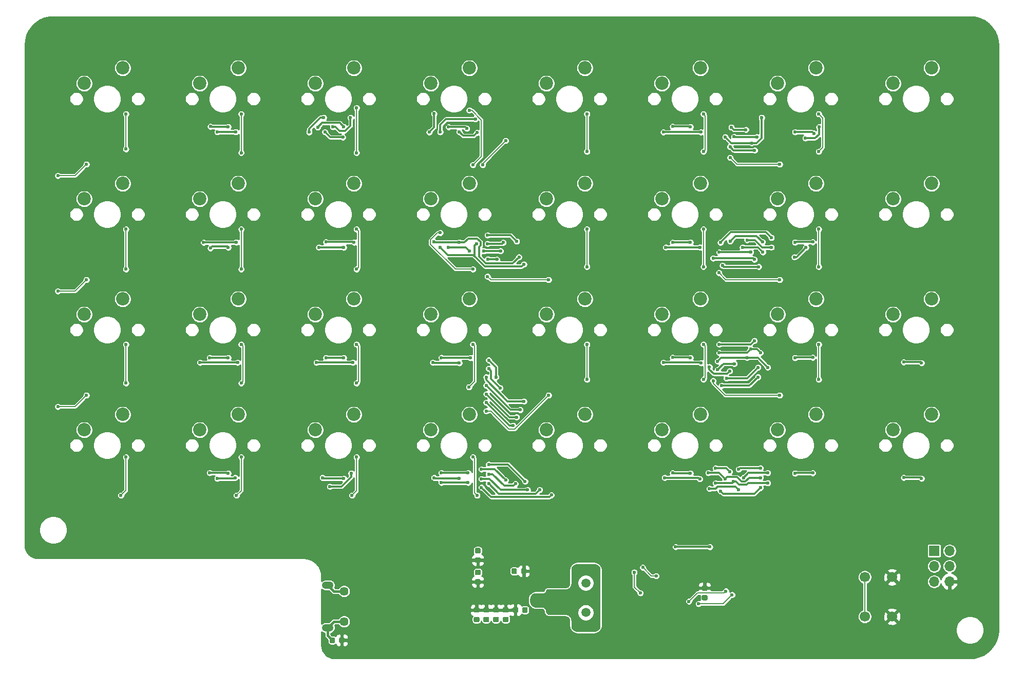
<source format=gbr>
G04 #@! TF.GenerationSoftware,KiCad,Pcbnew,5.1.5+dfsg1-2*
G04 #@! TF.CreationDate,2020-06-27T16:10:21+02:00*
G04 #@! TF.ProjectId,opendeck,6f70656e-6465-4636-9b2e-6b696361645f,1*
G04 #@! TF.SameCoordinates,Original*
G04 #@! TF.FileFunction,Copper,L2,Bot*
G04 #@! TF.FilePolarity,Positive*
%FSLAX46Y46*%
G04 Gerber Fmt 4.6, Leading zero omitted, Abs format (unit mm)*
G04 Created by KiCad (PCBNEW 5.1.5+dfsg1-2) date 2020-06-27 16:10:21*
%MOMM*%
%LPD*%
G04 APERTURE LIST*
%ADD10C,0.100000*%
%ADD11C,1.500000*%
%ADD12C,1.700000*%
%ADD13C,2.200000*%
%ADD14O,1.700000X1.700000*%
%ADD15R,1.700000X1.700000*%
%ADD16O,1.900000X1.200000*%
%ADD17C,1.450000*%
%ADD18C,0.600000*%
%ADD19C,0.400000*%
%ADD20C,0.200000*%
%ADD21C,0.300000*%
%ADD22C,0.220000*%
%ADD23C,0.254000*%
G04 APERTURE END LIST*
G04 #@! TA.AperFunction,SMDPad,CuDef*
D10*
G36*
X107027691Y-115526053D02*
G01*
X107048926Y-115529203D01*
X107069750Y-115534419D01*
X107089962Y-115541651D01*
X107109368Y-115550830D01*
X107127781Y-115561866D01*
X107145024Y-115574654D01*
X107160930Y-115589070D01*
X107175346Y-115604976D01*
X107188134Y-115622219D01*
X107199170Y-115640632D01*
X107208349Y-115660038D01*
X107215581Y-115680250D01*
X107220797Y-115701074D01*
X107223947Y-115722309D01*
X107225000Y-115743750D01*
X107225000Y-116256250D01*
X107223947Y-116277691D01*
X107220797Y-116298926D01*
X107215581Y-116319750D01*
X107208349Y-116339962D01*
X107199170Y-116359368D01*
X107188134Y-116377781D01*
X107175346Y-116395024D01*
X107160930Y-116410930D01*
X107145024Y-116425346D01*
X107127781Y-116438134D01*
X107109368Y-116449170D01*
X107089962Y-116458349D01*
X107069750Y-116465581D01*
X107048926Y-116470797D01*
X107027691Y-116473947D01*
X107006250Y-116475000D01*
X106568750Y-116475000D01*
X106547309Y-116473947D01*
X106526074Y-116470797D01*
X106505250Y-116465581D01*
X106485038Y-116458349D01*
X106465632Y-116449170D01*
X106447219Y-116438134D01*
X106429976Y-116425346D01*
X106414070Y-116410930D01*
X106399654Y-116395024D01*
X106386866Y-116377781D01*
X106375830Y-116359368D01*
X106366651Y-116339962D01*
X106359419Y-116319750D01*
X106354203Y-116298926D01*
X106351053Y-116277691D01*
X106350000Y-116256250D01*
X106350000Y-115743750D01*
X106351053Y-115722309D01*
X106354203Y-115701074D01*
X106359419Y-115680250D01*
X106366651Y-115660038D01*
X106375830Y-115640632D01*
X106386866Y-115622219D01*
X106399654Y-115604976D01*
X106414070Y-115589070D01*
X106429976Y-115574654D01*
X106447219Y-115561866D01*
X106465632Y-115550830D01*
X106485038Y-115541651D01*
X106505250Y-115534419D01*
X106526074Y-115529203D01*
X106547309Y-115526053D01*
X106568750Y-115525000D01*
X107006250Y-115525000D01*
X107027691Y-115526053D01*
G37*
G04 #@! TD.AperFunction*
G04 #@! TA.AperFunction,SMDPad,CuDef*
G36*
X105452691Y-115526053D02*
G01*
X105473926Y-115529203D01*
X105494750Y-115534419D01*
X105514962Y-115541651D01*
X105534368Y-115550830D01*
X105552781Y-115561866D01*
X105570024Y-115574654D01*
X105585930Y-115589070D01*
X105600346Y-115604976D01*
X105613134Y-115622219D01*
X105624170Y-115640632D01*
X105633349Y-115660038D01*
X105640581Y-115680250D01*
X105645797Y-115701074D01*
X105648947Y-115722309D01*
X105650000Y-115743750D01*
X105650000Y-116256250D01*
X105648947Y-116277691D01*
X105645797Y-116298926D01*
X105640581Y-116319750D01*
X105633349Y-116339962D01*
X105624170Y-116359368D01*
X105613134Y-116377781D01*
X105600346Y-116395024D01*
X105585930Y-116410930D01*
X105570024Y-116425346D01*
X105552781Y-116438134D01*
X105534368Y-116449170D01*
X105514962Y-116458349D01*
X105494750Y-116465581D01*
X105473926Y-116470797D01*
X105452691Y-116473947D01*
X105431250Y-116475000D01*
X104993750Y-116475000D01*
X104972309Y-116473947D01*
X104951074Y-116470797D01*
X104930250Y-116465581D01*
X104910038Y-116458349D01*
X104890632Y-116449170D01*
X104872219Y-116438134D01*
X104854976Y-116425346D01*
X104839070Y-116410930D01*
X104824654Y-116395024D01*
X104811866Y-116377781D01*
X104800830Y-116359368D01*
X104791651Y-116339962D01*
X104784419Y-116319750D01*
X104779203Y-116298926D01*
X104776053Y-116277691D01*
X104775000Y-116256250D01*
X104775000Y-115743750D01*
X104776053Y-115722309D01*
X104779203Y-115701074D01*
X104784419Y-115680250D01*
X104791651Y-115660038D01*
X104800830Y-115640632D01*
X104811866Y-115622219D01*
X104824654Y-115604976D01*
X104839070Y-115589070D01*
X104854976Y-115574654D01*
X104872219Y-115561866D01*
X104890632Y-115550830D01*
X104910038Y-115541651D01*
X104930250Y-115534419D01*
X104951074Y-115529203D01*
X104972309Y-115526053D01*
X104993750Y-115525000D01*
X105431250Y-115525000D01*
X105452691Y-115526053D01*
G37*
G04 #@! TD.AperFunction*
G04 #@! TA.AperFunction,SMDPad,CuDef*
G36*
X100877691Y-121976053D02*
G01*
X100898926Y-121979203D01*
X100919750Y-121984419D01*
X100939962Y-121991651D01*
X100959368Y-122000830D01*
X100977781Y-122011866D01*
X100995024Y-122024654D01*
X101010930Y-122039070D01*
X101025346Y-122054976D01*
X101038134Y-122072219D01*
X101049170Y-122090632D01*
X101058349Y-122110038D01*
X101065581Y-122130250D01*
X101070797Y-122151074D01*
X101073947Y-122172309D01*
X101075000Y-122193750D01*
X101075000Y-122631250D01*
X101073947Y-122652691D01*
X101070797Y-122673926D01*
X101065581Y-122694750D01*
X101058349Y-122714962D01*
X101049170Y-122734368D01*
X101038134Y-122752781D01*
X101025346Y-122770024D01*
X101010930Y-122785930D01*
X100995024Y-122800346D01*
X100977781Y-122813134D01*
X100959368Y-122824170D01*
X100939962Y-122833349D01*
X100919750Y-122840581D01*
X100898926Y-122845797D01*
X100877691Y-122848947D01*
X100856250Y-122850000D01*
X100343750Y-122850000D01*
X100322309Y-122848947D01*
X100301074Y-122845797D01*
X100280250Y-122840581D01*
X100260038Y-122833349D01*
X100240632Y-122824170D01*
X100222219Y-122813134D01*
X100204976Y-122800346D01*
X100189070Y-122785930D01*
X100174654Y-122770024D01*
X100161866Y-122752781D01*
X100150830Y-122734368D01*
X100141651Y-122714962D01*
X100134419Y-122694750D01*
X100129203Y-122673926D01*
X100126053Y-122652691D01*
X100125000Y-122631250D01*
X100125000Y-122193750D01*
X100126053Y-122172309D01*
X100129203Y-122151074D01*
X100134419Y-122130250D01*
X100141651Y-122110038D01*
X100150830Y-122090632D01*
X100161866Y-122072219D01*
X100174654Y-122054976D01*
X100189070Y-122039070D01*
X100204976Y-122024654D01*
X100222219Y-122011866D01*
X100240632Y-122000830D01*
X100260038Y-121991651D01*
X100280250Y-121984419D01*
X100301074Y-121979203D01*
X100322309Y-121976053D01*
X100343750Y-121975000D01*
X100856250Y-121975000D01*
X100877691Y-121976053D01*
G37*
G04 #@! TD.AperFunction*
G04 #@! TA.AperFunction,SMDPad,CuDef*
G36*
X100877691Y-123551053D02*
G01*
X100898926Y-123554203D01*
X100919750Y-123559419D01*
X100939962Y-123566651D01*
X100959368Y-123575830D01*
X100977781Y-123586866D01*
X100995024Y-123599654D01*
X101010930Y-123614070D01*
X101025346Y-123629976D01*
X101038134Y-123647219D01*
X101049170Y-123665632D01*
X101058349Y-123685038D01*
X101065581Y-123705250D01*
X101070797Y-123726074D01*
X101073947Y-123747309D01*
X101075000Y-123768750D01*
X101075000Y-124206250D01*
X101073947Y-124227691D01*
X101070797Y-124248926D01*
X101065581Y-124269750D01*
X101058349Y-124289962D01*
X101049170Y-124309368D01*
X101038134Y-124327781D01*
X101025346Y-124345024D01*
X101010930Y-124360930D01*
X100995024Y-124375346D01*
X100977781Y-124388134D01*
X100959368Y-124399170D01*
X100939962Y-124408349D01*
X100919750Y-124415581D01*
X100898926Y-124420797D01*
X100877691Y-124423947D01*
X100856250Y-124425000D01*
X100343750Y-124425000D01*
X100322309Y-124423947D01*
X100301074Y-124420797D01*
X100280250Y-124415581D01*
X100260038Y-124408349D01*
X100240632Y-124399170D01*
X100222219Y-124388134D01*
X100204976Y-124375346D01*
X100189070Y-124360930D01*
X100174654Y-124345024D01*
X100161866Y-124327781D01*
X100150830Y-124309368D01*
X100141651Y-124289962D01*
X100134419Y-124269750D01*
X100129203Y-124248926D01*
X100126053Y-124227691D01*
X100125000Y-124206250D01*
X100125000Y-123768750D01*
X100126053Y-123747309D01*
X100129203Y-123726074D01*
X100134419Y-123705250D01*
X100141651Y-123685038D01*
X100150830Y-123665632D01*
X100161866Y-123647219D01*
X100174654Y-123629976D01*
X100189070Y-123614070D01*
X100204976Y-123599654D01*
X100222219Y-123586866D01*
X100240632Y-123575830D01*
X100260038Y-123566651D01*
X100280250Y-123559419D01*
X100301074Y-123554203D01*
X100322309Y-123551053D01*
X100343750Y-123550000D01*
X100856250Y-123550000D01*
X100877691Y-123551053D01*
G37*
G04 #@! TD.AperFunction*
G04 #@! TA.AperFunction,SMDPad,CuDef*
G36*
X105652691Y-121926053D02*
G01*
X105673926Y-121929203D01*
X105694750Y-121934419D01*
X105714962Y-121941651D01*
X105734368Y-121950830D01*
X105752781Y-121961866D01*
X105770024Y-121974654D01*
X105785930Y-121989070D01*
X105800346Y-122004976D01*
X105813134Y-122022219D01*
X105824170Y-122040632D01*
X105833349Y-122060038D01*
X105840581Y-122080250D01*
X105845797Y-122101074D01*
X105848947Y-122122309D01*
X105850000Y-122143750D01*
X105850000Y-122656250D01*
X105848947Y-122677691D01*
X105845797Y-122698926D01*
X105840581Y-122719750D01*
X105833349Y-122739962D01*
X105824170Y-122759368D01*
X105813134Y-122777781D01*
X105800346Y-122795024D01*
X105785930Y-122810930D01*
X105770024Y-122825346D01*
X105752781Y-122838134D01*
X105734368Y-122849170D01*
X105714962Y-122858349D01*
X105694750Y-122865581D01*
X105673926Y-122870797D01*
X105652691Y-122873947D01*
X105631250Y-122875000D01*
X105193750Y-122875000D01*
X105172309Y-122873947D01*
X105151074Y-122870797D01*
X105130250Y-122865581D01*
X105110038Y-122858349D01*
X105090632Y-122849170D01*
X105072219Y-122838134D01*
X105054976Y-122825346D01*
X105039070Y-122810930D01*
X105024654Y-122795024D01*
X105011866Y-122777781D01*
X105000830Y-122759368D01*
X104991651Y-122739962D01*
X104984419Y-122719750D01*
X104979203Y-122698926D01*
X104976053Y-122677691D01*
X104975000Y-122656250D01*
X104975000Y-122143750D01*
X104976053Y-122122309D01*
X104979203Y-122101074D01*
X104984419Y-122080250D01*
X104991651Y-122060038D01*
X105000830Y-122040632D01*
X105011866Y-122022219D01*
X105024654Y-122004976D01*
X105039070Y-121989070D01*
X105054976Y-121974654D01*
X105072219Y-121961866D01*
X105090632Y-121950830D01*
X105110038Y-121941651D01*
X105130250Y-121934419D01*
X105151074Y-121929203D01*
X105172309Y-121926053D01*
X105193750Y-121925000D01*
X105631250Y-121925000D01*
X105652691Y-121926053D01*
G37*
G04 #@! TD.AperFunction*
G04 #@! TA.AperFunction,SMDPad,CuDef*
G36*
X107227691Y-121926053D02*
G01*
X107248926Y-121929203D01*
X107269750Y-121934419D01*
X107289962Y-121941651D01*
X107309368Y-121950830D01*
X107327781Y-121961866D01*
X107345024Y-121974654D01*
X107360930Y-121989070D01*
X107375346Y-122004976D01*
X107388134Y-122022219D01*
X107399170Y-122040632D01*
X107408349Y-122060038D01*
X107415581Y-122080250D01*
X107420797Y-122101074D01*
X107423947Y-122122309D01*
X107425000Y-122143750D01*
X107425000Y-122656250D01*
X107423947Y-122677691D01*
X107420797Y-122698926D01*
X107415581Y-122719750D01*
X107408349Y-122739962D01*
X107399170Y-122759368D01*
X107388134Y-122777781D01*
X107375346Y-122795024D01*
X107360930Y-122810930D01*
X107345024Y-122825346D01*
X107327781Y-122838134D01*
X107309368Y-122849170D01*
X107289962Y-122858349D01*
X107269750Y-122865581D01*
X107248926Y-122870797D01*
X107227691Y-122873947D01*
X107206250Y-122875000D01*
X106768750Y-122875000D01*
X106747309Y-122873947D01*
X106726074Y-122870797D01*
X106705250Y-122865581D01*
X106685038Y-122858349D01*
X106665632Y-122849170D01*
X106647219Y-122838134D01*
X106629976Y-122825346D01*
X106614070Y-122810930D01*
X106599654Y-122795024D01*
X106586866Y-122777781D01*
X106575830Y-122759368D01*
X106566651Y-122739962D01*
X106559419Y-122719750D01*
X106554203Y-122698926D01*
X106551053Y-122677691D01*
X106550000Y-122656250D01*
X106550000Y-122143750D01*
X106551053Y-122122309D01*
X106554203Y-122101074D01*
X106559419Y-122080250D01*
X106566651Y-122060038D01*
X106575830Y-122040632D01*
X106586866Y-122022219D01*
X106599654Y-122004976D01*
X106614070Y-121989070D01*
X106629976Y-121974654D01*
X106647219Y-121961866D01*
X106665632Y-121950830D01*
X106685038Y-121941651D01*
X106705250Y-121934419D01*
X106726074Y-121929203D01*
X106747309Y-121926053D01*
X106768750Y-121925000D01*
X107206250Y-121925000D01*
X107227691Y-121926053D01*
G37*
G04 #@! TD.AperFunction*
D11*
X117000000Y-122830000D03*
X117000000Y-117950000D03*
D12*
X167500000Y-117000000D03*
X167500000Y-123500000D03*
X163000000Y-117000000D03*
X163000000Y-123500000D03*
D13*
X167640000Y-92710000D03*
X173990000Y-90170000D03*
X167640000Y-73660000D03*
X173990000Y-71120000D03*
X167640000Y-54610000D03*
X173990000Y-52070000D03*
X167640000Y-35560000D03*
X173990000Y-33020000D03*
X148590000Y-92710000D03*
X154940000Y-90170000D03*
X148590000Y-73660000D03*
X154940000Y-71120000D03*
X148590000Y-54610000D03*
X154940000Y-52070000D03*
X148590000Y-35560000D03*
X154940000Y-33020000D03*
X129540000Y-92710000D03*
X135890000Y-90170000D03*
X129540000Y-73660000D03*
X135890000Y-71120000D03*
X129540000Y-54610000D03*
X135890000Y-52070000D03*
X129540000Y-35560000D03*
X135890000Y-33020000D03*
X110490000Y-92710000D03*
X116840000Y-90170000D03*
X110490000Y-73660000D03*
X116840000Y-71120000D03*
X110490000Y-54610000D03*
X116840000Y-52070000D03*
X110490000Y-35560000D03*
X116840000Y-33020000D03*
X91440000Y-92710000D03*
X97790000Y-90170000D03*
X91440000Y-73660000D03*
X97790000Y-71120000D03*
X91440000Y-54610000D03*
X97790000Y-52070000D03*
X91440000Y-35560000D03*
X97790000Y-33020000D03*
X72390000Y-92710000D03*
X78740000Y-90170000D03*
X72390000Y-73660000D03*
X78740000Y-71120000D03*
X72390000Y-54610000D03*
X78740000Y-52070000D03*
X72390000Y-35560000D03*
X78740000Y-33020000D03*
X53340000Y-92710000D03*
X59690000Y-90170000D03*
X53340000Y-73660000D03*
X59690000Y-71120000D03*
X53340000Y-54610000D03*
X59690000Y-52070000D03*
X53340000Y-35560000D03*
X59690000Y-33020000D03*
X34290000Y-92710000D03*
X40640000Y-90170000D03*
X34290000Y-73660000D03*
X40640000Y-71120000D03*
X34290000Y-54610000D03*
X40640000Y-52070000D03*
X34290000Y-35560000D03*
X40640000Y-33020000D03*
G04 #@! TA.AperFunction,SMDPad,CuDef*
D10*
G36*
X99477691Y-112176053D02*
G01*
X99498926Y-112179203D01*
X99519750Y-112184419D01*
X99539962Y-112191651D01*
X99559368Y-112200830D01*
X99577781Y-112211866D01*
X99595024Y-112224654D01*
X99610930Y-112239070D01*
X99625346Y-112254976D01*
X99638134Y-112272219D01*
X99649170Y-112290632D01*
X99658349Y-112310038D01*
X99665581Y-112330250D01*
X99670797Y-112351074D01*
X99673947Y-112372309D01*
X99675000Y-112393750D01*
X99675000Y-112831250D01*
X99673947Y-112852691D01*
X99670797Y-112873926D01*
X99665581Y-112894750D01*
X99658349Y-112914962D01*
X99649170Y-112934368D01*
X99638134Y-112952781D01*
X99625346Y-112970024D01*
X99610930Y-112985930D01*
X99595024Y-113000346D01*
X99577781Y-113013134D01*
X99559368Y-113024170D01*
X99539962Y-113033349D01*
X99519750Y-113040581D01*
X99498926Y-113045797D01*
X99477691Y-113048947D01*
X99456250Y-113050000D01*
X98943750Y-113050000D01*
X98922309Y-113048947D01*
X98901074Y-113045797D01*
X98880250Y-113040581D01*
X98860038Y-113033349D01*
X98840632Y-113024170D01*
X98822219Y-113013134D01*
X98804976Y-113000346D01*
X98789070Y-112985930D01*
X98774654Y-112970024D01*
X98761866Y-112952781D01*
X98750830Y-112934368D01*
X98741651Y-112914962D01*
X98734419Y-112894750D01*
X98729203Y-112873926D01*
X98726053Y-112852691D01*
X98725000Y-112831250D01*
X98725000Y-112393750D01*
X98726053Y-112372309D01*
X98729203Y-112351074D01*
X98734419Y-112330250D01*
X98741651Y-112310038D01*
X98750830Y-112290632D01*
X98761866Y-112272219D01*
X98774654Y-112254976D01*
X98789070Y-112239070D01*
X98804976Y-112224654D01*
X98822219Y-112211866D01*
X98840632Y-112200830D01*
X98860038Y-112191651D01*
X98880250Y-112184419D01*
X98901074Y-112179203D01*
X98922309Y-112176053D01*
X98943750Y-112175000D01*
X99456250Y-112175000D01*
X99477691Y-112176053D01*
G37*
G04 #@! TD.AperFunction*
G04 #@! TA.AperFunction,SMDPad,CuDef*
G36*
X99477691Y-113751053D02*
G01*
X99498926Y-113754203D01*
X99519750Y-113759419D01*
X99539962Y-113766651D01*
X99559368Y-113775830D01*
X99577781Y-113786866D01*
X99595024Y-113799654D01*
X99610930Y-113814070D01*
X99625346Y-113829976D01*
X99638134Y-113847219D01*
X99649170Y-113865632D01*
X99658349Y-113885038D01*
X99665581Y-113905250D01*
X99670797Y-113926074D01*
X99673947Y-113947309D01*
X99675000Y-113968750D01*
X99675000Y-114406250D01*
X99673947Y-114427691D01*
X99670797Y-114448926D01*
X99665581Y-114469750D01*
X99658349Y-114489962D01*
X99649170Y-114509368D01*
X99638134Y-114527781D01*
X99625346Y-114545024D01*
X99610930Y-114560930D01*
X99595024Y-114575346D01*
X99577781Y-114588134D01*
X99559368Y-114599170D01*
X99539962Y-114608349D01*
X99519750Y-114615581D01*
X99498926Y-114620797D01*
X99477691Y-114623947D01*
X99456250Y-114625000D01*
X98943750Y-114625000D01*
X98922309Y-114623947D01*
X98901074Y-114620797D01*
X98880250Y-114615581D01*
X98860038Y-114608349D01*
X98840632Y-114599170D01*
X98822219Y-114588134D01*
X98804976Y-114575346D01*
X98789070Y-114560930D01*
X98774654Y-114545024D01*
X98761866Y-114527781D01*
X98750830Y-114509368D01*
X98741651Y-114489962D01*
X98734419Y-114469750D01*
X98729203Y-114448926D01*
X98726053Y-114427691D01*
X98725000Y-114406250D01*
X98725000Y-113968750D01*
X98726053Y-113947309D01*
X98729203Y-113926074D01*
X98734419Y-113905250D01*
X98741651Y-113885038D01*
X98750830Y-113865632D01*
X98761866Y-113847219D01*
X98774654Y-113829976D01*
X98789070Y-113814070D01*
X98804976Y-113799654D01*
X98822219Y-113786866D01*
X98840632Y-113775830D01*
X98860038Y-113766651D01*
X98880250Y-113759419D01*
X98901074Y-113754203D01*
X98922309Y-113751053D01*
X98943750Y-113750000D01*
X99456250Y-113750000D01*
X99477691Y-113751053D01*
G37*
G04 #@! TD.AperFunction*
D14*
X176970000Y-117730000D03*
X174430000Y-117730000D03*
X176970000Y-115190000D03*
X174430000Y-115190000D03*
X176970000Y-112650000D03*
D15*
X174430000Y-112650000D03*
D16*
X74462500Y-125325000D03*
X74462500Y-118325000D03*
D17*
X77162500Y-124325000D03*
X77162500Y-119325000D03*
G04 #@! TA.AperFunction,SMDPad,CuDef*
D10*
G36*
X75452691Y-126926053D02*
G01*
X75473926Y-126929203D01*
X75494750Y-126934419D01*
X75514962Y-126941651D01*
X75534368Y-126950830D01*
X75552781Y-126961866D01*
X75570024Y-126974654D01*
X75585930Y-126989070D01*
X75600346Y-127004976D01*
X75613134Y-127022219D01*
X75624170Y-127040632D01*
X75633349Y-127060038D01*
X75640581Y-127080250D01*
X75645797Y-127101074D01*
X75648947Y-127122309D01*
X75650000Y-127143750D01*
X75650000Y-127656250D01*
X75648947Y-127677691D01*
X75645797Y-127698926D01*
X75640581Y-127719750D01*
X75633349Y-127739962D01*
X75624170Y-127759368D01*
X75613134Y-127777781D01*
X75600346Y-127795024D01*
X75585930Y-127810930D01*
X75570024Y-127825346D01*
X75552781Y-127838134D01*
X75534368Y-127849170D01*
X75514962Y-127858349D01*
X75494750Y-127865581D01*
X75473926Y-127870797D01*
X75452691Y-127873947D01*
X75431250Y-127875000D01*
X74993750Y-127875000D01*
X74972309Y-127873947D01*
X74951074Y-127870797D01*
X74930250Y-127865581D01*
X74910038Y-127858349D01*
X74890632Y-127849170D01*
X74872219Y-127838134D01*
X74854976Y-127825346D01*
X74839070Y-127810930D01*
X74824654Y-127795024D01*
X74811866Y-127777781D01*
X74800830Y-127759368D01*
X74791651Y-127739962D01*
X74784419Y-127719750D01*
X74779203Y-127698926D01*
X74776053Y-127677691D01*
X74775000Y-127656250D01*
X74775000Y-127143750D01*
X74776053Y-127122309D01*
X74779203Y-127101074D01*
X74784419Y-127080250D01*
X74791651Y-127060038D01*
X74800830Y-127040632D01*
X74811866Y-127022219D01*
X74824654Y-127004976D01*
X74839070Y-126989070D01*
X74854976Y-126974654D01*
X74872219Y-126961866D01*
X74890632Y-126950830D01*
X74910038Y-126941651D01*
X74930250Y-126934419D01*
X74951074Y-126929203D01*
X74972309Y-126926053D01*
X74993750Y-126925000D01*
X75431250Y-126925000D01*
X75452691Y-126926053D01*
G37*
G04 #@! TD.AperFunction*
G04 #@! TA.AperFunction,SMDPad,CuDef*
G36*
X77027691Y-126926053D02*
G01*
X77048926Y-126929203D01*
X77069750Y-126934419D01*
X77089962Y-126941651D01*
X77109368Y-126950830D01*
X77127781Y-126961866D01*
X77145024Y-126974654D01*
X77160930Y-126989070D01*
X77175346Y-127004976D01*
X77188134Y-127022219D01*
X77199170Y-127040632D01*
X77208349Y-127060038D01*
X77215581Y-127080250D01*
X77220797Y-127101074D01*
X77223947Y-127122309D01*
X77225000Y-127143750D01*
X77225000Y-127656250D01*
X77223947Y-127677691D01*
X77220797Y-127698926D01*
X77215581Y-127719750D01*
X77208349Y-127739962D01*
X77199170Y-127759368D01*
X77188134Y-127777781D01*
X77175346Y-127795024D01*
X77160930Y-127810930D01*
X77145024Y-127825346D01*
X77127781Y-127838134D01*
X77109368Y-127849170D01*
X77089962Y-127858349D01*
X77069750Y-127865581D01*
X77048926Y-127870797D01*
X77027691Y-127873947D01*
X77006250Y-127875000D01*
X76568750Y-127875000D01*
X76547309Y-127873947D01*
X76526074Y-127870797D01*
X76505250Y-127865581D01*
X76485038Y-127858349D01*
X76465632Y-127849170D01*
X76447219Y-127838134D01*
X76429976Y-127825346D01*
X76414070Y-127810930D01*
X76399654Y-127795024D01*
X76386866Y-127777781D01*
X76375830Y-127759368D01*
X76366651Y-127739962D01*
X76359419Y-127719750D01*
X76354203Y-127698926D01*
X76351053Y-127677691D01*
X76350000Y-127656250D01*
X76350000Y-127143750D01*
X76351053Y-127122309D01*
X76354203Y-127101074D01*
X76359419Y-127080250D01*
X76366651Y-127060038D01*
X76375830Y-127040632D01*
X76386866Y-127022219D01*
X76399654Y-127004976D01*
X76414070Y-126989070D01*
X76429976Y-126974654D01*
X76447219Y-126961866D01*
X76465632Y-126950830D01*
X76485038Y-126941651D01*
X76505250Y-126934419D01*
X76526074Y-126929203D01*
X76547309Y-126926053D01*
X76568750Y-126925000D01*
X77006250Y-126925000D01*
X77027691Y-126926053D01*
G37*
G04 #@! TD.AperFunction*
G04 #@! TA.AperFunction,SMDPad,CuDef*
G36*
X136877691Y-118376053D02*
G01*
X136898926Y-118379203D01*
X136919750Y-118384419D01*
X136939962Y-118391651D01*
X136959368Y-118400830D01*
X136977781Y-118411866D01*
X136995024Y-118424654D01*
X137010930Y-118439070D01*
X137025346Y-118454976D01*
X137038134Y-118472219D01*
X137049170Y-118490632D01*
X137058349Y-118510038D01*
X137065581Y-118530250D01*
X137070797Y-118551074D01*
X137073947Y-118572309D01*
X137075000Y-118593750D01*
X137075000Y-119031250D01*
X137073947Y-119052691D01*
X137070797Y-119073926D01*
X137065581Y-119094750D01*
X137058349Y-119114962D01*
X137049170Y-119134368D01*
X137038134Y-119152781D01*
X137025346Y-119170024D01*
X137010930Y-119185930D01*
X136995024Y-119200346D01*
X136977781Y-119213134D01*
X136959368Y-119224170D01*
X136939962Y-119233349D01*
X136919750Y-119240581D01*
X136898926Y-119245797D01*
X136877691Y-119248947D01*
X136856250Y-119250000D01*
X136343750Y-119250000D01*
X136322309Y-119248947D01*
X136301074Y-119245797D01*
X136280250Y-119240581D01*
X136260038Y-119233349D01*
X136240632Y-119224170D01*
X136222219Y-119213134D01*
X136204976Y-119200346D01*
X136189070Y-119185930D01*
X136174654Y-119170024D01*
X136161866Y-119152781D01*
X136150830Y-119134368D01*
X136141651Y-119114962D01*
X136134419Y-119094750D01*
X136129203Y-119073926D01*
X136126053Y-119052691D01*
X136125000Y-119031250D01*
X136125000Y-118593750D01*
X136126053Y-118572309D01*
X136129203Y-118551074D01*
X136134419Y-118530250D01*
X136141651Y-118510038D01*
X136150830Y-118490632D01*
X136161866Y-118472219D01*
X136174654Y-118454976D01*
X136189070Y-118439070D01*
X136204976Y-118424654D01*
X136222219Y-118411866D01*
X136240632Y-118400830D01*
X136260038Y-118391651D01*
X136280250Y-118384419D01*
X136301074Y-118379203D01*
X136322309Y-118376053D01*
X136343750Y-118375000D01*
X136856250Y-118375000D01*
X136877691Y-118376053D01*
G37*
G04 #@! TD.AperFunction*
G04 #@! TA.AperFunction,SMDPad,CuDef*
G36*
X136877691Y-119951053D02*
G01*
X136898926Y-119954203D01*
X136919750Y-119959419D01*
X136939962Y-119966651D01*
X136959368Y-119975830D01*
X136977781Y-119986866D01*
X136995024Y-119999654D01*
X137010930Y-120014070D01*
X137025346Y-120029976D01*
X137038134Y-120047219D01*
X137049170Y-120065632D01*
X137058349Y-120085038D01*
X137065581Y-120105250D01*
X137070797Y-120126074D01*
X137073947Y-120147309D01*
X137075000Y-120168750D01*
X137075000Y-120606250D01*
X137073947Y-120627691D01*
X137070797Y-120648926D01*
X137065581Y-120669750D01*
X137058349Y-120689962D01*
X137049170Y-120709368D01*
X137038134Y-120727781D01*
X137025346Y-120745024D01*
X137010930Y-120760930D01*
X136995024Y-120775346D01*
X136977781Y-120788134D01*
X136959368Y-120799170D01*
X136939962Y-120808349D01*
X136919750Y-120815581D01*
X136898926Y-120820797D01*
X136877691Y-120823947D01*
X136856250Y-120825000D01*
X136343750Y-120825000D01*
X136322309Y-120823947D01*
X136301074Y-120820797D01*
X136280250Y-120815581D01*
X136260038Y-120808349D01*
X136240632Y-120799170D01*
X136222219Y-120788134D01*
X136204976Y-120775346D01*
X136189070Y-120760930D01*
X136174654Y-120745024D01*
X136161866Y-120727781D01*
X136150830Y-120709368D01*
X136141651Y-120689962D01*
X136134419Y-120669750D01*
X136129203Y-120648926D01*
X136126053Y-120627691D01*
X136125000Y-120606250D01*
X136125000Y-120168750D01*
X136126053Y-120147309D01*
X136129203Y-120126074D01*
X136134419Y-120105250D01*
X136141651Y-120085038D01*
X136150830Y-120065632D01*
X136161866Y-120047219D01*
X136174654Y-120029976D01*
X136189070Y-120014070D01*
X136204976Y-119999654D01*
X136222219Y-119986866D01*
X136240632Y-119975830D01*
X136260038Y-119966651D01*
X136280250Y-119959419D01*
X136301074Y-119954203D01*
X136322309Y-119951053D01*
X136343750Y-119950000D01*
X136856250Y-119950000D01*
X136877691Y-119951053D01*
G37*
G04 #@! TD.AperFunction*
G04 #@! TA.AperFunction,SMDPad,CuDef*
G36*
X104077691Y-121976053D02*
G01*
X104098926Y-121979203D01*
X104119750Y-121984419D01*
X104139962Y-121991651D01*
X104159368Y-122000830D01*
X104177781Y-122011866D01*
X104195024Y-122024654D01*
X104210930Y-122039070D01*
X104225346Y-122054976D01*
X104238134Y-122072219D01*
X104249170Y-122090632D01*
X104258349Y-122110038D01*
X104265581Y-122130250D01*
X104270797Y-122151074D01*
X104273947Y-122172309D01*
X104275000Y-122193750D01*
X104275000Y-122631250D01*
X104273947Y-122652691D01*
X104270797Y-122673926D01*
X104265581Y-122694750D01*
X104258349Y-122714962D01*
X104249170Y-122734368D01*
X104238134Y-122752781D01*
X104225346Y-122770024D01*
X104210930Y-122785930D01*
X104195024Y-122800346D01*
X104177781Y-122813134D01*
X104159368Y-122824170D01*
X104139962Y-122833349D01*
X104119750Y-122840581D01*
X104098926Y-122845797D01*
X104077691Y-122848947D01*
X104056250Y-122850000D01*
X103543750Y-122850000D01*
X103522309Y-122848947D01*
X103501074Y-122845797D01*
X103480250Y-122840581D01*
X103460038Y-122833349D01*
X103440632Y-122824170D01*
X103422219Y-122813134D01*
X103404976Y-122800346D01*
X103389070Y-122785930D01*
X103374654Y-122770024D01*
X103361866Y-122752781D01*
X103350830Y-122734368D01*
X103341651Y-122714962D01*
X103334419Y-122694750D01*
X103329203Y-122673926D01*
X103326053Y-122652691D01*
X103325000Y-122631250D01*
X103325000Y-122193750D01*
X103326053Y-122172309D01*
X103329203Y-122151074D01*
X103334419Y-122130250D01*
X103341651Y-122110038D01*
X103350830Y-122090632D01*
X103361866Y-122072219D01*
X103374654Y-122054976D01*
X103389070Y-122039070D01*
X103404976Y-122024654D01*
X103422219Y-122011866D01*
X103440632Y-122000830D01*
X103460038Y-121991651D01*
X103480250Y-121984419D01*
X103501074Y-121979203D01*
X103522309Y-121976053D01*
X103543750Y-121975000D01*
X104056250Y-121975000D01*
X104077691Y-121976053D01*
G37*
G04 #@! TD.AperFunction*
G04 #@! TA.AperFunction,SMDPad,CuDef*
G36*
X104077691Y-123551053D02*
G01*
X104098926Y-123554203D01*
X104119750Y-123559419D01*
X104139962Y-123566651D01*
X104159368Y-123575830D01*
X104177781Y-123586866D01*
X104195024Y-123599654D01*
X104210930Y-123614070D01*
X104225346Y-123629976D01*
X104238134Y-123647219D01*
X104249170Y-123665632D01*
X104258349Y-123685038D01*
X104265581Y-123705250D01*
X104270797Y-123726074D01*
X104273947Y-123747309D01*
X104275000Y-123768750D01*
X104275000Y-124206250D01*
X104273947Y-124227691D01*
X104270797Y-124248926D01*
X104265581Y-124269750D01*
X104258349Y-124289962D01*
X104249170Y-124309368D01*
X104238134Y-124327781D01*
X104225346Y-124345024D01*
X104210930Y-124360930D01*
X104195024Y-124375346D01*
X104177781Y-124388134D01*
X104159368Y-124399170D01*
X104139962Y-124408349D01*
X104119750Y-124415581D01*
X104098926Y-124420797D01*
X104077691Y-124423947D01*
X104056250Y-124425000D01*
X103543750Y-124425000D01*
X103522309Y-124423947D01*
X103501074Y-124420797D01*
X103480250Y-124415581D01*
X103460038Y-124408349D01*
X103440632Y-124399170D01*
X103422219Y-124388134D01*
X103404976Y-124375346D01*
X103389070Y-124360930D01*
X103374654Y-124345024D01*
X103361866Y-124327781D01*
X103350830Y-124309368D01*
X103341651Y-124289962D01*
X103334419Y-124269750D01*
X103329203Y-124248926D01*
X103326053Y-124227691D01*
X103325000Y-124206250D01*
X103325000Y-123768750D01*
X103326053Y-123747309D01*
X103329203Y-123726074D01*
X103334419Y-123705250D01*
X103341651Y-123685038D01*
X103350830Y-123665632D01*
X103361866Y-123647219D01*
X103374654Y-123629976D01*
X103389070Y-123614070D01*
X103404976Y-123599654D01*
X103422219Y-123586866D01*
X103440632Y-123575830D01*
X103460038Y-123566651D01*
X103480250Y-123559419D01*
X103501074Y-123554203D01*
X103522309Y-123551053D01*
X103543750Y-123550000D01*
X104056250Y-123550000D01*
X104077691Y-123551053D01*
G37*
G04 #@! TD.AperFunction*
G04 #@! TA.AperFunction,SMDPad,CuDef*
G36*
X99277691Y-121976053D02*
G01*
X99298926Y-121979203D01*
X99319750Y-121984419D01*
X99339962Y-121991651D01*
X99359368Y-122000830D01*
X99377781Y-122011866D01*
X99395024Y-122024654D01*
X99410930Y-122039070D01*
X99425346Y-122054976D01*
X99438134Y-122072219D01*
X99449170Y-122090632D01*
X99458349Y-122110038D01*
X99465581Y-122130250D01*
X99470797Y-122151074D01*
X99473947Y-122172309D01*
X99475000Y-122193750D01*
X99475000Y-122631250D01*
X99473947Y-122652691D01*
X99470797Y-122673926D01*
X99465581Y-122694750D01*
X99458349Y-122714962D01*
X99449170Y-122734368D01*
X99438134Y-122752781D01*
X99425346Y-122770024D01*
X99410930Y-122785930D01*
X99395024Y-122800346D01*
X99377781Y-122813134D01*
X99359368Y-122824170D01*
X99339962Y-122833349D01*
X99319750Y-122840581D01*
X99298926Y-122845797D01*
X99277691Y-122848947D01*
X99256250Y-122850000D01*
X98743750Y-122850000D01*
X98722309Y-122848947D01*
X98701074Y-122845797D01*
X98680250Y-122840581D01*
X98660038Y-122833349D01*
X98640632Y-122824170D01*
X98622219Y-122813134D01*
X98604976Y-122800346D01*
X98589070Y-122785930D01*
X98574654Y-122770024D01*
X98561866Y-122752781D01*
X98550830Y-122734368D01*
X98541651Y-122714962D01*
X98534419Y-122694750D01*
X98529203Y-122673926D01*
X98526053Y-122652691D01*
X98525000Y-122631250D01*
X98525000Y-122193750D01*
X98526053Y-122172309D01*
X98529203Y-122151074D01*
X98534419Y-122130250D01*
X98541651Y-122110038D01*
X98550830Y-122090632D01*
X98561866Y-122072219D01*
X98574654Y-122054976D01*
X98589070Y-122039070D01*
X98604976Y-122024654D01*
X98622219Y-122011866D01*
X98640632Y-122000830D01*
X98660038Y-121991651D01*
X98680250Y-121984419D01*
X98701074Y-121979203D01*
X98722309Y-121976053D01*
X98743750Y-121975000D01*
X99256250Y-121975000D01*
X99277691Y-121976053D01*
G37*
G04 #@! TD.AperFunction*
G04 #@! TA.AperFunction,SMDPad,CuDef*
G36*
X99277691Y-123551053D02*
G01*
X99298926Y-123554203D01*
X99319750Y-123559419D01*
X99339962Y-123566651D01*
X99359368Y-123575830D01*
X99377781Y-123586866D01*
X99395024Y-123599654D01*
X99410930Y-123614070D01*
X99425346Y-123629976D01*
X99438134Y-123647219D01*
X99449170Y-123665632D01*
X99458349Y-123685038D01*
X99465581Y-123705250D01*
X99470797Y-123726074D01*
X99473947Y-123747309D01*
X99475000Y-123768750D01*
X99475000Y-124206250D01*
X99473947Y-124227691D01*
X99470797Y-124248926D01*
X99465581Y-124269750D01*
X99458349Y-124289962D01*
X99449170Y-124309368D01*
X99438134Y-124327781D01*
X99425346Y-124345024D01*
X99410930Y-124360930D01*
X99395024Y-124375346D01*
X99377781Y-124388134D01*
X99359368Y-124399170D01*
X99339962Y-124408349D01*
X99319750Y-124415581D01*
X99298926Y-124420797D01*
X99277691Y-124423947D01*
X99256250Y-124425000D01*
X98743750Y-124425000D01*
X98722309Y-124423947D01*
X98701074Y-124420797D01*
X98680250Y-124415581D01*
X98660038Y-124408349D01*
X98640632Y-124399170D01*
X98622219Y-124388134D01*
X98604976Y-124375346D01*
X98589070Y-124360930D01*
X98574654Y-124345024D01*
X98561866Y-124327781D01*
X98550830Y-124309368D01*
X98541651Y-124289962D01*
X98534419Y-124269750D01*
X98529203Y-124248926D01*
X98526053Y-124227691D01*
X98525000Y-124206250D01*
X98525000Y-123768750D01*
X98526053Y-123747309D01*
X98529203Y-123726074D01*
X98534419Y-123705250D01*
X98541651Y-123685038D01*
X98550830Y-123665632D01*
X98561866Y-123647219D01*
X98574654Y-123629976D01*
X98589070Y-123614070D01*
X98604976Y-123599654D01*
X98622219Y-123586866D01*
X98640632Y-123575830D01*
X98660038Y-123566651D01*
X98680250Y-123559419D01*
X98701074Y-123554203D01*
X98722309Y-123551053D01*
X98743750Y-123550000D01*
X99256250Y-123550000D01*
X99277691Y-123551053D01*
G37*
G04 #@! TD.AperFunction*
G04 #@! TA.AperFunction,SMDPad,CuDef*
G36*
X99477691Y-117351053D02*
G01*
X99498926Y-117354203D01*
X99519750Y-117359419D01*
X99539962Y-117366651D01*
X99559368Y-117375830D01*
X99577781Y-117386866D01*
X99595024Y-117399654D01*
X99610930Y-117414070D01*
X99625346Y-117429976D01*
X99638134Y-117447219D01*
X99649170Y-117465632D01*
X99658349Y-117485038D01*
X99665581Y-117505250D01*
X99670797Y-117526074D01*
X99673947Y-117547309D01*
X99675000Y-117568750D01*
X99675000Y-118006250D01*
X99673947Y-118027691D01*
X99670797Y-118048926D01*
X99665581Y-118069750D01*
X99658349Y-118089962D01*
X99649170Y-118109368D01*
X99638134Y-118127781D01*
X99625346Y-118145024D01*
X99610930Y-118160930D01*
X99595024Y-118175346D01*
X99577781Y-118188134D01*
X99559368Y-118199170D01*
X99539962Y-118208349D01*
X99519750Y-118215581D01*
X99498926Y-118220797D01*
X99477691Y-118223947D01*
X99456250Y-118225000D01*
X98943750Y-118225000D01*
X98922309Y-118223947D01*
X98901074Y-118220797D01*
X98880250Y-118215581D01*
X98860038Y-118208349D01*
X98840632Y-118199170D01*
X98822219Y-118188134D01*
X98804976Y-118175346D01*
X98789070Y-118160930D01*
X98774654Y-118145024D01*
X98761866Y-118127781D01*
X98750830Y-118109368D01*
X98741651Y-118089962D01*
X98734419Y-118069750D01*
X98729203Y-118048926D01*
X98726053Y-118027691D01*
X98725000Y-118006250D01*
X98725000Y-117568750D01*
X98726053Y-117547309D01*
X98729203Y-117526074D01*
X98734419Y-117505250D01*
X98741651Y-117485038D01*
X98750830Y-117465632D01*
X98761866Y-117447219D01*
X98774654Y-117429976D01*
X98789070Y-117414070D01*
X98804976Y-117399654D01*
X98822219Y-117386866D01*
X98840632Y-117375830D01*
X98860038Y-117366651D01*
X98880250Y-117359419D01*
X98901074Y-117354203D01*
X98922309Y-117351053D01*
X98943750Y-117350000D01*
X99456250Y-117350000D01*
X99477691Y-117351053D01*
G37*
G04 #@! TD.AperFunction*
G04 #@! TA.AperFunction,SMDPad,CuDef*
G36*
X99477691Y-115776053D02*
G01*
X99498926Y-115779203D01*
X99519750Y-115784419D01*
X99539962Y-115791651D01*
X99559368Y-115800830D01*
X99577781Y-115811866D01*
X99595024Y-115824654D01*
X99610930Y-115839070D01*
X99625346Y-115854976D01*
X99638134Y-115872219D01*
X99649170Y-115890632D01*
X99658349Y-115910038D01*
X99665581Y-115930250D01*
X99670797Y-115951074D01*
X99673947Y-115972309D01*
X99675000Y-115993750D01*
X99675000Y-116431250D01*
X99673947Y-116452691D01*
X99670797Y-116473926D01*
X99665581Y-116494750D01*
X99658349Y-116514962D01*
X99649170Y-116534368D01*
X99638134Y-116552781D01*
X99625346Y-116570024D01*
X99610930Y-116585930D01*
X99595024Y-116600346D01*
X99577781Y-116613134D01*
X99559368Y-116624170D01*
X99539962Y-116633349D01*
X99519750Y-116640581D01*
X99498926Y-116645797D01*
X99477691Y-116648947D01*
X99456250Y-116650000D01*
X98943750Y-116650000D01*
X98922309Y-116648947D01*
X98901074Y-116645797D01*
X98880250Y-116640581D01*
X98860038Y-116633349D01*
X98840632Y-116624170D01*
X98822219Y-116613134D01*
X98804976Y-116600346D01*
X98789070Y-116585930D01*
X98774654Y-116570024D01*
X98761866Y-116552781D01*
X98750830Y-116534368D01*
X98741651Y-116514962D01*
X98734419Y-116494750D01*
X98729203Y-116473926D01*
X98726053Y-116452691D01*
X98725000Y-116431250D01*
X98725000Y-115993750D01*
X98726053Y-115972309D01*
X98729203Y-115951074D01*
X98734419Y-115930250D01*
X98741651Y-115910038D01*
X98750830Y-115890632D01*
X98761866Y-115872219D01*
X98774654Y-115854976D01*
X98789070Y-115839070D01*
X98804976Y-115824654D01*
X98822219Y-115811866D01*
X98840632Y-115800830D01*
X98860038Y-115791651D01*
X98880250Y-115784419D01*
X98901074Y-115779203D01*
X98922309Y-115776053D01*
X98943750Y-115775000D01*
X99456250Y-115775000D01*
X99477691Y-115776053D01*
G37*
G04 #@! TD.AperFunction*
G04 #@! TA.AperFunction,SMDPad,CuDef*
G36*
X102477691Y-121976053D02*
G01*
X102498926Y-121979203D01*
X102519750Y-121984419D01*
X102539962Y-121991651D01*
X102559368Y-122000830D01*
X102577781Y-122011866D01*
X102595024Y-122024654D01*
X102610930Y-122039070D01*
X102625346Y-122054976D01*
X102638134Y-122072219D01*
X102649170Y-122090632D01*
X102658349Y-122110038D01*
X102665581Y-122130250D01*
X102670797Y-122151074D01*
X102673947Y-122172309D01*
X102675000Y-122193750D01*
X102675000Y-122631250D01*
X102673947Y-122652691D01*
X102670797Y-122673926D01*
X102665581Y-122694750D01*
X102658349Y-122714962D01*
X102649170Y-122734368D01*
X102638134Y-122752781D01*
X102625346Y-122770024D01*
X102610930Y-122785930D01*
X102595024Y-122800346D01*
X102577781Y-122813134D01*
X102559368Y-122824170D01*
X102539962Y-122833349D01*
X102519750Y-122840581D01*
X102498926Y-122845797D01*
X102477691Y-122848947D01*
X102456250Y-122850000D01*
X101943750Y-122850000D01*
X101922309Y-122848947D01*
X101901074Y-122845797D01*
X101880250Y-122840581D01*
X101860038Y-122833349D01*
X101840632Y-122824170D01*
X101822219Y-122813134D01*
X101804976Y-122800346D01*
X101789070Y-122785930D01*
X101774654Y-122770024D01*
X101761866Y-122752781D01*
X101750830Y-122734368D01*
X101741651Y-122714962D01*
X101734419Y-122694750D01*
X101729203Y-122673926D01*
X101726053Y-122652691D01*
X101725000Y-122631250D01*
X101725000Y-122193750D01*
X101726053Y-122172309D01*
X101729203Y-122151074D01*
X101734419Y-122130250D01*
X101741651Y-122110038D01*
X101750830Y-122090632D01*
X101761866Y-122072219D01*
X101774654Y-122054976D01*
X101789070Y-122039070D01*
X101804976Y-122024654D01*
X101822219Y-122011866D01*
X101840632Y-122000830D01*
X101860038Y-121991651D01*
X101880250Y-121984419D01*
X101901074Y-121979203D01*
X101922309Y-121976053D01*
X101943750Y-121975000D01*
X102456250Y-121975000D01*
X102477691Y-121976053D01*
G37*
G04 #@! TD.AperFunction*
G04 #@! TA.AperFunction,SMDPad,CuDef*
G36*
X102477691Y-123551053D02*
G01*
X102498926Y-123554203D01*
X102519750Y-123559419D01*
X102539962Y-123566651D01*
X102559368Y-123575830D01*
X102577781Y-123586866D01*
X102595024Y-123599654D01*
X102610930Y-123614070D01*
X102625346Y-123629976D01*
X102638134Y-123647219D01*
X102649170Y-123665632D01*
X102658349Y-123685038D01*
X102665581Y-123705250D01*
X102670797Y-123726074D01*
X102673947Y-123747309D01*
X102675000Y-123768750D01*
X102675000Y-124206250D01*
X102673947Y-124227691D01*
X102670797Y-124248926D01*
X102665581Y-124269750D01*
X102658349Y-124289962D01*
X102649170Y-124309368D01*
X102638134Y-124327781D01*
X102625346Y-124345024D01*
X102610930Y-124360930D01*
X102595024Y-124375346D01*
X102577781Y-124388134D01*
X102559368Y-124399170D01*
X102539962Y-124408349D01*
X102519750Y-124415581D01*
X102498926Y-124420797D01*
X102477691Y-124423947D01*
X102456250Y-124425000D01*
X101943750Y-124425000D01*
X101922309Y-124423947D01*
X101901074Y-124420797D01*
X101880250Y-124415581D01*
X101860038Y-124408349D01*
X101840632Y-124399170D01*
X101822219Y-124388134D01*
X101804976Y-124375346D01*
X101789070Y-124360930D01*
X101774654Y-124345024D01*
X101761866Y-124327781D01*
X101750830Y-124309368D01*
X101741651Y-124289962D01*
X101734419Y-124269750D01*
X101729203Y-124248926D01*
X101726053Y-124227691D01*
X101725000Y-124206250D01*
X101725000Y-123768750D01*
X101726053Y-123747309D01*
X101729203Y-123726074D01*
X101734419Y-123705250D01*
X101741651Y-123685038D01*
X101750830Y-123665632D01*
X101761866Y-123647219D01*
X101774654Y-123629976D01*
X101789070Y-123614070D01*
X101804976Y-123599654D01*
X101822219Y-123586866D01*
X101840632Y-123575830D01*
X101860038Y-123566651D01*
X101880250Y-123559419D01*
X101901074Y-123554203D01*
X101922309Y-123551053D01*
X101943750Y-123550000D01*
X102456250Y-123550000D01*
X102477691Y-123551053D01*
G37*
G04 #@! TD.AperFunction*
D18*
X164570000Y-111435000D03*
X80650082Y-121500000D03*
X134250000Y-123500000D03*
X90287488Y-118000000D03*
X90287508Y-116000000D03*
X90287514Y-114000000D03*
X143787500Y-121499982D03*
X143787500Y-117500020D03*
X126999942Y-112212500D03*
X125000000Y-112212524D03*
X79000000Y-123400000D03*
X79000000Y-124800000D03*
X129800000Y-114675000D03*
X136800000Y-118974999D03*
X79000000Y-126200000D03*
X110000000Y-121600000D03*
X106800000Y-116000000D03*
X99200000Y-117800000D03*
X100600000Y-124000000D03*
X99000000Y-124000000D03*
X103800000Y-124000000D03*
X107000000Y-122400000D03*
X136694975Y-120305025D03*
X105200000Y-116000000D03*
X99200000Y-116200000D03*
X148970028Y-48895000D03*
X34670000Y-48894962D03*
X29972014Y-50774514D03*
X140800000Y-47800024D03*
X103800000Y-45000000D03*
X100000000Y-49000000D03*
X34670000Y-67944948D03*
X29972000Y-69824526D03*
X110870006Y-67944994D03*
X148970000Y-67944986D03*
X138949990Y-66802000D03*
X100800000Y-67400000D03*
X34670000Y-86994990D03*
X29972000Y-88874506D03*
X110870000Y-86994988D03*
X148969971Y-86994971D03*
X100600000Y-89600000D03*
X138000000Y-84599990D03*
X77100000Y-100725000D03*
X96150000Y-100725000D03*
X56250034Y-100725000D03*
X59200000Y-100600000D03*
X73600000Y-100600000D03*
X92000000Y-100600000D03*
X99800000Y-100800000D03*
X105000000Y-92000000D03*
X100600006Y-88200000D03*
X91200000Y-43600000D03*
X107400000Y-102600000D03*
X92000000Y-40550000D03*
X97400024Y-43000000D03*
X94372127Y-42747127D03*
X58050000Y-42725000D03*
X77100070Y-42725000D03*
X55118000Y-42672000D03*
X93200020Y-99800000D03*
X74800000Y-102050000D03*
X78325000Y-99875000D03*
X97600000Y-99800000D03*
X101000000Y-100000000D03*
X105400000Y-101600000D03*
X98800000Y-41450000D03*
X93000000Y-43575000D03*
X72800000Y-42800000D03*
X94349995Y-62625005D03*
X78199982Y-41200000D03*
X75300011Y-42725011D03*
X99800000Y-99200000D03*
X103800008Y-101000000D03*
X97800000Y-63200000D03*
X100800000Y-62000000D03*
X103400000Y-61800000D03*
X55118000Y-62738000D03*
X58049982Y-62625018D03*
X77099985Y-62625015D03*
X93000000Y-62600000D03*
X106800000Y-65400000D03*
X99800000Y-102200006D03*
X111337001Y-103463001D03*
X106800000Y-88000000D03*
X100600000Y-84000000D03*
X72999984Y-62600000D03*
X98999990Y-62000000D03*
X96150000Y-61775000D03*
X74168000Y-61722000D03*
X97600000Y-101400000D03*
X93200000Y-101400000D03*
X55000008Y-99800000D03*
X58050000Y-99875032D03*
X100599993Y-85400000D03*
X101000000Y-101600000D03*
X109400000Y-102600000D03*
X106200000Y-89400008D03*
X54000000Y-61800000D03*
X59400000Y-61775000D03*
X78800000Y-61775000D03*
X92000000Y-61722000D03*
X106000000Y-64200000D03*
X105600000Y-61600000D03*
X101000000Y-98400000D03*
X107000000Y-101199996D03*
X105600000Y-90600026D03*
X100600000Y-86800000D03*
X100800000Y-60600000D03*
X169418010Y-100584000D03*
X172350006Y-100724994D03*
X138749976Y-82782111D03*
X138391677Y-101500011D03*
X136000000Y-43600000D03*
X129800000Y-43600000D03*
X145200000Y-44400000D03*
X141440373Y-44359627D03*
X141495301Y-81800000D03*
X147000000Y-101470736D03*
X141369341Y-101241848D03*
X154432000Y-80772000D03*
X151500000Y-80825000D03*
X155458084Y-42757967D03*
X153200000Y-44600000D03*
X144850032Y-46600000D03*
X140794462Y-46016653D03*
X138000000Y-64400000D03*
X144800000Y-64600000D03*
X139000000Y-78600000D03*
X144800000Y-78000000D03*
X131318000Y-42672000D03*
X134249995Y-42724995D03*
X145800000Y-98999959D03*
X143400000Y-43200000D03*
X141000000Y-42800000D03*
X137400000Y-102400000D03*
X142200000Y-102600000D03*
X142199995Y-99200000D03*
X154432000Y-99822000D03*
X151500000Y-99875000D03*
X146200000Y-63400000D03*
X142850005Y-62599872D03*
X147000000Y-99799972D03*
X143000000Y-100600000D03*
X153300012Y-62625012D03*
X131800000Y-112000000D03*
X137450010Y-112014000D03*
X139549990Y-65600000D03*
X151400000Y-64200000D03*
X130200000Y-62600000D03*
X135800000Y-62600000D03*
X145512181Y-65800000D03*
X145400000Y-84000000D03*
X139400000Y-85400000D03*
X145799932Y-102270747D03*
X130000000Y-100600000D03*
X135800000Y-100800000D03*
X139200000Y-102800000D03*
X134250000Y-99875000D03*
X134250000Y-61775000D03*
X131337177Y-61800000D03*
X131319966Y-99809034D03*
X145400000Y-82400000D03*
X139200000Y-61800000D03*
X147600000Y-61000000D03*
X140200000Y-84200000D03*
X145792647Y-100600000D03*
X137200000Y-99800000D03*
X140000000Y-100800000D03*
X154432000Y-61722000D03*
X151500130Y-61775000D03*
X140799991Y-61600009D03*
X138400000Y-99000000D03*
X146125646Y-61699271D03*
X137400000Y-82325010D03*
X140734351Y-83000000D03*
X140719331Y-99602666D03*
X56261000Y-43561000D03*
X59309000Y-43561000D03*
X55000000Y-80800000D03*
X58050000Y-80825000D03*
X77100000Y-80825000D03*
X93200000Y-80800000D03*
X74168000Y-80825000D03*
X102200000Y-83999984D03*
X73800000Y-41200000D03*
X71400000Y-43600000D03*
X98000000Y-80825000D03*
X101000000Y-81200000D03*
X100859622Y-64540369D03*
X102349990Y-64600000D03*
X134250000Y-80825000D03*
X131318000Y-80772000D03*
X146000000Y-41200000D03*
X144200000Y-63400000D03*
X139000000Y-63400004D03*
X145800000Y-80000000D03*
X144350021Y-45399992D03*
X140000000Y-44400000D03*
X139000000Y-80000000D03*
X144200000Y-79400000D03*
X96150000Y-81675000D03*
X99060000Y-43688000D03*
X76962000Y-44450000D03*
X96149992Y-43575008D03*
X74000000Y-43575000D03*
X72600000Y-81600000D03*
X78600010Y-81600000D03*
X59600000Y-81600010D03*
X53400000Y-81600000D03*
X91800000Y-81600000D03*
X100999978Y-82600000D03*
X102885512Y-85800000D03*
X100200000Y-63200000D03*
X102949990Y-63200000D03*
X169418000Y-81534000D03*
X172349980Y-81674980D03*
X151500006Y-43575006D03*
X154600000Y-43781139D03*
X143600000Y-80800000D03*
X143600000Y-61400000D03*
X147600000Y-62600000D03*
X129800000Y-81600000D03*
X136000000Y-81675000D03*
X147000000Y-82400000D03*
X138749990Y-81392920D03*
X40360500Y-103505026D03*
X41200000Y-46400008D03*
X41200000Y-40599996D03*
X41200000Y-59600000D03*
X41200000Y-66200000D03*
X41200000Y-78600000D03*
X41200000Y-85000000D03*
X41200000Y-97200004D03*
X59410500Y-103504972D03*
X60200000Y-40600000D03*
X60200000Y-47000000D03*
X60200000Y-66200000D03*
X60200000Y-59600000D03*
X60200000Y-85000000D03*
X60199988Y-78600000D03*
X60200000Y-97200000D03*
X78460538Y-103505038D03*
X79200000Y-47000000D03*
X79200000Y-39600000D03*
X79200000Y-85000000D03*
X79200006Y-78600000D03*
X79200000Y-59600000D03*
X79200000Y-66200000D03*
X79200000Y-97200000D03*
X99085500Y-103505016D03*
X98400000Y-49000000D03*
X98400000Y-78600000D03*
X98400000Y-66200000D03*
X98400000Y-97200000D03*
X97746728Y-85641272D03*
X93000000Y-60200000D03*
X117200000Y-40600000D03*
X117200000Y-46800000D03*
X117200000Y-59600000D03*
X117200000Y-65800000D03*
X117200000Y-78600000D03*
X117200000Y-84399980D03*
X136400000Y-40600000D03*
X136400000Y-46800000D03*
X136400000Y-59600000D03*
X136400000Y-65800000D03*
X136400000Y-78600000D03*
X136400000Y-84400002D03*
X155400000Y-40600000D03*
X155400000Y-46800000D03*
X155400000Y-59599998D03*
X155400000Y-65800000D03*
X155400000Y-78600000D03*
X155399992Y-84400000D03*
X99000000Y-122400000D03*
X102200000Y-122400000D03*
X107200000Y-120600000D03*
X97800000Y-40000000D03*
X99200000Y-112600000D03*
X128600000Y-116800000D03*
X126400000Y-115400000D03*
X134000000Y-121000000D03*
X140100030Y-119300000D03*
X135600000Y-121400000D03*
X125993984Y-119619346D03*
X141112496Y-119925000D03*
X125000000Y-116200000D03*
X102200000Y-123800008D03*
D19*
X106800000Y-116000000D02*
X106787500Y-116000000D01*
X100600000Y-124000000D02*
X100600000Y-123987500D01*
D20*
X34670000Y-48894962D02*
X32790448Y-50774514D01*
X32790448Y-50774514D02*
X29972014Y-50774514D01*
X148970028Y-48895000D02*
X141894976Y-48895000D01*
X141894976Y-48895000D02*
X140800000Y-47800024D01*
X103800000Y-45000000D02*
X100000000Y-48800000D01*
X100000000Y-48800000D02*
X100000000Y-49000000D01*
X34670000Y-67944948D02*
X32790422Y-69824526D01*
X32790422Y-69824526D02*
X29972000Y-69824526D01*
X140092976Y-67944986D02*
X138949990Y-66802000D01*
X148970000Y-67944986D02*
X140092976Y-67944986D01*
X110870006Y-67944994D02*
X101344994Y-67944994D01*
X101344994Y-67944994D02*
X100800000Y-67400000D01*
X32790484Y-88874506D02*
X29972000Y-88874506D01*
X34670000Y-86994990D02*
X32790484Y-88874506D01*
X139970717Y-86994971D02*
X138000000Y-85024254D01*
X138000000Y-85024254D02*
X138000000Y-84599990D01*
X148969971Y-86994971D02*
X139970717Y-86994971D01*
X101350000Y-89600000D02*
X100600000Y-89600000D01*
X104350001Y-92600001D02*
X101350000Y-89600000D01*
X105264987Y-92600001D02*
X104350001Y-92600001D01*
X110870000Y-86994988D02*
X105264987Y-92600001D01*
D21*
X56250034Y-100725000D02*
X59075000Y-100725000D01*
X59075000Y-100725000D02*
X59200000Y-100600000D01*
X73725000Y-100725000D02*
X73600000Y-100600000D01*
X77100000Y-100725000D02*
X73725000Y-100725000D01*
X96150000Y-100725000D02*
X92125000Y-100725000D01*
X92125000Y-100725000D02*
X92000000Y-100600000D01*
X105000000Y-92000000D02*
X104400006Y-92000000D01*
X104400006Y-92000000D02*
X100600006Y-88200000D01*
X99800000Y-100800000D02*
X101162004Y-100800000D01*
X102962004Y-102600000D02*
X107400000Y-102600000D01*
X101162004Y-100800000D02*
X102962004Y-102600000D01*
X92000000Y-42800000D02*
X91200000Y-43600000D01*
X92000000Y-40550000D02*
X92000000Y-42800000D01*
X97147151Y-42747127D02*
X94372127Y-42747127D01*
X97400024Y-43000000D02*
X97147151Y-42747127D01*
X58050000Y-42725000D02*
X55171000Y-42725000D01*
X55171000Y-42725000D02*
X55118000Y-42672000D01*
X78325000Y-100462002D02*
X78325000Y-99875000D01*
X76737002Y-102050000D02*
X78325000Y-100462002D01*
X74800000Y-102050000D02*
X76737002Y-102050000D01*
X93200020Y-99800000D02*
X97600000Y-99800000D01*
X101000000Y-100000000D02*
X101637998Y-100000000D01*
X101637998Y-100000000D02*
X103537997Y-101899999D01*
X105100001Y-101899999D02*
X105400000Y-101600000D01*
X103537997Y-101899999D02*
X105100001Y-101899999D01*
X77100070Y-42725000D02*
X76450059Y-42074989D01*
X76450059Y-42074989D02*
X73525011Y-42074989D01*
X73525011Y-42074989D02*
X72800000Y-42800000D01*
X93000000Y-42400000D02*
X93000000Y-43575000D01*
X93950000Y-41450000D02*
X93000000Y-42400000D01*
X98800000Y-41450000D02*
X93950000Y-41450000D01*
X76433264Y-43434000D02*
X75724275Y-42725011D01*
X78199982Y-41200000D02*
X78199982Y-42545282D01*
X78199982Y-42545282D02*
X77311264Y-43434000D01*
X77311264Y-43434000D02*
X76433264Y-43434000D01*
X75724275Y-42725011D02*
X75300011Y-42725011D01*
X102000008Y-99200000D02*
X103800008Y-101000000D01*
X99800000Y-99200000D02*
X102000008Y-99200000D01*
X97225005Y-62625005D02*
X97800000Y-63200000D01*
X94349995Y-62625005D02*
X97225005Y-62625005D01*
X103200000Y-62000000D02*
X103400000Y-61800000D01*
X100800000Y-62000000D02*
X103200000Y-62000000D01*
X57908964Y-62484000D02*
X58049982Y-62625018D01*
X55372000Y-62484000D02*
X57908964Y-62484000D01*
X55118000Y-62738000D02*
X55372000Y-62484000D01*
X99800000Y-102200006D02*
X101362994Y-103763000D01*
X111037002Y-103763000D02*
X111337001Y-103463001D01*
X101362994Y-103763000D02*
X111037002Y-103763000D01*
X106800000Y-88000000D02*
X104123510Y-88000000D01*
X104123510Y-88000000D02*
X100600000Y-84476490D01*
X100600000Y-84476490D02*
X100600000Y-84000000D01*
X77099985Y-62625015D02*
X73024999Y-62625015D01*
X73024999Y-62625015D02*
X72999984Y-62600000D01*
X98450001Y-63850001D02*
X98800000Y-64200000D01*
X94250001Y-63850001D02*
X98450001Y-63850001D01*
X93000000Y-62600000D02*
X94250001Y-63850001D01*
X98800000Y-64200000D02*
X100350013Y-65750013D01*
X106449987Y-65750013D02*
X106800000Y-65400000D01*
X100350013Y-65750013D02*
X106449987Y-65750013D01*
X98800000Y-64200000D02*
X98699991Y-64099991D01*
X98699991Y-62299999D02*
X98999990Y-62000000D01*
X98699991Y-64099991D02*
X98699991Y-62299999D01*
X97600000Y-101400000D02*
X93200000Y-101400000D01*
X55000008Y-99800000D02*
X57974968Y-99800000D01*
X57974968Y-99800000D02*
X58050000Y-99875032D01*
X59375000Y-61800000D02*
X59400000Y-61775000D01*
X54000000Y-61800000D02*
X59375000Y-61800000D01*
X78747000Y-61722000D02*
X78800000Y-61775000D01*
X74168000Y-61722000D02*
X78747000Y-61722000D01*
X96150000Y-61775000D02*
X92053000Y-61775000D01*
X92053000Y-61775000D02*
X92000000Y-61722000D01*
X104949998Y-65250002D02*
X106000000Y-64200000D01*
X99450001Y-62512011D02*
X99450001Y-64142879D01*
X99450001Y-64142879D02*
X100557124Y-65250002D01*
X99650010Y-62312002D02*
X99450001Y-62512011D01*
X97625000Y-61150000D02*
X99112012Y-61150000D01*
X99650010Y-61687998D02*
X99650010Y-62312002D01*
X97000000Y-61775000D02*
X97625000Y-61150000D01*
X99112012Y-61150000D02*
X99650010Y-61687998D01*
X96150000Y-61775000D02*
X97000000Y-61775000D01*
X100557124Y-65250002D02*
X104949998Y-65250002D01*
X108749998Y-103250002D02*
X109400000Y-102600000D01*
X101000000Y-101600000D02*
X102650002Y-103250002D01*
X102650002Y-103250002D02*
X108749998Y-103250002D01*
X104600001Y-89400008D02*
X106200000Y-89400008D01*
X100599993Y-85400000D02*
X104600001Y-89400008D01*
X101000000Y-98400000D02*
X104200004Y-98400000D01*
X104200004Y-98400000D02*
X107000000Y-101199996D01*
X105600000Y-61600000D02*
X104600000Y-60600000D01*
X104600000Y-60600000D02*
X100800000Y-60600000D01*
X104400026Y-90600026D02*
X100600000Y-86800000D01*
X105600000Y-90600026D02*
X104400026Y-90600026D01*
X169418010Y-100584000D02*
X172209012Y-100584000D01*
X172209012Y-100584000D02*
X172350006Y-100724994D01*
X136000000Y-43600000D02*
X129800000Y-43600000D01*
X141480746Y-44400000D02*
X141440373Y-44359627D01*
X145200000Y-44400000D02*
X141480746Y-44400000D01*
X138749976Y-82782111D02*
X139732087Y-81800000D01*
X139732087Y-81800000D02*
X141495301Y-81800000D01*
X141161188Y-101450001D02*
X141369341Y-101241848D01*
X138441687Y-101450001D02*
X141161188Y-101450001D01*
X138391677Y-101500011D02*
X138441687Y-101450001D01*
X143519112Y-101750012D02*
X142301768Y-101750011D01*
X143798388Y-101470736D02*
X143519112Y-101750012D01*
X147000000Y-101470736D02*
X143798388Y-101470736D01*
X141793605Y-101241848D02*
X141369341Y-101241848D01*
X142301768Y-101750011D02*
X141793605Y-101241848D01*
X151553000Y-80772000D02*
X151500000Y-80825000D01*
X154432000Y-80772000D02*
X151553000Y-80772000D01*
X155458084Y-42757967D02*
X155458084Y-43966180D01*
X155458084Y-43966180D02*
X154824264Y-44600000D01*
X154824264Y-44600000D02*
X153200000Y-44600000D01*
X144850032Y-46600000D02*
X141377809Y-46600000D01*
X141377809Y-46600000D02*
X140794462Y-46016653D01*
X144600000Y-64400000D02*
X144800000Y-64600000D01*
X138000000Y-64400000D02*
X144600000Y-64400000D01*
X139000000Y-78600000D02*
X144200000Y-78600000D01*
X144200000Y-78600000D02*
X144800000Y-78000000D01*
X134250000Y-42725000D02*
X134249995Y-42724995D01*
X131318000Y-42672000D02*
X134197000Y-42672000D01*
X134197000Y-42672000D02*
X134249995Y-42724995D01*
X141400000Y-43200000D02*
X141000000Y-42800000D01*
X143400000Y-43200000D02*
X141400000Y-43200000D01*
X141700001Y-102100001D02*
X142200000Y-102600000D01*
X138424264Y-102400000D02*
X138724263Y-102100001D01*
X137400000Y-102400000D02*
X138424264Y-102400000D01*
X138724263Y-102100001D02*
X141700001Y-102100001D01*
X145800000Y-98999959D02*
X142400036Y-98999959D01*
X142400036Y-98999959D02*
X142199995Y-99200000D01*
X151553000Y-99822000D02*
X151500000Y-99875000D01*
X154432000Y-99822000D02*
X151553000Y-99822000D01*
X146200000Y-63400000D02*
X145399872Y-62599872D01*
X145399872Y-62599872D02*
X142850005Y-62599872D01*
X147000000Y-99799972D02*
X143800028Y-99799972D01*
X143800028Y-99799972D02*
X143000000Y-100600000D01*
X131800000Y-112000000D02*
X137436010Y-112000000D01*
X137436010Y-112000000D02*
X137450010Y-112014000D01*
X153300012Y-62625012D02*
X151725024Y-64200000D01*
X151725024Y-64200000D02*
X151400000Y-64200000D01*
X130200000Y-62600000D02*
X135800000Y-62600000D01*
X144000000Y-85400000D02*
X139400000Y-85400000D01*
X145400000Y-84000000D02*
X144000000Y-85400000D01*
X130000000Y-100600000D02*
X135600000Y-100600000D01*
X135600000Y-100600000D02*
X135800000Y-100800000D01*
X139650001Y-103250001D02*
X139200000Y-102800000D01*
X144820678Y-103250001D02*
X139650001Y-103250001D01*
X145799932Y-102270747D02*
X144820678Y-103250001D01*
X139749990Y-65800000D02*
X145512181Y-65800000D01*
X139549990Y-65600000D02*
X139749990Y-65800000D01*
X134250000Y-61775000D02*
X131362177Y-61775000D01*
X131362177Y-61775000D02*
X131337177Y-61800000D01*
X131385932Y-99875000D02*
X131319966Y-99809034D01*
X134250000Y-99875000D02*
X131385932Y-99875000D01*
X146700001Y-60100001D02*
X147600000Y-61000000D01*
X140899999Y-60100001D02*
X146700001Y-60100001D01*
X139200000Y-61800000D02*
X140899999Y-60100001D01*
X143600000Y-84200000D02*
X140200000Y-84200000D01*
X145400000Y-82400000D02*
X143600000Y-84200000D01*
X139000000Y-99800000D02*
X140000000Y-100800000D01*
X137200000Y-99800000D02*
X139000000Y-99800000D01*
X142687999Y-101250001D02*
X141937999Y-100500001D01*
X143962002Y-100600000D02*
X143312001Y-101250001D01*
X143312001Y-101250001D02*
X142687999Y-101250001D01*
X145792647Y-100600000D02*
X143962002Y-100600000D01*
X140299999Y-100500001D02*
X140000000Y-100800000D01*
X141937999Y-100500001D02*
X140299999Y-100500001D01*
X154432000Y-61722000D02*
X151553130Y-61722000D01*
X151553130Y-61722000D02*
X151500130Y-61775000D01*
X145176373Y-60749998D02*
X146125646Y-61699271D01*
X141650002Y-60749998D02*
X145176373Y-60749998D01*
X140799991Y-61600009D02*
X141650002Y-60749998D01*
X140302238Y-83432113D02*
X140734351Y-83000000D01*
X138082839Y-83432113D02*
X140302238Y-83432113D01*
X137400000Y-82749274D02*
X138082839Y-83432113D01*
X137400000Y-82325010D02*
X137400000Y-82749274D01*
X140116665Y-99000000D02*
X140719331Y-99602666D01*
X138400000Y-99000000D02*
X140116665Y-99000000D01*
X56261000Y-43561000D02*
X59309000Y-43561000D01*
X58025000Y-80800000D02*
X58050000Y-80825000D01*
X55000000Y-80800000D02*
X58025000Y-80800000D01*
X77100000Y-80825000D02*
X74168000Y-80825000D01*
X71400000Y-43037998D02*
X71400000Y-43600000D01*
X73237998Y-41200000D02*
X71400000Y-43037998D01*
X73800000Y-41200000D02*
X73237998Y-41200000D01*
X93200000Y-80800000D02*
X97975000Y-80800000D01*
X97975000Y-80800000D02*
X98000000Y-80825000D01*
X102200000Y-82400000D02*
X101000000Y-81200000D01*
X102200000Y-83999984D02*
X102200000Y-82400000D01*
X100859622Y-64540369D02*
X102290359Y-64540369D01*
X102290359Y-64540369D02*
X102349990Y-64600000D01*
X131318000Y-80772000D02*
X134197000Y-80772000D01*
X134197000Y-80772000D02*
X134250000Y-80825000D01*
X144200000Y-63400000D02*
X139000004Y-63400000D01*
X139000004Y-63400000D02*
X139000000Y-63400004D01*
X146000000Y-41200000D02*
X146000000Y-44562002D01*
X146000000Y-44562002D02*
X145162010Y-45399992D01*
X145162010Y-45399992D02*
X144350021Y-45399992D01*
X144350021Y-45399992D02*
X140999992Y-45399992D01*
X140999992Y-45399992D02*
X140000000Y-44400000D01*
X143600000Y-80000000D02*
X144200000Y-79400000D01*
X139000000Y-80000000D02*
X143600000Y-80000000D01*
X145200000Y-79400000D02*
X144200000Y-79400000D01*
X145800000Y-80000000D02*
X145200000Y-79400000D01*
X99060000Y-43688000D02*
X98552000Y-44196000D01*
X96770984Y-44196000D02*
X96149992Y-43575008D01*
X98552000Y-44196000D02*
X96770984Y-44196000D01*
X74875000Y-44450000D02*
X74000000Y-43575000D01*
X76962000Y-44450000D02*
X74875000Y-44450000D01*
X72600000Y-81600000D02*
X78600010Y-81600000D01*
X53400010Y-81600010D02*
X53400000Y-81600000D01*
X59600000Y-81600010D02*
X53400010Y-81600010D01*
X91875000Y-81675000D02*
X91800000Y-81600000D01*
X96150000Y-81675000D02*
X91875000Y-81675000D01*
X100200000Y-63200000D02*
X102949990Y-63200000D01*
X101400000Y-84314488D02*
X102885512Y-85800000D01*
X101400000Y-83000022D02*
X101400000Y-84314488D01*
X100999978Y-82600000D02*
X101400000Y-83000022D01*
X169418000Y-81534000D02*
X172209000Y-81534000D01*
X172209000Y-81534000D02*
X172349980Y-81674980D01*
X154393867Y-43575006D02*
X154600000Y-43781139D01*
X151500006Y-43575006D02*
X154393867Y-43575006D01*
X146107122Y-62600000D02*
X147600000Y-62600000D01*
X144907122Y-61400000D02*
X146107122Y-62600000D01*
X143600000Y-61400000D02*
X144907122Y-61400000D01*
X129800000Y-81600000D02*
X135925000Y-81600000D01*
X135925000Y-81600000D02*
X136000000Y-81675000D01*
X145400000Y-80800000D02*
X147000000Y-82400000D01*
X143600000Y-80800000D02*
X145400000Y-80800000D01*
X139342910Y-80800000D02*
X138749990Y-81392920D01*
X143600000Y-80800000D02*
X139342910Y-80800000D01*
D19*
X75462500Y-119325000D02*
X74462500Y-118325000D01*
X77162500Y-119325000D02*
X75462500Y-119325000D01*
X75462500Y-124325000D02*
X74462500Y-125325000D01*
X77162500Y-124325000D02*
X75462500Y-124325000D01*
X74462500Y-126650000D02*
X75212500Y-127400000D01*
X74462500Y-125325000D02*
X74462500Y-126650000D01*
D20*
X163000000Y-123500000D02*
X163000000Y-117000000D01*
X41200000Y-46400008D02*
X41200000Y-40599996D01*
X41200000Y-59600000D02*
X41200000Y-66200000D01*
X41200000Y-78600000D02*
X41200000Y-85000000D01*
X41200000Y-102665526D02*
X41200000Y-97200004D01*
X40360500Y-103505026D02*
X41200000Y-102665526D01*
X60200000Y-40600000D02*
X60200000Y-47000000D01*
X60200000Y-66200000D02*
X60200000Y-59600000D01*
X60200000Y-102715472D02*
X60200000Y-97200000D01*
X59410500Y-103504972D02*
X60200000Y-102715472D01*
X60499999Y-78900011D02*
X60199988Y-78600000D01*
X60200000Y-85000000D02*
X60499999Y-84700001D01*
X60499999Y-84700001D02*
X60499999Y-78900011D01*
X79200000Y-102765576D02*
X79200000Y-97200000D01*
X78460538Y-103505038D02*
X79200000Y-102765576D01*
X79200000Y-85000000D02*
X79499999Y-84700001D01*
X79499999Y-84700001D02*
X79499999Y-78899993D01*
X79499999Y-78899993D02*
X79200006Y-78600000D01*
X79499999Y-65900001D02*
X79200000Y-66200000D01*
X79200000Y-59600000D02*
X79499999Y-59899999D01*
X79499999Y-59899999D02*
X79499999Y-65900001D01*
X79200000Y-47000000D02*
X79200000Y-39600000D01*
X98699999Y-78899999D02*
X98699999Y-84688001D01*
X98699999Y-84688001D02*
X97746728Y-85641272D01*
X98400000Y-78600000D02*
X98699999Y-78899999D01*
X91399999Y-62088001D02*
X91399998Y-61375738D01*
X91399998Y-61375738D02*
X92575736Y-60200000D01*
X95511998Y-66200000D02*
X91399999Y-62088001D01*
X98400000Y-66200000D02*
X95511998Y-66200000D01*
X92575736Y-60200000D02*
X93000000Y-60200000D01*
X99085500Y-103505016D02*
X98650000Y-103069516D01*
X98650000Y-103069516D02*
X98650000Y-97450000D01*
X98650000Y-97450000D02*
X98400000Y-97200000D01*
X117200000Y-40600000D02*
X117200000Y-46800000D01*
X117200000Y-59600000D02*
X117200000Y-65800000D01*
X117200000Y-78600000D02*
X117200000Y-84399980D01*
X136699999Y-46500001D02*
X136400000Y-46800000D01*
X136699999Y-40899999D02*
X136699999Y-46500001D01*
X136400000Y-40600000D02*
X136699999Y-40899999D01*
X136400000Y-59600000D02*
X136400000Y-65800000D01*
X136400000Y-78600000D02*
X136699999Y-78899999D01*
X136699999Y-78899999D02*
X136699999Y-84100003D01*
X136699999Y-84100003D02*
X136400000Y-84400002D01*
X155400000Y-59599998D02*
X155400000Y-65800000D01*
X155400000Y-84399992D02*
X155399992Y-84400000D01*
X155400000Y-78600000D02*
X155400000Y-84399992D01*
X156058086Y-46141914D02*
X155400000Y-46800000D01*
X156058086Y-41258086D02*
X156058086Y-46141914D01*
X155400000Y-40600000D02*
X156058086Y-41258086D01*
X98962500Y-114437514D02*
X99000000Y-114400014D01*
X98962500Y-114500000D02*
X98962500Y-114437514D01*
D19*
X99000000Y-122412500D02*
X99000000Y-122400000D01*
D20*
X99800000Y-47600000D02*
X99800000Y-41575736D01*
X98224264Y-40000000D02*
X97800000Y-40000000D01*
X98400000Y-49000000D02*
X99800000Y-47600000D01*
X99800000Y-41575736D02*
X98224264Y-40000000D01*
X127800000Y-116800000D02*
X126400000Y-115400000D01*
X128600000Y-116800000D02*
X127800000Y-116800000D01*
X139800030Y-119600000D02*
X140100030Y-119300000D01*
X135400000Y-119600000D02*
X139800030Y-119600000D01*
X134000000Y-121000000D02*
X135400000Y-119600000D01*
X139637496Y-121400000D02*
X141112496Y-119925000D01*
X135600000Y-121400000D02*
X139637496Y-121400000D01*
X125993984Y-119619346D02*
X125000000Y-118625362D01*
X125000000Y-118625362D02*
X125000000Y-116200000D01*
D19*
X102200000Y-123987500D02*
X102200000Y-123800008D01*
D22*
G36*
X181163141Y-24635173D02*
G01*
X181960269Y-24853242D01*
X182706172Y-25209020D01*
X183377293Y-25691269D01*
X183952400Y-26284736D01*
X184413327Y-26970665D01*
X184745504Y-27727387D01*
X184939219Y-28534271D01*
X184990000Y-29225764D01*
X184990001Y-125710834D01*
X184914827Y-126553142D01*
X184696760Y-127350263D01*
X184340980Y-128096172D01*
X183858735Y-128767288D01*
X183265268Y-129342398D01*
X182579330Y-129803329D01*
X181822613Y-130135504D01*
X181015729Y-130329219D01*
X180324235Y-130380000D01*
X75586033Y-130380000D01*
X75155563Y-130337792D01*
X74761730Y-130218887D01*
X74398486Y-130025748D01*
X74079675Y-129765731D01*
X73817440Y-129448744D01*
X73621770Y-129086858D01*
X73500115Y-128693855D01*
X73455000Y-128264611D01*
X73455000Y-125988492D01*
X73593320Y-126102008D01*
X73754883Y-126188364D01*
X73930188Y-126241543D01*
X73932501Y-126241771D01*
X73932501Y-126623957D01*
X73929936Y-126650000D01*
X73940169Y-126753898D01*
X73955323Y-126803851D01*
X73970476Y-126853803D01*
X74019690Y-126945877D01*
X74085921Y-127026580D01*
X74106147Y-127043179D01*
X74443404Y-127380436D01*
X74443404Y-127656250D01*
X74453979Y-127763617D01*
X74485297Y-127866858D01*
X74536154Y-127962006D01*
X74604597Y-128045403D01*
X74687994Y-128113846D01*
X74783142Y-128164703D01*
X74886383Y-128196021D01*
X74993750Y-128206596D01*
X75431250Y-128206596D01*
X75538617Y-128196021D01*
X75641858Y-128164703D01*
X75737006Y-128113846D01*
X75768744Y-128087799D01*
X75776280Y-128112643D01*
X75833666Y-128220004D01*
X75910894Y-128314106D01*
X76004996Y-128391334D01*
X76112357Y-128448720D01*
X76228851Y-128484058D01*
X76350000Y-128495990D01*
X76489000Y-128493000D01*
X76643500Y-128338500D01*
X76643500Y-127544000D01*
X76931500Y-127544000D01*
X76931500Y-128338500D01*
X77086000Y-128493000D01*
X77225000Y-128495990D01*
X77346149Y-128484058D01*
X77462643Y-128448720D01*
X77570004Y-128391334D01*
X77664106Y-128314106D01*
X77741334Y-128220004D01*
X77798720Y-128112643D01*
X77834058Y-127996149D01*
X77845990Y-127875000D01*
X77843000Y-127698500D01*
X77688500Y-127544000D01*
X76931500Y-127544000D01*
X76643500Y-127544000D01*
X76623500Y-127544000D01*
X76623500Y-127256000D01*
X76643500Y-127256000D01*
X76643500Y-126461500D01*
X76931500Y-126461500D01*
X76931500Y-127256000D01*
X77688500Y-127256000D01*
X77843000Y-127101500D01*
X77845990Y-126925000D01*
X77834058Y-126803851D01*
X77798720Y-126687357D01*
X77741334Y-126579996D01*
X77664106Y-126485894D01*
X77570004Y-126408666D01*
X77462643Y-126351280D01*
X77346149Y-126315942D01*
X77225000Y-126304010D01*
X77086000Y-126307000D01*
X76931500Y-126461500D01*
X76643500Y-126461500D01*
X76489000Y-126307000D01*
X76350000Y-126304010D01*
X76228851Y-126315942D01*
X76112357Y-126351280D01*
X76004996Y-126408666D01*
X75910894Y-126485894D01*
X75833666Y-126579996D01*
X75776280Y-126687357D01*
X75768744Y-126712201D01*
X75737006Y-126686154D01*
X75641858Y-126635297D01*
X75538617Y-126603979D01*
X75431250Y-126593404D01*
X75155436Y-126593404D01*
X74992500Y-126430468D01*
X74992500Y-126241771D01*
X74994812Y-126241543D01*
X75170117Y-126188364D01*
X75331680Y-126102008D01*
X75473291Y-125985791D01*
X75589508Y-125844180D01*
X75675864Y-125682617D01*
X75729043Y-125507312D01*
X75746999Y-125325000D01*
X75729043Y-125142688D01*
X75675864Y-124967383D01*
X75638867Y-124898166D01*
X75682034Y-124855000D01*
X76247797Y-124855000D01*
X76343028Y-124997523D01*
X76489977Y-125144472D01*
X76662770Y-125259929D01*
X76854768Y-125339457D01*
X77058592Y-125380000D01*
X77266408Y-125380000D01*
X77470232Y-125339457D01*
X77662230Y-125259929D01*
X77835023Y-125144472D01*
X77981972Y-124997523D01*
X78097429Y-124824730D01*
X78176957Y-124632732D01*
X78217500Y-124428908D01*
X78217500Y-124221092D01*
X78176957Y-124017268D01*
X78097429Y-123825270D01*
X77981972Y-123652477D01*
X77835023Y-123505528D01*
X77662230Y-123390071D01*
X77470232Y-123310543D01*
X77266408Y-123270000D01*
X77058592Y-123270000D01*
X76854768Y-123310543D01*
X76662770Y-123390071D01*
X76489977Y-123505528D01*
X76343028Y-123652477D01*
X76247797Y-123795000D01*
X75488533Y-123795000D01*
X75462500Y-123792436D01*
X75358602Y-123802669D01*
X75258696Y-123832975D01*
X75192239Y-123868497D01*
X75166623Y-123882189D01*
X75085920Y-123948420D01*
X75069325Y-123968641D01*
X74642967Y-124395000D01*
X74066820Y-124395000D01*
X73930188Y-124408457D01*
X73754883Y-124461636D01*
X73593320Y-124547992D01*
X73455000Y-124661508D01*
X73455000Y-122850000D01*
X97904010Y-122850000D01*
X97915942Y-122971149D01*
X97951280Y-123087643D01*
X98008666Y-123195004D01*
X98085894Y-123289106D01*
X98179996Y-123366334D01*
X98287357Y-123423720D01*
X98312201Y-123431256D01*
X98286154Y-123462994D01*
X98235297Y-123558142D01*
X98203979Y-123661383D01*
X98193404Y-123768750D01*
X98193404Y-124206250D01*
X98203979Y-124313617D01*
X98235297Y-124416858D01*
X98286154Y-124512006D01*
X98354597Y-124595403D01*
X98437994Y-124663846D01*
X98533142Y-124714703D01*
X98636383Y-124746021D01*
X98743750Y-124756596D01*
X99256250Y-124756596D01*
X99363617Y-124746021D01*
X99466858Y-124714703D01*
X99562006Y-124663846D01*
X99645403Y-124595403D01*
X99713846Y-124512006D01*
X99764703Y-124416858D01*
X99796021Y-124313617D01*
X99800000Y-124273219D01*
X99803979Y-124313617D01*
X99835297Y-124416858D01*
X99886154Y-124512006D01*
X99954597Y-124595403D01*
X100037994Y-124663846D01*
X100133142Y-124714703D01*
X100236383Y-124746021D01*
X100343750Y-124756596D01*
X100856250Y-124756596D01*
X100963617Y-124746021D01*
X101066858Y-124714703D01*
X101162006Y-124663846D01*
X101245403Y-124595403D01*
X101313846Y-124512006D01*
X101364703Y-124416858D01*
X101396021Y-124313617D01*
X101400000Y-124273219D01*
X101403979Y-124313617D01*
X101435297Y-124416858D01*
X101486154Y-124512006D01*
X101554597Y-124595403D01*
X101637994Y-124663846D01*
X101733142Y-124714703D01*
X101836383Y-124746021D01*
X101943750Y-124756596D01*
X102456250Y-124756596D01*
X102563617Y-124746021D01*
X102666858Y-124714703D01*
X102762006Y-124663846D01*
X102845403Y-124595403D01*
X102913846Y-124512006D01*
X102964703Y-124416858D01*
X102996021Y-124313617D01*
X103000000Y-124273219D01*
X103003979Y-124313617D01*
X103035297Y-124416858D01*
X103086154Y-124512006D01*
X103154597Y-124595403D01*
X103237994Y-124663846D01*
X103333142Y-124714703D01*
X103436383Y-124746021D01*
X103543750Y-124756596D01*
X104056250Y-124756596D01*
X104163617Y-124746021D01*
X104266858Y-124714703D01*
X104362006Y-124663846D01*
X104445403Y-124595403D01*
X104513846Y-124512006D01*
X104564703Y-124416858D01*
X104596021Y-124313617D01*
X104606596Y-124206250D01*
X104606596Y-123768750D01*
X104596021Y-123661383D01*
X104564703Y-123558142D01*
X104513846Y-123462994D01*
X104487799Y-123431256D01*
X104512643Y-123423720D01*
X104607607Y-123372960D01*
X104629996Y-123391334D01*
X104737357Y-123448720D01*
X104853851Y-123484058D01*
X104975000Y-123495990D01*
X105114000Y-123493000D01*
X105268500Y-123338500D01*
X105268500Y-122544000D01*
X104511500Y-122544000D01*
X104499000Y-122556500D01*
X103944000Y-122556500D01*
X103944000Y-122576500D01*
X103656000Y-122576500D01*
X103656000Y-122556500D01*
X102344000Y-122556500D01*
X102344000Y-122576500D01*
X102056000Y-122576500D01*
X102056000Y-122556500D01*
X100744000Y-122556500D01*
X100744000Y-122576500D01*
X100456000Y-122576500D01*
X100456000Y-122556500D01*
X99144000Y-122556500D01*
X99144000Y-122576500D01*
X98856000Y-122576500D01*
X98856000Y-122556500D01*
X98061500Y-122556500D01*
X97907000Y-122711000D01*
X97904010Y-122850000D01*
X73455000Y-122850000D01*
X73455000Y-121975000D01*
X97904010Y-121975000D01*
X97907000Y-122114000D01*
X98061500Y-122268500D01*
X98856000Y-122268500D01*
X98856000Y-121511500D01*
X99144000Y-121511500D01*
X99144000Y-122268500D01*
X100456000Y-122268500D01*
X100456000Y-121511500D01*
X100744000Y-121511500D01*
X100744000Y-122268500D01*
X102056000Y-122268500D01*
X102056000Y-121511500D01*
X102344000Y-121511500D01*
X102344000Y-122268500D01*
X103656000Y-122268500D01*
X103656000Y-121511500D01*
X103944000Y-121511500D01*
X103944000Y-122268500D01*
X104738500Y-122268500D01*
X104751000Y-122256000D01*
X105268500Y-122256000D01*
X105268500Y-121461500D01*
X105556500Y-121461500D01*
X105556500Y-122256000D01*
X105576500Y-122256000D01*
X105576500Y-122544000D01*
X105556500Y-122544000D01*
X105556500Y-123338500D01*
X105711000Y-123493000D01*
X105850000Y-123495990D01*
X105971149Y-123484058D01*
X106087643Y-123448720D01*
X106195004Y-123391334D01*
X106289106Y-123314106D01*
X106366334Y-123220004D01*
X106423720Y-123112643D01*
X106431256Y-123087799D01*
X106462994Y-123113846D01*
X106558142Y-123164703D01*
X106661383Y-123196021D01*
X106768750Y-123206596D01*
X107206250Y-123206596D01*
X107313617Y-123196021D01*
X107416858Y-123164703D01*
X107512006Y-123113846D01*
X107595403Y-123045403D01*
X107663846Y-122962006D01*
X107714703Y-122866858D01*
X107746021Y-122763617D01*
X107756596Y-122656250D01*
X107756596Y-122143750D01*
X107746021Y-122036383D01*
X107714703Y-121933142D01*
X107663846Y-121837994D01*
X107595403Y-121754597D01*
X107512006Y-121686154D01*
X107416858Y-121635297D01*
X107313617Y-121603979D01*
X107206250Y-121593404D01*
X106768750Y-121593404D01*
X106661383Y-121603979D01*
X106558142Y-121635297D01*
X106462994Y-121686154D01*
X106431256Y-121712201D01*
X106423720Y-121687357D01*
X106366334Y-121579996D01*
X106289106Y-121485894D01*
X106195004Y-121408666D01*
X106087643Y-121351280D01*
X105971149Y-121315942D01*
X105850000Y-121304010D01*
X105711000Y-121307000D01*
X105556500Y-121461500D01*
X105268500Y-121461500D01*
X105114000Y-121307000D01*
X104975000Y-121304010D01*
X104853851Y-121315942D01*
X104737357Y-121351280D01*
X104629996Y-121408666D01*
X104589160Y-121442179D01*
X104512643Y-121401280D01*
X104396149Y-121365942D01*
X104275000Y-121354010D01*
X104098500Y-121357000D01*
X103944000Y-121511500D01*
X103656000Y-121511500D01*
X103501500Y-121357000D01*
X103325000Y-121354010D01*
X103203851Y-121365942D01*
X103087357Y-121401280D01*
X103000000Y-121447974D01*
X102912643Y-121401280D01*
X102796149Y-121365942D01*
X102675000Y-121354010D01*
X102498500Y-121357000D01*
X102344000Y-121511500D01*
X102056000Y-121511500D01*
X101901500Y-121357000D01*
X101725000Y-121354010D01*
X101603851Y-121365942D01*
X101487357Y-121401280D01*
X101400000Y-121447974D01*
X101312643Y-121401280D01*
X101196149Y-121365942D01*
X101075000Y-121354010D01*
X100898500Y-121357000D01*
X100744000Y-121511500D01*
X100456000Y-121511500D01*
X100301500Y-121357000D01*
X100125000Y-121354010D01*
X100003851Y-121365942D01*
X99887357Y-121401280D01*
X99800000Y-121447974D01*
X99712643Y-121401280D01*
X99596149Y-121365942D01*
X99475000Y-121354010D01*
X99298500Y-121357000D01*
X99144000Y-121511500D01*
X98856000Y-121511500D01*
X98701500Y-121357000D01*
X98525000Y-121354010D01*
X98403851Y-121365942D01*
X98287357Y-121401280D01*
X98179996Y-121458666D01*
X98085894Y-121535894D01*
X98008666Y-121629996D01*
X97951280Y-121737357D01*
X97915942Y-121853851D01*
X97904010Y-121975000D01*
X73455000Y-121975000D01*
X73455000Y-120600000D01*
X107470000Y-120600000D01*
X107470000Y-121000000D01*
X107471589Y-121032346D01*
X107490804Y-121227436D01*
X107503424Y-121290883D01*
X107560329Y-121478476D01*
X107585086Y-121538244D01*
X107677496Y-121711131D01*
X107713436Y-121764920D01*
X107837799Y-121916457D01*
X107883543Y-121962201D01*
X108035080Y-122086564D01*
X108088869Y-122122504D01*
X108261756Y-122214914D01*
X108321524Y-122239671D01*
X108509117Y-122296576D01*
X108572564Y-122309196D01*
X108767654Y-122328411D01*
X108800000Y-122330000D01*
X109778367Y-122330000D01*
X109869143Y-122341951D01*
X109933578Y-122368641D01*
X109988905Y-122411095D01*
X110031359Y-122466422D01*
X110058049Y-122530857D01*
X110093268Y-122798366D01*
X110115564Y-122881576D01*
X110175504Y-123026285D01*
X110218578Y-123100891D01*
X110313929Y-123225155D01*
X110374845Y-123286071D01*
X110499109Y-123381422D01*
X110573715Y-123424496D01*
X110718424Y-123484436D01*
X110801634Y-123506732D01*
X110956925Y-123527177D01*
X111000000Y-123530000D01*
X113583787Y-123530000D01*
X113730397Y-123544440D01*
X113855789Y-123582477D01*
X113971342Y-123644241D01*
X114072632Y-123727368D01*
X114155759Y-123828658D01*
X114217523Y-123944211D01*
X114255560Y-124069603D01*
X114270000Y-124216213D01*
X114270000Y-125000000D01*
X114271589Y-125032346D01*
X114290804Y-125227436D01*
X114303424Y-125290883D01*
X114360329Y-125478476D01*
X114385086Y-125538244D01*
X114477496Y-125711131D01*
X114513436Y-125764920D01*
X114637799Y-125916457D01*
X114683543Y-125962201D01*
X114835080Y-126086564D01*
X114888869Y-126122504D01*
X115061756Y-126214914D01*
X115121524Y-126239671D01*
X115309117Y-126296576D01*
X115372564Y-126309196D01*
X115567654Y-126328411D01*
X115600000Y-126330000D01*
X118400000Y-126330000D01*
X118432346Y-126328411D01*
X118627436Y-126309196D01*
X118690883Y-126296576D01*
X118878476Y-126239671D01*
X118938244Y-126214914D01*
X119111131Y-126122504D01*
X119164920Y-126086564D01*
X119316457Y-125962201D01*
X119362201Y-125916457D01*
X119486564Y-125764920D01*
X119522504Y-125711131D01*
X119614914Y-125538244D01*
X119630542Y-125500515D01*
X178010000Y-125500515D01*
X178010000Y-125959485D01*
X178099540Y-126409636D01*
X178275181Y-126833669D01*
X178530171Y-127215289D01*
X178854711Y-127539829D01*
X179236331Y-127794819D01*
X179660364Y-127970460D01*
X180110515Y-128060000D01*
X180569485Y-128060000D01*
X181019636Y-127970460D01*
X181443669Y-127794819D01*
X181825289Y-127539829D01*
X182149829Y-127215289D01*
X182404819Y-126833669D01*
X182580460Y-126409636D01*
X182670000Y-125959485D01*
X182670000Y-125500515D01*
X182580460Y-125050364D01*
X182404819Y-124626331D01*
X182149829Y-124244711D01*
X181825289Y-123920171D01*
X181443669Y-123665181D01*
X181019636Y-123489540D01*
X180569485Y-123400000D01*
X180110515Y-123400000D01*
X179660364Y-123489540D01*
X179236331Y-123665181D01*
X178854711Y-123920171D01*
X178530171Y-124244711D01*
X178275181Y-124626331D01*
X178099540Y-125050364D01*
X178010000Y-125500515D01*
X119630542Y-125500515D01*
X119639671Y-125478476D01*
X119696576Y-125290883D01*
X119709196Y-125227436D01*
X119728411Y-125032346D01*
X119730000Y-125000000D01*
X119730000Y-120937950D01*
X133370000Y-120937950D01*
X133370000Y-121062050D01*
X133394211Y-121183764D01*
X133441702Y-121298417D01*
X133510647Y-121401601D01*
X133598399Y-121489353D01*
X133701583Y-121558298D01*
X133816236Y-121605789D01*
X133937950Y-121630000D01*
X134062050Y-121630000D01*
X134183764Y-121605789D01*
X134298417Y-121558298D01*
X134401601Y-121489353D01*
X134489353Y-121401601D01*
X134558298Y-121298417D01*
X134605789Y-121183764D01*
X134630000Y-121062050D01*
X134630000Y-120978111D01*
X135578112Y-120030000D01*
X135813499Y-120030000D01*
X135803979Y-120061383D01*
X135793404Y-120168750D01*
X135793404Y-120606250D01*
X135803979Y-120713617D01*
X135834846Y-120815370D01*
X135783764Y-120794211D01*
X135662050Y-120770000D01*
X135537950Y-120770000D01*
X135416236Y-120794211D01*
X135301583Y-120841702D01*
X135198399Y-120910647D01*
X135110647Y-120998399D01*
X135041702Y-121101583D01*
X134994211Y-121216236D01*
X134970000Y-121337950D01*
X134970000Y-121462050D01*
X134994211Y-121583764D01*
X135041702Y-121698417D01*
X135110647Y-121801601D01*
X135198399Y-121889353D01*
X135301583Y-121958298D01*
X135416236Y-122005789D01*
X135537950Y-122030000D01*
X135662050Y-122030000D01*
X135783764Y-122005789D01*
X135898417Y-121958298D01*
X136001601Y-121889353D01*
X136060954Y-121830000D01*
X139616379Y-121830000D01*
X139637496Y-121832080D01*
X139658613Y-121830000D01*
X139658615Y-121830000D01*
X139721791Y-121823778D01*
X139802846Y-121799190D01*
X139877547Y-121759261D01*
X139943023Y-121705527D01*
X139956491Y-121689116D01*
X141090608Y-120555000D01*
X141174546Y-120555000D01*
X141296260Y-120530789D01*
X141410913Y-120483298D01*
X141514097Y-120414353D01*
X141601849Y-120326601D01*
X141670794Y-120223417D01*
X141718285Y-120108764D01*
X141742496Y-119987050D01*
X141742496Y-119862950D01*
X141718285Y-119741236D01*
X141670794Y-119626583D01*
X141601849Y-119523399D01*
X141514097Y-119435647D01*
X141410913Y-119366702D01*
X141296260Y-119319211D01*
X141174546Y-119295000D01*
X141050446Y-119295000D01*
X140928732Y-119319211D01*
X140814079Y-119366702D01*
X140716079Y-119432183D01*
X140730030Y-119362050D01*
X140730030Y-119237950D01*
X140705819Y-119116236D01*
X140658328Y-119001583D01*
X140589383Y-118898399D01*
X140501631Y-118810647D01*
X140398447Y-118741702D01*
X140283794Y-118694211D01*
X140162080Y-118670000D01*
X140037980Y-118670000D01*
X139916266Y-118694211D01*
X139801613Y-118741702D01*
X139698429Y-118810647D01*
X139610677Y-118898399D01*
X139541732Y-119001583D01*
X139494241Y-119116236D01*
X139483546Y-119170000D01*
X137694269Y-119170000D01*
X137693000Y-119111000D01*
X137538500Y-118956500D01*
X136744000Y-118956500D01*
X136744000Y-118976500D01*
X136456000Y-118976500D01*
X136456000Y-118956500D01*
X135661500Y-118956500D01*
X135507000Y-119111000D01*
X135505731Y-119170000D01*
X135421117Y-119170000D01*
X135400000Y-119167920D01*
X135378883Y-119170000D01*
X135378881Y-119170000D01*
X135315705Y-119176222D01*
X135234650Y-119200810D01*
X135159949Y-119240739D01*
X135094473Y-119294473D01*
X135081010Y-119310878D01*
X134021889Y-120370000D01*
X133937950Y-120370000D01*
X133816236Y-120394211D01*
X133701583Y-120441702D01*
X133598399Y-120510647D01*
X133510647Y-120598399D01*
X133441702Y-120701583D01*
X133394211Y-120816236D01*
X133370000Y-120937950D01*
X119730000Y-120937950D01*
X119730000Y-116137950D01*
X124370000Y-116137950D01*
X124370000Y-116262050D01*
X124394211Y-116383764D01*
X124441702Y-116498417D01*
X124510647Y-116601601D01*
X124570001Y-116660955D01*
X124570000Y-118604245D01*
X124567920Y-118625362D01*
X124570000Y-118646479D01*
X124570000Y-118646480D01*
X124576222Y-118709656D01*
X124600810Y-118790711D01*
X124640739Y-118865412D01*
X124694473Y-118930889D01*
X124710884Y-118944357D01*
X125363984Y-119597458D01*
X125363984Y-119681396D01*
X125388195Y-119803110D01*
X125435686Y-119917763D01*
X125504631Y-120020947D01*
X125592383Y-120108699D01*
X125695567Y-120177644D01*
X125810220Y-120225135D01*
X125931934Y-120249346D01*
X126056034Y-120249346D01*
X126177748Y-120225135D01*
X126292401Y-120177644D01*
X126395585Y-120108699D01*
X126483337Y-120020947D01*
X126552282Y-119917763D01*
X126599773Y-119803110D01*
X126623984Y-119681396D01*
X126623984Y-119557296D01*
X126599773Y-119435582D01*
X126552282Y-119320929D01*
X126483337Y-119217745D01*
X126395585Y-119129993D01*
X126292401Y-119061048D01*
X126177748Y-119013557D01*
X126056034Y-118989346D01*
X125972096Y-118989346D01*
X125430000Y-118447251D01*
X125430000Y-118375000D01*
X135504010Y-118375000D01*
X135507000Y-118514000D01*
X135661500Y-118668500D01*
X136456000Y-118668500D01*
X136456000Y-117911500D01*
X136744000Y-117911500D01*
X136744000Y-118668500D01*
X137538500Y-118668500D01*
X137693000Y-118514000D01*
X137695990Y-118375000D01*
X137684058Y-118253851D01*
X137648720Y-118137357D01*
X137591334Y-118029996D01*
X137514106Y-117935894D01*
X137420004Y-117858666D01*
X137312643Y-117801280D01*
X137196149Y-117765942D01*
X137075000Y-117754010D01*
X136898500Y-117757000D01*
X136744000Y-117911500D01*
X136456000Y-117911500D01*
X136301500Y-117757000D01*
X136125000Y-117754010D01*
X136003851Y-117765942D01*
X135887357Y-117801280D01*
X135779996Y-117858666D01*
X135685894Y-117935894D01*
X135608666Y-118029996D01*
X135551280Y-118137357D01*
X135515942Y-118253851D01*
X135504010Y-118375000D01*
X125430000Y-118375000D01*
X125430000Y-116660954D01*
X125489353Y-116601601D01*
X125558298Y-116498417D01*
X125605789Y-116383764D01*
X125630000Y-116262050D01*
X125630000Y-116137950D01*
X125605789Y-116016236D01*
X125558298Y-115901583D01*
X125489353Y-115798399D01*
X125401601Y-115710647D01*
X125298417Y-115641702D01*
X125183764Y-115594211D01*
X125062050Y-115570000D01*
X124937950Y-115570000D01*
X124816236Y-115594211D01*
X124701583Y-115641702D01*
X124598399Y-115710647D01*
X124510647Y-115798399D01*
X124441702Y-115901583D01*
X124394211Y-116016236D01*
X124370000Y-116137950D01*
X119730000Y-116137950D01*
X119730000Y-115800000D01*
X119728411Y-115767654D01*
X119709196Y-115572564D01*
X119696576Y-115509117D01*
X119644654Y-115337950D01*
X125770000Y-115337950D01*
X125770000Y-115462050D01*
X125794211Y-115583764D01*
X125841702Y-115698417D01*
X125910647Y-115801601D01*
X125998399Y-115889353D01*
X126101583Y-115958298D01*
X126216236Y-116005789D01*
X126337950Y-116030000D01*
X126421889Y-116030000D01*
X127481010Y-117089122D01*
X127494473Y-117105527D01*
X127559949Y-117159261D01*
X127634650Y-117199190D01*
X127715705Y-117223778D01*
X127778881Y-117230000D01*
X127778883Y-117230000D01*
X127800000Y-117232080D01*
X127821117Y-117230000D01*
X128139046Y-117230000D01*
X128198399Y-117289353D01*
X128301583Y-117358298D01*
X128416236Y-117405789D01*
X128537950Y-117430000D01*
X128662050Y-117430000D01*
X128783764Y-117405789D01*
X128898417Y-117358298D01*
X129001601Y-117289353D01*
X129089353Y-117201601D01*
X129158298Y-117098417D01*
X129205789Y-116983764D01*
X129225677Y-116883780D01*
X161820000Y-116883780D01*
X161820000Y-117116220D01*
X161865346Y-117344193D01*
X161954297Y-117558940D01*
X162083434Y-117752206D01*
X162247794Y-117916566D01*
X162441060Y-118045703D01*
X162570001Y-118099112D01*
X162570000Y-122400888D01*
X162441060Y-122454297D01*
X162247794Y-122583434D01*
X162083434Y-122747794D01*
X161954297Y-122941060D01*
X161865346Y-123155807D01*
X161820000Y-123383780D01*
X161820000Y-123616220D01*
X161865346Y-123844193D01*
X161954297Y-124058940D01*
X162083434Y-124252206D01*
X162247794Y-124416566D01*
X162441060Y-124545703D01*
X162655807Y-124634654D01*
X162883780Y-124680000D01*
X163116220Y-124680000D01*
X163344193Y-124634654D01*
X163558940Y-124545703D01*
X163582346Y-124530063D01*
X166673584Y-124530063D01*
X166753596Y-124772325D01*
X167016156Y-124893493D01*
X167297310Y-124961111D01*
X167586254Y-124972579D01*
X167871882Y-124927457D01*
X168143220Y-124827478D01*
X168246404Y-124772325D01*
X168326416Y-124530063D01*
X167500000Y-123703647D01*
X166673584Y-124530063D01*
X163582346Y-124530063D01*
X163752206Y-124416566D01*
X163916566Y-124252206D01*
X164045703Y-124058940D01*
X164134654Y-123844193D01*
X164180000Y-123616220D01*
X164180000Y-123586254D01*
X166027421Y-123586254D01*
X166072543Y-123871882D01*
X166172522Y-124143220D01*
X166227675Y-124246404D01*
X166469937Y-124326416D01*
X167296353Y-123500000D01*
X167703647Y-123500000D01*
X168530063Y-124326416D01*
X168772325Y-124246404D01*
X168893493Y-123983844D01*
X168961111Y-123702690D01*
X168972579Y-123413746D01*
X168927457Y-123128118D01*
X168827478Y-122856780D01*
X168772325Y-122753596D01*
X168530063Y-122673584D01*
X167703647Y-123500000D01*
X167296353Y-123500000D01*
X166469937Y-122673584D01*
X166227675Y-122753596D01*
X166106507Y-123016156D01*
X166038889Y-123297310D01*
X166027421Y-123586254D01*
X164180000Y-123586254D01*
X164180000Y-123383780D01*
X164134654Y-123155807D01*
X164045703Y-122941060D01*
X163916566Y-122747794D01*
X163752206Y-122583434D01*
X163582347Y-122469937D01*
X166673584Y-122469937D01*
X167500000Y-123296353D01*
X168326416Y-122469937D01*
X168246404Y-122227675D01*
X167983844Y-122106507D01*
X167702690Y-122038889D01*
X167413746Y-122027421D01*
X167128118Y-122072543D01*
X166856780Y-122172522D01*
X166753596Y-122227675D01*
X166673584Y-122469937D01*
X163582347Y-122469937D01*
X163558940Y-122454297D01*
X163430000Y-122400888D01*
X163430000Y-118099112D01*
X163558940Y-118045703D01*
X163582346Y-118030063D01*
X166673584Y-118030063D01*
X166753596Y-118272325D01*
X167016156Y-118393493D01*
X167297310Y-118461111D01*
X167586254Y-118472579D01*
X167871882Y-118427457D01*
X168143220Y-118327478D01*
X168246404Y-118272325D01*
X168326416Y-118030063D01*
X167500000Y-117203647D01*
X166673584Y-118030063D01*
X163582346Y-118030063D01*
X163752206Y-117916566D01*
X163916566Y-117752206D01*
X164045703Y-117558940D01*
X164134654Y-117344193D01*
X164180000Y-117116220D01*
X164180000Y-117086254D01*
X166027421Y-117086254D01*
X166072543Y-117371882D01*
X166172522Y-117643220D01*
X166227675Y-117746404D01*
X166469937Y-117826416D01*
X167296353Y-117000000D01*
X167703647Y-117000000D01*
X168530063Y-117826416D01*
X168772325Y-117746404D01*
X168833529Y-117613780D01*
X173250000Y-117613780D01*
X173250000Y-117846220D01*
X173295346Y-118074193D01*
X173384297Y-118288940D01*
X173513434Y-118482206D01*
X173677794Y-118646566D01*
X173871060Y-118775703D01*
X174085807Y-118864654D01*
X174313780Y-118910000D01*
X174546220Y-118910000D01*
X174774193Y-118864654D01*
X174988940Y-118775703D01*
X175182206Y-118646566D01*
X175346566Y-118482206D01*
X175475703Y-118288940D01*
X175551307Y-118106416D01*
X175582983Y-118210858D01*
X175703445Y-118472212D01*
X175872580Y-118705043D01*
X176083888Y-118900404D01*
X176329249Y-119050787D01*
X176599234Y-119150413D01*
X176826000Y-119036426D01*
X176826000Y-117874000D01*
X177114000Y-117874000D01*
X177114000Y-119036426D01*
X177340766Y-119150413D01*
X177610751Y-119050787D01*
X177856112Y-118900404D01*
X178067420Y-118705043D01*
X178236555Y-118472212D01*
X178357017Y-118210858D01*
X178390407Y-118100765D01*
X178275583Y-117874000D01*
X177114000Y-117874000D01*
X176826000Y-117874000D01*
X176806000Y-117874000D01*
X176806000Y-117586000D01*
X176826000Y-117586000D01*
X176826000Y-117566000D01*
X177114000Y-117566000D01*
X177114000Y-117586000D01*
X178275583Y-117586000D01*
X178390407Y-117359235D01*
X178357017Y-117249142D01*
X178236555Y-116987788D01*
X178067420Y-116754957D01*
X177856112Y-116559596D01*
X177610751Y-116409213D01*
X177345950Y-116311500D01*
X177528940Y-116235703D01*
X177722206Y-116106566D01*
X177886566Y-115942206D01*
X178015703Y-115748940D01*
X178104654Y-115534193D01*
X178150000Y-115306220D01*
X178150000Y-115073780D01*
X178104654Y-114845807D01*
X178015703Y-114631060D01*
X177886566Y-114437794D01*
X177722206Y-114273434D01*
X177528940Y-114144297D01*
X177314193Y-114055346D01*
X177086220Y-114010000D01*
X176853780Y-114010000D01*
X176625807Y-114055346D01*
X176411060Y-114144297D01*
X176217794Y-114273434D01*
X176053434Y-114437794D01*
X175924297Y-114631060D01*
X175835346Y-114845807D01*
X175790000Y-115073780D01*
X175790000Y-115306220D01*
X175835346Y-115534193D01*
X175924297Y-115748940D01*
X176053434Y-115942206D01*
X176217794Y-116106566D01*
X176411060Y-116235703D01*
X176594050Y-116311500D01*
X176329249Y-116409213D01*
X176083888Y-116559596D01*
X175872580Y-116754957D01*
X175703445Y-116987788D01*
X175582983Y-117249142D01*
X175551307Y-117353584D01*
X175475703Y-117171060D01*
X175346566Y-116977794D01*
X175182206Y-116813434D01*
X174988940Y-116684297D01*
X174774193Y-116595346D01*
X174546220Y-116550000D01*
X174313780Y-116550000D01*
X174085807Y-116595346D01*
X173871060Y-116684297D01*
X173677794Y-116813434D01*
X173513434Y-116977794D01*
X173384297Y-117171060D01*
X173295346Y-117385807D01*
X173250000Y-117613780D01*
X168833529Y-117613780D01*
X168893493Y-117483844D01*
X168961111Y-117202690D01*
X168972579Y-116913746D01*
X168927457Y-116628118D01*
X168827478Y-116356780D01*
X168772325Y-116253596D01*
X168530063Y-116173584D01*
X167703647Y-117000000D01*
X167296353Y-117000000D01*
X166469937Y-116173584D01*
X166227675Y-116253596D01*
X166106507Y-116516156D01*
X166038889Y-116797310D01*
X166027421Y-117086254D01*
X164180000Y-117086254D01*
X164180000Y-116883780D01*
X164134654Y-116655807D01*
X164045703Y-116441060D01*
X163916566Y-116247794D01*
X163752206Y-116083434D01*
X163582347Y-115969937D01*
X166673584Y-115969937D01*
X167500000Y-116796353D01*
X168326416Y-115969937D01*
X168246404Y-115727675D01*
X167983844Y-115606507D01*
X167702690Y-115538889D01*
X167413746Y-115527421D01*
X167128118Y-115572543D01*
X166856780Y-115672522D01*
X166753596Y-115727675D01*
X166673584Y-115969937D01*
X163582347Y-115969937D01*
X163558940Y-115954297D01*
X163344193Y-115865346D01*
X163116220Y-115820000D01*
X162883780Y-115820000D01*
X162655807Y-115865346D01*
X162441060Y-115954297D01*
X162247794Y-116083434D01*
X162083434Y-116247794D01*
X161954297Y-116441060D01*
X161865346Y-116655807D01*
X161820000Y-116883780D01*
X129225677Y-116883780D01*
X129230000Y-116862050D01*
X129230000Y-116737950D01*
X129205789Y-116616236D01*
X129158298Y-116501583D01*
X129089353Y-116398399D01*
X129001601Y-116310647D01*
X128898417Y-116241702D01*
X128783764Y-116194211D01*
X128662050Y-116170000D01*
X128537950Y-116170000D01*
X128416236Y-116194211D01*
X128301583Y-116241702D01*
X128198399Y-116310647D01*
X128139046Y-116370000D01*
X127978112Y-116370000D01*
X127030000Y-115421889D01*
X127030000Y-115337950D01*
X127005789Y-115216236D01*
X126958298Y-115101583D01*
X126939721Y-115073780D01*
X173250000Y-115073780D01*
X173250000Y-115306220D01*
X173295346Y-115534193D01*
X173384297Y-115748940D01*
X173513434Y-115942206D01*
X173677794Y-116106566D01*
X173871060Y-116235703D01*
X174085807Y-116324654D01*
X174313780Y-116370000D01*
X174546220Y-116370000D01*
X174774193Y-116324654D01*
X174988940Y-116235703D01*
X175182206Y-116106566D01*
X175346566Y-115942206D01*
X175475703Y-115748940D01*
X175564654Y-115534193D01*
X175610000Y-115306220D01*
X175610000Y-115073780D01*
X175564654Y-114845807D01*
X175475703Y-114631060D01*
X175346566Y-114437794D01*
X175182206Y-114273434D01*
X174988940Y-114144297D01*
X174774193Y-114055346D01*
X174546220Y-114010000D01*
X174313780Y-114010000D01*
X174085807Y-114055346D01*
X173871060Y-114144297D01*
X173677794Y-114273434D01*
X173513434Y-114437794D01*
X173384297Y-114631060D01*
X173295346Y-114845807D01*
X173250000Y-115073780D01*
X126939721Y-115073780D01*
X126889353Y-114998399D01*
X126801601Y-114910647D01*
X126698417Y-114841702D01*
X126583764Y-114794211D01*
X126462050Y-114770000D01*
X126337950Y-114770000D01*
X126216236Y-114794211D01*
X126101583Y-114841702D01*
X125998399Y-114910647D01*
X125910647Y-114998399D01*
X125841702Y-115101583D01*
X125794211Y-115216236D01*
X125770000Y-115337950D01*
X119644654Y-115337950D01*
X119639671Y-115321524D01*
X119614914Y-115261756D01*
X119522504Y-115088869D01*
X119486564Y-115035080D01*
X119362201Y-114883543D01*
X119316457Y-114837799D01*
X119164920Y-114713436D01*
X119111131Y-114677496D01*
X118938244Y-114585086D01*
X118878476Y-114560329D01*
X118690883Y-114503424D01*
X118627436Y-114490804D01*
X118432346Y-114471589D01*
X118400000Y-114470000D01*
X115600000Y-114470000D01*
X115567654Y-114471589D01*
X115372564Y-114490804D01*
X115309117Y-114503424D01*
X115121524Y-114560329D01*
X115061756Y-114585086D01*
X114888869Y-114677496D01*
X114835080Y-114713436D01*
X114683543Y-114837799D01*
X114637799Y-114883543D01*
X114513436Y-115035080D01*
X114477496Y-115088869D01*
X114385086Y-115261756D01*
X114360329Y-115321524D01*
X114303424Y-115509117D01*
X114290804Y-115572564D01*
X114271589Y-115767654D01*
X114270000Y-115800000D01*
X114270000Y-117983787D01*
X114255560Y-118130397D01*
X114217523Y-118255789D01*
X114155759Y-118371342D01*
X114072632Y-118472632D01*
X113971342Y-118555759D01*
X113855789Y-118617523D01*
X113730397Y-118655560D01*
X113583787Y-118670000D01*
X110700000Y-118670000D01*
X110635621Y-118676341D01*
X110520816Y-118699177D01*
X110458909Y-118717956D01*
X110401856Y-118748451D01*
X110304529Y-118813483D01*
X110254523Y-118854522D01*
X110213483Y-118904529D01*
X110148451Y-119001856D01*
X110117956Y-119058910D01*
X110099177Y-119120816D01*
X110069585Y-119269585D01*
X110067500Y-119270000D01*
X108800000Y-119270000D01*
X108767654Y-119271589D01*
X108572564Y-119290804D01*
X108509117Y-119303424D01*
X108321524Y-119360329D01*
X108261756Y-119385086D01*
X108088869Y-119477496D01*
X108035080Y-119513436D01*
X107883543Y-119637799D01*
X107837799Y-119683543D01*
X107713436Y-119835080D01*
X107677496Y-119888869D01*
X107585086Y-120061756D01*
X107560329Y-120121524D01*
X107503424Y-120309117D01*
X107490804Y-120372564D01*
X107471589Y-120567654D01*
X107470000Y-120600000D01*
X73455000Y-120600000D01*
X73455000Y-118988492D01*
X73593320Y-119102008D01*
X73754883Y-119188364D01*
X73930188Y-119241543D01*
X74066820Y-119255000D01*
X74642967Y-119255000D01*
X75069325Y-119681359D01*
X75085920Y-119701580D01*
X75106140Y-119718174D01*
X75106141Y-119718175D01*
X75166623Y-119767811D01*
X75258696Y-119817025D01*
X75358602Y-119847331D01*
X75462500Y-119857564D01*
X75488533Y-119855000D01*
X76247797Y-119855000D01*
X76343028Y-119997523D01*
X76489977Y-120144472D01*
X76662770Y-120259929D01*
X76854768Y-120339457D01*
X77058592Y-120380000D01*
X77266408Y-120380000D01*
X77470232Y-120339457D01*
X77662230Y-120259929D01*
X77835023Y-120144472D01*
X77981972Y-119997523D01*
X78097429Y-119824730D01*
X78176957Y-119632732D01*
X78217500Y-119428908D01*
X78217500Y-119221092D01*
X78176957Y-119017268D01*
X78097429Y-118825270D01*
X77981972Y-118652477D01*
X77835023Y-118505528D01*
X77662230Y-118390071D01*
X77470232Y-118310543D01*
X77266408Y-118270000D01*
X77058592Y-118270000D01*
X76854768Y-118310543D01*
X76662770Y-118390071D01*
X76489977Y-118505528D01*
X76343028Y-118652477D01*
X76247797Y-118795000D01*
X75682034Y-118795000D01*
X75638867Y-118751834D01*
X75675864Y-118682617D01*
X75729043Y-118507312D01*
X75746999Y-118325000D01*
X75737150Y-118225000D01*
X98104010Y-118225000D01*
X98115942Y-118346149D01*
X98151280Y-118462643D01*
X98208666Y-118570004D01*
X98285894Y-118664106D01*
X98379996Y-118741334D01*
X98487357Y-118798720D01*
X98603851Y-118834058D01*
X98725000Y-118845990D01*
X98901500Y-118843000D01*
X99056000Y-118688500D01*
X99056000Y-117931500D01*
X99344000Y-117931500D01*
X99344000Y-118688500D01*
X99498500Y-118843000D01*
X99675000Y-118845990D01*
X99796149Y-118834058D01*
X99912643Y-118798720D01*
X100020004Y-118741334D01*
X100114106Y-118664106D01*
X100191334Y-118570004D01*
X100248720Y-118462643D01*
X100284058Y-118346149D01*
X100295990Y-118225000D01*
X100293000Y-118086000D01*
X100138500Y-117931500D01*
X99344000Y-117931500D01*
X99056000Y-117931500D01*
X98261500Y-117931500D01*
X98107000Y-118086000D01*
X98104010Y-118225000D01*
X75737150Y-118225000D01*
X75729043Y-118142688D01*
X75675864Y-117967383D01*
X75589508Y-117805820D01*
X75473291Y-117664209D01*
X75331680Y-117547992D01*
X75170117Y-117461636D01*
X74994812Y-117408457D01*
X74858180Y-117395000D01*
X74066820Y-117395000D01*
X73930188Y-117408457D01*
X73754883Y-117461636D01*
X73593320Y-117547992D01*
X73455000Y-117661508D01*
X73455000Y-117350000D01*
X98104010Y-117350000D01*
X98107000Y-117489000D01*
X98261500Y-117643500D01*
X99056000Y-117643500D01*
X99056000Y-117623500D01*
X99344000Y-117623500D01*
X99344000Y-117643500D01*
X100138500Y-117643500D01*
X100293000Y-117489000D01*
X100295990Y-117350000D01*
X100284058Y-117228851D01*
X100248720Y-117112357D01*
X100191334Y-117004996D01*
X100114106Y-116910894D01*
X100020004Y-116833666D01*
X99912643Y-116776280D01*
X99887799Y-116768744D01*
X99913846Y-116737006D01*
X99964703Y-116641858D01*
X99996021Y-116538617D01*
X100006596Y-116431250D01*
X100006596Y-115993750D01*
X99996021Y-115886383D01*
X99964703Y-115783142D01*
X99943648Y-115743750D01*
X104443404Y-115743750D01*
X104443404Y-116256250D01*
X104453979Y-116363617D01*
X104485297Y-116466858D01*
X104536154Y-116562006D01*
X104604597Y-116645403D01*
X104687994Y-116713846D01*
X104783142Y-116764703D01*
X104886383Y-116796021D01*
X104993750Y-116806596D01*
X105431250Y-116806596D01*
X105538617Y-116796021D01*
X105641858Y-116764703D01*
X105737006Y-116713846D01*
X105768744Y-116687799D01*
X105776280Y-116712643D01*
X105833666Y-116820004D01*
X105910894Y-116914106D01*
X106004996Y-116991334D01*
X106112357Y-117048720D01*
X106228851Y-117084058D01*
X106350000Y-117095990D01*
X106489000Y-117093000D01*
X106643500Y-116938500D01*
X106643500Y-116144000D01*
X106931500Y-116144000D01*
X106931500Y-116938500D01*
X107086000Y-117093000D01*
X107225000Y-117095990D01*
X107346149Y-117084058D01*
X107462643Y-117048720D01*
X107570004Y-116991334D01*
X107664106Y-116914106D01*
X107741334Y-116820004D01*
X107798720Y-116712643D01*
X107834058Y-116596149D01*
X107845990Y-116475000D01*
X107843000Y-116298500D01*
X107688500Y-116144000D01*
X106931500Y-116144000D01*
X106643500Y-116144000D01*
X106623500Y-116144000D01*
X106623500Y-115856000D01*
X106643500Y-115856000D01*
X106643500Y-115061500D01*
X106931500Y-115061500D01*
X106931500Y-115856000D01*
X107688500Y-115856000D01*
X107843000Y-115701500D01*
X107845990Y-115525000D01*
X107834058Y-115403851D01*
X107798720Y-115287357D01*
X107741334Y-115179996D01*
X107664106Y-115085894D01*
X107570004Y-115008666D01*
X107462643Y-114951280D01*
X107346149Y-114915942D01*
X107225000Y-114904010D01*
X107086000Y-114907000D01*
X106931500Y-115061500D01*
X106643500Y-115061500D01*
X106489000Y-114907000D01*
X106350000Y-114904010D01*
X106228851Y-114915942D01*
X106112357Y-114951280D01*
X106004996Y-115008666D01*
X105910894Y-115085894D01*
X105833666Y-115179996D01*
X105776280Y-115287357D01*
X105768744Y-115312201D01*
X105737006Y-115286154D01*
X105641858Y-115235297D01*
X105538617Y-115203979D01*
X105431250Y-115193404D01*
X104993750Y-115193404D01*
X104886383Y-115203979D01*
X104783142Y-115235297D01*
X104687994Y-115286154D01*
X104604597Y-115354597D01*
X104536154Y-115437994D01*
X104485297Y-115533142D01*
X104453979Y-115636383D01*
X104443404Y-115743750D01*
X99943648Y-115743750D01*
X99913846Y-115687994D01*
X99845403Y-115604597D01*
X99762006Y-115536154D01*
X99666858Y-115485297D01*
X99563617Y-115453979D01*
X99456250Y-115443404D01*
X98943750Y-115443404D01*
X98836383Y-115453979D01*
X98733142Y-115485297D01*
X98637994Y-115536154D01*
X98554597Y-115604597D01*
X98486154Y-115687994D01*
X98435297Y-115783142D01*
X98403979Y-115886383D01*
X98393404Y-115993750D01*
X98393404Y-116431250D01*
X98403979Y-116538617D01*
X98435297Y-116641858D01*
X98486154Y-116737006D01*
X98512201Y-116768744D01*
X98487357Y-116776280D01*
X98379996Y-116833666D01*
X98285894Y-116910894D01*
X98208666Y-117004996D01*
X98151280Y-117112357D01*
X98115942Y-117228851D01*
X98104010Y-117350000D01*
X73455000Y-117350000D01*
X73455000Y-116818881D01*
X73453057Y-116799155D01*
X73453168Y-116783297D01*
X73452582Y-116777321D01*
X73400765Y-116284315D01*
X73392926Y-116246126D01*
X73385626Y-116207856D01*
X73383891Y-116202108D01*
X73237302Y-115728555D01*
X73222193Y-115692613D01*
X73207600Y-115656493D01*
X73204781Y-115651192D01*
X73204781Y-115651191D01*
X73204778Y-115651187D01*
X72969004Y-115215131D01*
X72947183Y-115182780D01*
X72925871Y-115150211D01*
X72922080Y-115145563D01*
X72922076Y-115145557D01*
X72922071Y-115145552D01*
X72606092Y-114763598D01*
X72578422Y-114736120D01*
X72551170Y-114708291D01*
X72546544Y-114704464D01*
X72449112Y-114625000D01*
X98104010Y-114625000D01*
X98115942Y-114746149D01*
X98151280Y-114862643D01*
X98208666Y-114970004D01*
X98285894Y-115064106D01*
X98379996Y-115141334D01*
X98487357Y-115198720D01*
X98603851Y-115234058D01*
X98725000Y-115245990D01*
X98901500Y-115243000D01*
X99056000Y-115088500D01*
X99056000Y-114331500D01*
X99344000Y-114331500D01*
X99344000Y-115088500D01*
X99498500Y-115243000D01*
X99675000Y-115245990D01*
X99796149Y-115234058D01*
X99912643Y-115198720D01*
X100020004Y-115141334D01*
X100114106Y-115064106D01*
X100191334Y-114970004D01*
X100248720Y-114862643D01*
X100284058Y-114746149D01*
X100295990Y-114625000D01*
X100293000Y-114486000D01*
X100138500Y-114331500D01*
X99344000Y-114331500D01*
X99056000Y-114331500D01*
X98261500Y-114331500D01*
X98107000Y-114486000D01*
X98104010Y-114625000D01*
X72449112Y-114625000D01*
X72162388Y-114391154D01*
X72129896Y-114369566D01*
X72097769Y-114347568D01*
X72092492Y-114344715D01*
X72092488Y-114344712D01*
X72092484Y-114344710D01*
X71654792Y-114111986D01*
X71618724Y-114097119D01*
X71582938Y-114081781D01*
X71577213Y-114080009D01*
X71577203Y-114080005D01*
X71577193Y-114080003D01*
X71102638Y-113936727D01*
X71064388Y-113929153D01*
X71026287Y-113921054D01*
X71020316Y-113920426D01*
X70526961Y-113872052D01*
X70526954Y-113872052D01*
X70506119Y-113870000D01*
X26691033Y-113870000D01*
X26260563Y-113827792D01*
X26002904Y-113750000D01*
X98104010Y-113750000D01*
X98107000Y-113889000D01*
X98261500Y-114043500D01*
X99056000Y-114043500D01*
X99056000Y-114023500D01*
X99344000Y-114023500D01*
X99344000Y-114043500D01*
X100138500Y-114043500D01*
X100293000Y-113889000D01*
X100295990Y-113750000D01*
X100284058Y-113628851D01*
X100248720Y-113512357D01*
X100191334Y-113404996D01*
X100114106Y-113310894D01*
X100020004Y-113233666D01*
X99912643Y-113176280D01*
X99887799Y-113168744D01*
X99913846Y-113137006D01*
X99964703Y-113041858D01*
X99996021Y-112938617D01*
X100006596Y-112831250D01*
X100006596Y-112393750D01*
X99996021Y-112286383D01*
X99964703Y-112183142D01*
X99913846Y-112087994D01*
X99845403Y-112004597D01*
X99764195Y-111937950D01*
X131170000Y-111937950D01*
X131170000Y-112062050D01*
X131194211Y-112183764D01*
X131241702Y-112298417D01*
X131310647Y-112401601D01*
X131398399Y-112489353D01*
X131501583Y-112558298D01*
X131616236Y-112605789D01*
X131737950Y-112630000D01*
X131862050Y-112630000D01*
X131983764Y-112605789D01*
X132098417Y-112558298D01*
X132201601Y-112489353D01*
X132210954Y-112480000D01*
X137025056Y-112480000D01*
X137048409Y-112503353D01*
X137151593Y-112572298D01*
X137266246Y-112619789D01*
X137387960Y-112644000D01*
X137512060Y-112644000D01*
X137633774Y-112619789D01*
X137748427Y-112572298D01*
X137851611Y-112503353D01*
X137939363Y-112415601D01*
X138008308Y-112312417D01*
X138055799Y-112197764D01*
X138080010Y-112076050D01*
X138080010Y-111951950D01*
X138055799Y-111830236D01*
X138043275Y-111800000D01*
X173248404Y-111800000D01*
X173248404Y-113500000D01*
X173254776Y-113564691D01*
X173273645Y-113626896D01*
X173304288Y-113684225D01*
X173345526Y-113734474D01*
X173395775Y-113775712D01*
X173453104Y-113806355D01*
X173515309Y-113825224D01*
X173580000Y-113831596D01*
X175280000Y-113831596D01*
X175344691Y-113825224D01*
X175406896Y-113806355D01*
X175464225Y-113775712D01*
X175514474Y-113734474D01*
X175555712Y-113684225D01*
X175586355Y-113626896D01*
X175605224Y-113564691D01*
X175611596Y-113500000D01*
X175611596Y-112533780D01*
X175790000Y-112533780D01*
X175790000Y-112766220D01*
X175835346Y-112994193D01*
X175924297Y-113208940D01*
X176053434Y-113402206D01*
X176217794Y-113566566D01*
X176411060Y-113695703D01*
X176625807Y-113784654D01*
X176853780Y-113830000D01*
X177086220Y-113830000D01*
X177314193Y-113784654D01*
X177528940Y-113695703D01*
X177722206Y-113566566D01*
X177886566Y-113402206D01*
X178015703Y-113208940D01*
X178104654Y-112994193D01*
X178150000Y-112766220D01*
X178150000Y-112533780D01*
X178104654Y-112305807D01*
X178015703Y-112091060D01*
X177886566Y-111897794D01*
X177722206Y-111733434D01*
X177528940Y-111604297D01*
X177314193Y-111515346D01*
X177086220Y-111470000D01*
X176853780Y-111470000D01*
X176625807Y-111515346D01*
X176411060Y-111604297D01*
X176217794Y-111733434D01*
X176053434Y-111897794D01*
X175924297Y-112091060D01*
X175835346Y-112305807D01*
X175790000Y-112533780D01*
X175611596Y-112533780D01*
X175611596Y-111800000D01*
X175605224Y-111735309D01*
X175586355Y-111673104D01*
X175555712Y-111615775D01*
X175514474Y-111565526D01*
X175464225Y-111524288D01*
X175406896Y-111493645D01*
X175344691Y-111474776D01*
X175280000Y-111468404D01*
X173580000Y-111468404D01*
X173515309Y-111474776D01*
X173453104Y-111493645D01*
X173395775Y-111524288D01*
X173345526Y-111565526D01*
X173304288Y-111615775D01*
X173273645Y-111673104D01*
X173254776Y-111735309D01*
X173248404Y-111800000D01*
X138043275Y-111800000D01*
X138008308Y-111715583D01*
X137939363Y-111612399D01*
X137851611Y-111524647D01*
X137748427Y-111455702D01*
X137633774Y-111408211D01*
X137512060Y-111384000D01*
X137387960Y-111384000D01*
X137266246Y-111408211D01*
X137151593Y-111455702D01*
X137055364Y-111520000D01*
X132210954Y-111520000D01*
X132201601Y-111510647D01*
X132098417Y-111441702D01*
X131983764Y-111394211D01*
X131862050Y-111370000D01*
X131737950Y-111370000D01*
X131616236Y-111394211D01*
X131501583Y-111441702D01*
X131398399Y-111510647D01*
X131310647Y-111598399D01*
X131241702Y-111701583D01*
X131194211Y-111816236D01*
X131170000Y-111937950D01*
X99764195Y-111937950D01*
X99762006Y-111936154D01*
X99666858Y-111885297D01*
X99563617Y-111853979D01*
X99456250Y-111843404D01*
X98943750Y-111843404D01*
X98836383Y-111853979D01*
X98733142Y-111885297D01*
X98637994Y-111936154D01*
X98554597Y-112004597D01*
X98486154Y-112087994D01*
X98435297Y-112183142D01*
X98403979Y-112286383D01*
X98393404Y-112393750D01*
X98393404Y-112831250D01*
X98403979Y-112938617D01*
X98435297Y-113041858D01*
X98486154Y-113137006D01*
X98512201Y-113168744D01*
X98487357Y-113176280D01*
X98379996Y-113233666D01*
X98285894Y-113310894D01*
X98208666Y-113404996D01*
X98151280Y-113512357D01*
X98115942Y-113628851D01*
X98104010Y-113750000D01*
X26002904Y-113750000D01*
X25866730Y-113708887D01*
X25503486Y-113515748D01*
X25184675Y-113255731D01*
X24922440Y-112938744D01*
X24726770Y-112576858D01*
X24605115Y-112183855D01*
X24560000Y-111754611D01*
X24560000Y-108990515D01*
X26880000Y-108990515D01*
X26880000Y-109449485D01*
X26969540Y-109899636D01*
X27145181Y-110323669D01*
X27400171Y-110705289D01*
X27724711Y-111029829D01*
X28106331Y-111284819D01*
X28530364Y-111460460D01*
X28980515Y-111550000D01*
X29439485Y-111550000D01*
X29889636Y-111460460D01*
X30313669Y-111284819D01*
X30695289Y-111029829D01*
X31019829Y-110705289D01*
X31274819Y-110323669D01*
X31450460Y-109899636D01*
X31540000Y-109449485D01*
X31540000Y-108990515D01*
X31450460Y-108540364D01*
X31274819Y-108116331D01*
X31019829Y-107734711D01*
X30695289Y-107410171D01*
X30313669Y-107155181D01*
X29889636Y-106979540D01*
X29439485Y-106890000D01*
X28980515Y-106890000D01*
X28530364Y-106979540D01*
X28106331Y-107155181D01*
X27724711Y-107410171D01*
X27400171Y-107734711D01*
X27145181Y-108116331D01*
X26969540Y-108540364D01*
X26880000Y-108990515D01*
X24560000Y-108990515D01*
X24560000Y-103442976D01*
X39730500Y-103442976D01*
X39730500Y-103567076D01*
X39754711Y-103688790D01*
X39802202Y-103803443D01*
X39871147Y-103906627D01*
X39958899Y-103994379D01*
X40062083Y-104063324D01*
X40176736Y-104110815D01*
X40298450Y-104135026D01*
X40422550Y-104135026D01*
X40544264Y-104110815D01*
X40658917Y-104063324D01*
X40762101Y-103994379D01*
X40849853Y-103906627D01*
X40918798Y-103803443D01*
X40966289Y-103688790D01*
X40990500Y-103567076D01*
X40990500Y-103483137D01*
X41489123Y-102984515D01*
X41505527Y-102971053D01*
X41559261Y-102905577D01*
X41599190Y-102830876D01*
X41623778Y-102749821D01*
X41630000Y-102686645D01*
X41630000Y-102686644D01*
X41632080Y-102665527D01*
X41630000Y-102644410D01*
X41630000Y-99737950D01*
X54370008Y-99737950D01*
X54370008Y-99862050D01*
X54394219Y-99983764D01*
X54441710Y-100098417D01*
X54510655Y-100201601D01*
X54598407Y-100289353D01*
X54701591Y-100358298D01*
X54816244Y-100405789D01*
X54937958Y-100430000D01*
X55062058Y-100430000D01*
X55183772Y-100405789D01*
X55298425Y-100358298D01*
X55401609Y-100289353D01*
X55410962Y-100280000D01*
X55804080Y-100280000D01*
X55760681Y-100323399D01*
X55691736Y-100426583D01*
X55644245Y-100541236D01*
X55620034Y-100662950D01*
X55620034Y-100787050D01*
X55644245Y-100908764D01*
X55691736Y-101023417D01*
X55760681Y-101126601D01*
X55848433Y-101214353D01*
X55951617Y-101283298D01*
X56066270Y-101330789D01*
X56187984Y-101355000D01*
X56312084Y-101355000D01*
X56433798Y-101330789D01*
X56548451Y-101283298D01*
X56651635Y-101214353D01*
X56660988Y-101205000D01*
X59014331Y-101205000D01*
X59016236Y-101205789D01*
X59137950Y-101230000D01*
X59262050Y-101230000D01*
X59383764Y-101205789D01*
X59498417Y-101158298D01*
X59601601Y-101089353D01*
X59689353Y-101001601D01*
X59758298Y-100898417D01*
X59770000Y-100870165D01*
X59770000Y-102537360D01*
X59432389Y-102874972D01*
X59348450Y-102874972D01*
X59226736Y-102899183D01*
X59112083Y-102946674D01*
X59008899Y-103015619D01*
X58921147Y-103103371D01*
X58852202Y-103206555D01*
X58804711Y-103321208D01*
X58780500Y-103442922D01*
X58780500Y-103567022D01*
X58804711Y-103688736D01*
X58852202Y-103803389D01*
X58921147Y-103906573D01*
X59008899Y-103994325D01*
X59112083Y-104063270D01*
X59226736Y-104110761D01*
X59348450Y-104134972D01*
X59472550Y-104134972D01*
X59594264Y-104110761D01*
X59708917Y-104063270D01*
X59812101Y-103994325D01*
X59899853Y-103906573D01*
X59968798Y-103803389D01*
X60016289Y-103688736D01*
X60040500Y-103567022D01*
X60040500Y-103483083D01*
X60489123Y-103034461D01*
X60505527Y-103020999D01*
X60536085Y-102983764D01*
X60559262Y-102955523D01*
X60599190Y-102880822D01*
X60600490Y-102876536D01*
X60623778Y-102799767D01*
X60630000Y-102736591D01*
X60630000Y-102736589D01*
X60632080Y-102715472D01*
X60630000Y-102694355D01*
X60630000Y-100537950D01*
X72970000Y-100537950D01*
X72970000Y-100662050D01*
X72994211Y-100783764D01*
X73041702Y-100898417D01*
X73110647Y-101001601D01*
X73198399Y-101089353D01*
X73301583Y-101158298D01*
X73416236Y-101205789D01*
X73537950Y-101230000D01*
X73662050Y-101230000D01*
X73783764Y-101205789D01*
X73785669Y-101205000D01*
X76689046Y-101205000D01*
X76698399Y-101214353D01*
X76801583Y-101283298D01*
X76818058Y-101290122D01*
X76538180Y-101570000D01*
X75210954Y-101570000D01*
X75201601Y-101560647D01*
X75098417Y-101491702D01*
X74983764Y-101444211D01*
X74862050Y-101420000D01*
X74737950Y-101420000D01*
X74616236Y-101444211D01*
X74501583Y-101491702D01*
X74398399Y-101560647D01*
X74310647Y-101648399D01*
X74241702Y-101751583D01*
X74194211Y-101866236D01*
X74170000Y-101987950D01*
X74170000Y-102112050D01*
X74194211Y-102233764D01*
X74241702Y-102348417D01*
X74310647Y-102451601D01*
X74398399Y-102539353D01*
X74501583Y-102608298D01*
X74616236Y-102655789D01*
X74737950Y-102680000D01*
X74862050Y-102680000D01*
X74983764Y-102655789D01*
X75098417Y-102608298D01*
X75201601Y-102539353D01*
X75210954Y-102530000D01*
X76713435Y-102530000D01*
X76737002Y-102532321D01*
X76760569Y-102530000D01*
X76760577Y-102530000D01*
X76831098Y-102523054D01*
X76921579Y-102495607D01*
X77004966Y-102451036D01*
X77078055Y-102391053D01*
X77093085Y-102372739D01*
X78647744Y-100818081D01*
X78666053Y-100803055D01*
X78681219Y-100784576D01*
X78701776Y-100759527D01*
X78726036Y-100729966D01*
X78770000Y-100647714D01*
X78770000Y-102587464D01*
X78482427Y-102875038D01*
X78398488Y-102875038D01*
X78276774Y-102899249D01*
X78162121Y-102946740D01*
X78058937Y-103015685D01*
X77971185Y-103103437D01*
X77902240Y-103206621D01*
X77854749Y-103321274D01*
X77830538Y-103442988D01*
X77830538Y-103567088D01*
X77854749Y-103688802D01*
X77902240Y-103803455D01*
X77971185Y-103906639D01*
X78058937Y-103994391D01*
X78162121Y-104063336D01*
X78276774Y-104110827D01*
X78398488Y-104135038D01*
X78522588Y-104135038D01*
X78644302Y-104110827D01*
X78758955Y-104063336D01*
X78862139Y-103994391D01*
X78949891Y-103906639D01*
X79018836Y-103803455D01*
X79066327Y-103688802D01*
X79090538Y-103567088D01*
X79090538Y-103483149D01*
X79489123Y-103084565D01*
X79505527Y-103071103D01*
X79559261Y-103005627D01*
X79599190Y-102930926D01*
X79623778Y-102849871D01*
X79630000Y-102786695D01*
X79630000Y-102786694D01*
X79632080Y-102765577D01*
X79630000Y-102744460D01*
X79630000Y-100537950D01*
X91370000Y-100537950D01*
X91370000Y-100662050D01*
X91394211Y-100783764D01*
X91441702Y-100898417D01*
X91510647Y-101001601D01*
X91598399Y-101089353D01*
X91701583Y-101158298D01*
X91816236Y-101205789D01*
X91937950Y-101230000D01*
X92062050Y-101230000D01*
X92183764Y-101205789D01*
X92185669Y-101205000D01*
X92598865Y-101205000D01*
X92594211Y-101216236D01*
X92570000Y-101337950D01*
X92570000Y-101462050D01*
X92594211Y-101583764D01*
X92641702Y-101698417D01*
X92710647Y-101801601D01*
X92798399Y-101889353D01*
X92901583Y-101958298D01*
X93016236Y-102005789D01*
X93137950Y-102030000D01*
X93262050Y-102030000D01*
X93383764Y-102005789D01*
X93498417Y-101958298D01*
X93601601Y-101889353D01*
X93610954Y-101880000D01*
X97189046Y-101880000D01*
X97198399Y-101889353D01*
X97301583Y-101958298D01*
X97416236Y-102005789D01*
X97537950Y-102030000D01*
X97662050Y-102030000D01*
X97783764Y-102005789D01*
X97898417Y-101958298D01*
X98001601Y-101889353D01*
X98089353Y-101801601D01*
X98158298Y-101698417D01*
X98205789Y-101583764D01*
X98220000Y-101512321D01*
X98220000Y-103048399D01*
X98217920Y-103069516D01*
X98220000Y-103090633D01*
X98220000Y-103090634D01*
X98226222Y-103153810D01*
X98250810Y-103234865D01*
X98290739Y-103309566D01*
X98344473Y-103375043D01*
X98360883Y-103388511D01*
X98455500Y-103483127D01*
X98455500Y-103567066D01*
X98479711Y-103688780D01*
X98527202Y-103803433D01*
X98596147Y-103906617D01*
X98683899Y-103994369D01*
X98787083Y-104063314D01*
X98901736Y-104110805D01*
X99023450Y-104135016D01*
X99147550Y-104135016D01*
X99269264Y-104110805D01*
X99383917Y-104063314D01*
X99487101Y-103994369D01*
X99574853Y-103906617D01*
X99643798Y-103803433D01*
X99691289Y-103688780D01*
X99715500Y-103567066D01*
X99715500Y-103442966D01*
X99691289Y-103321252D01*
X99643798Y-103206599D01*
X99574853Y-103103415D01*
X99487101Y-103015663D01*
X99383917Y-102946718D01*
X99269264Y-102899227D01*
X99147550Y-102875016D01*
X99080000Y-102875016D01*
X99080000Y-99137950D01*
X99170000Y-99137950D01*
X99170000Y-99262050D01*
X99194211Y-99383764D01*
X99241702Y-99498417D01*
X99310647Y-99601601D01*
X99398399Y-99689353D01*
X99501583Y-99758298D01*
X99616236Y-99805789D01*
X99737950Y-99830000D01*
X99862050Y-99830000D01*
X99983764Y-99805789D01*
X100098417Y-99758298D01*
X100201601Y-99689353D01*
X100210954Y-99680000D01*
X100456123Y-99680000D01*
X100441702Y-99701583D01*
X100394211Y-99816236D01*
X100370000Y-99937950D01*
X100370000Y-100062050D01*
X100394211Y-100183764D01*
X100441702Y-100298417D01*
X100456123Y-100320000D01*
X100210954Y-100320000D01*
X100201601Y-100310647D01*
X100098417Y-100241702D01*
X99983764Y-100194211D01*
X99862050Y-100170000D01*
X99737950Y-100170000D01*
X99616236Y-100194211D01*
X99501583Y-100241702D01*
X99398399Y-100310647D01*
X99310647Y-100398399D01*
X99241702Y-100501583D01*
X99194211Y-100616236D01*
X99170000Y-100737950D01*
X99170000Y-100862050D01*
X99194211Y-100983764D01*
X99241702Y-101098417D01*
X99310647Y-101201601D01*
X99398399Y-101289353D01*
X99501583Y-101358298D01*
X99616236Y-101405789D01*
X99737950Y-101430000D01*
X99862050Y-101430000D01*
X99983764Y-101405789D01*
X100098417Y-101358298D01*
X100201601Y-101289353D01*
X100210954Y-101280000D01*
X100456123Y-101280000D01*
X100441702Y-101301583D01*
X100394211Y-101416236D01*
X100370000Y-101537950D01*
X100370000Y-101662050D01*
X100394211Y-101783764D01*
X100441702Y-101898417D01*
X100510647Y-102001601D01*
X100598399Y-102089353D01*
X100701583Y-102158298D01*
X100816236Y-102205789D01*
X100937950Y-102230000D01*
X100951178Y-102230000D01*
X102004177Y-103283000D01*
X101561817Y-103283000D01*
X100430000Y-102151184D01*
X100430000Y-102137956D01*
X100405789Y-102016242D01*
X100358298Y-101901589D01*
X100289353Y-101798405D01*
X100201601Y-101710653D01*
X100098417Y-101641708D01*
X99983764Y-101594217D01*
X99862050Y-101570006D01*
X99737950Y-101570006D01*
X99616236Y-101594217D01*
X99501583Y-101641708D01*
X99398399Y-101710653D01*
X99310647Y-101798405D01*
X99241702Y-101901589D01*
X99194211Y-102016242D01*
X99170000Y-102137956D01*
X99170000Y-102262056D01*
X99194211Y-102383770D01*
X99241702Y-102498423D01*
X99310647Y-102601607D01*
X99398399Y-102689359D01*
X99501583Y-102758304D01*
X99616236Y-102805795D01*
X99737950Y-102830006D01*
X99751178Y-102830006D01*
X101006915Y-104085744D01*
X101021941Y-104104053D01*
X101040249Y-104119078D01*
X101040252Y-104119081D01*
X101057212Y-104133000D01*
X101095030Y-104164036D01*
X101178417Y-104208607D01*
X101268897Y-104236054D01*
X101277886Y-104236939D01*
X101339419Y-104243000D01*
X101339426Y-104243000D01*
X101362993Y-104245321D01*
X101386560Y-104243000D01*
X111013435Y-104243000D01*
X111037002Y-104245321D01*
X111060569Y-104243000D01*
X111060577Y-104243000D01*
X111131098Y-104236054D01*
X111221579Y-104208607D01*
X111304966Y-104164036D01*
X111378055Y-104104053D01*
X111387125Y-104093001D01*
X111399051Y-104093001D01*
X111520765Y-104068790D01*
X111635418Y-104021299D01*
X111738602Y-103952354D01*
X111826354Y-103864602D01*
X111895299Y-103761418D01*
X111942790Y-103646765D01*
X111967001Y-103525051D01*
X111967001Y-103400951D01*
X111942790Y-103279237D01*
X111895299Y-103164584D01*
X111826354Y-103061400D01*
X111738602Y-102973648D01*
X111635418Y-102904703D01*
X111520765Y-102857212D01*
X111399051Y-102833001D01*
X111274951Y-102833001D01*
X111153237Y-102857212D01*
X111038584Y-102904703D01*
X110935400Y-102973648D01*
X110847648Y-103061400D01*
X110778703Y-103164584D01*
X110731212Y-103279237D01*
X110730463Y-103283000D01*
X109395822Y-103283000D01*
X109448822Y-103230000D01*
X109462050Y-103230000D01*
X109583764Y-103205789D01*
X109698417Y-103158298D01*
X109801601Y-103089353D01*
X109889353Y-103001601D01*
X109958298Y-102898417D01*
X110005789Y-102783764D01*
X110030000Y-102662050D01*
X110030000Y-102537950D01*
X110005789Y-102416236D01*
X109958298Y-102301583D01*
X109889353Y-102198399D01*
X109801601Y-102110647D01*
X109698417Y-102041702D01*
X109583764Y-101994211D01*
X109462050Y-101970000D01*
X109337950Y-101970000D01*
X109216236Y-101994211D01*
X109101583Y-102041702D01*
X108998399Y-102110647D01*
X108910647Y-102198399D01*
X108841702Y-102301583D01*
X108794211Y-102416236D01*
X108770000Y-102537950D01*
X108770000Y-102551178D01*
X108551176Y-102770002D01*
X108008526Y-102770002D01*
X108030000Y-102662050D01*
X108030000Y-102537950D01*
X108005789Y-102416236D01*
X107958298Y-102301583D01*
X107889353Y-102198399D01*
X107801601Y-102110647D01*
X107698417Y-102041702D01*
X107583764Y-101994211D01*
X107462050Y-101970000D01*
X107337950Y-101970000D01*
X107216236Y-101994211D01*
X107101583Y-102041702D01*
X106998399Y-102110647D01*
X106989046Y-102120000D01*
X105755734Y-102120000D01*
X105801601Y-102089353D01*
X105889353Y-102001601D01*
X105958298Y-101898417D01*
X106005789Y-101783764D01*
X106030000Y-101662050D01*
X106030000Y-101537950D01*
X106005789Y-101416236D01*
X105958298Y-101301583D01*
X105889353Y-101198399D01*
X105801601Y-101110647D01*
X105698417Y-101041702D01*
X105583764Y-100994211D01*
X105462050Y-100970000D01*
X105337950Y-100970000D01*
X105216236Y-100994211D01*
X105101583Y-101041702D01*
X104998399Y-101110647D01*
X104910647Y-101198399D01*
X104841702Y-101301583D01*
X104794211Y-101416236D01*
X104793462Y-101419999D01*
X104270963Y-101419999D01*
X104289361Y-101401601D01*
X104358306Y-101298417D01*
X104405797Y-101183764D01*
X104430008Y-101062050D01*
X104430008Y-100937950D01*
X104405797Y-100816236D01*
X104358306Y-100701583D01*
X104289361Y-100598399D01*
X104201609Y-100510647D01*
X104098425Y-100441702D01*
X103983772Y-100394211D01*
X103862058Y-100370000D01*
X103848831Y-100370000D01*
X102358830Y-98880000D01*
X104001182Y-98880000D01*
X106370000Y-101248819D01*
X106370000Y-101262046D01*
X106394211Y-101383760D01*
X106441702Y-101498413D01*
X106510647Y-101601597D01*
X106598399Y-101689349D01*
X106701583Y-101758294D01*
X106816236Y-101805785D01*
X106937950Y-101829996D01*
X107062050Y-101829996D01*
X107183764Y-101805785D01*
X107298417Y-101758294D01*
X107401601Y-101689349D01*
X107489353Y-101601597D01*
X107558298Y-101498413D01*
X107605789Y-101383760D01*
X107630000Y-101262046D01*
X107630000Y-101137946D01*
X107605789Y-101016232D01*
X107558298Y-100901579D01*
X107489353Y-100798395D01*
X107401601Y-100710643D01*
X107298417Y-100641698D01*
X107183764Y-100594207D01*
X107062050Y-100569996D01*
X107048823Y-100569996D01*
X107016777Y-100537950D01*
X129370000Y-100537950D01*
X129370000Y-100662050D01*
X129394211Y-100783764D01*
X129441702Y-100898417D01*
X129510647Y-101001601D01*
X129598399Y-101089353D01*
X129701583Y-101158298D01*
X129816236Y-101205789D01*
X129937950Y-101230000D01*
X130062050Y-101230000D01*
X130183764Y-101205789D01*
X130298417Y-101158298D01*
X130401601Y-101089353D01*
X130410954Y-101080000D01*
X135234073Y-101080000D01*
X135241702Y-101098417D01*
X135310647Y-101201601D01*
X135398399Y-101289353D01*
X135501583Y-101358298D01*
X135616236Y-101405789D01*
X135737950Y-101430000D01*
X135862050Y-101430000D01*
X135983764Y-101405789D01*
X136098417Y-101358298D01*
X136201601Y-101289353D01*
X136289353Y-101201601D01*
X136358298Y-101098417D01*
X136405789Y-100983764D01*
X136430000Y-100862050D01*
X136430000Y-100737950D01*
X136405789Y-100616236D01*
X136358298Y-100501583D01*
X136289353Y-100398399D01*
X136201601Y-100310647D01*
X136098417Y-100241702D01*
X135983764Y-100194211D01*
X135862050Y-100170000D01*
X135813776Y-100170000D01*
X135784577Y-100154393D01*
X135694096Y-100126946D01*
X135623575Y-100120000D01*
X135623567Y-100120000D01*
X135600000Y-100117679D01*
X135576433Y-100120000D01*
X134830424Y-100120000D01*
X134855789Y-100058764D01*
X134880000Y-99937050D01*
X134880000Y-99812950D01*
X134865082Y-99737950D01*
X136570000Y-99737950D01*
X136570000Y-99862050D01*
X136594211Y-99983764D01*
X136641702Y-100098417D01*
X136710647Y-100201601D01*
X136798399Y-100289353D01*
X136901583Y-100358298D01*
X137016236Y-100405789D01*
X137137950Y-100430000D01*
X137262050Y-100430000D01*
X137383764Y-100405789D01*
X137498417Y-100358298D01*
X137601601Y-100289353D01*
X137610954Y-100280000D01*
X138801178Y-100280000D01*
X139370000Y-100848822D01*
X139370000Y-100862050D01*
X139391473Y-100970001D01*
X138732430Y-100970001D01*
X138690094Y-100941713D01*
X138575441Y-100894222D01*
X138453727Y-100870011D01*
X138329627Y-100870011D01*
X138207913Y-100894222D01*
X138093260Y-100941713D01*
X137990076Y-101010658D01*
X137902324Y-101098410D01*
X137833379Y-101201594D01*
X137785888Y-101316247D01*
X137761677Y-101437961D01*
X137761677Y-101562061D01*
X137785888Y-101683775D01*
X137833379Y-101798428D01*
X137902324Y-101901612D01*
X137920712Y-101920000D01*
X137810954Y-101920000D01*
X137801601Y-101910647D01*
X137698417Y-101841702D01*
X137583764Y-101794211D01*
X137462050Y-101770000D01*
X137337950Y-101770000D01*
X137216236Y-101794211D01*
X137101583Y-101841702D01*
X136998399Y-101910647D01*
X136910647Y-101998399D01*
X136841702Y-102101583D01*
X136794211Y-102216236D01*
X136770000Y-102337950D01*
X136770000Y-102462050D01*
X136794211Y-102583764D01*
X136841702Y-102698417D01*
X136910647Y-102801601D01*
X136998399Y-102889353D01*
X137101583Y-102958298D01*
X137216236Y-103005789D01*
X137337950Y-103030000D01*
X137462050Y-103030000D01*
X137583764Y-103005789D01*
X137698417Y-102958298D01*
X137801601Y-102889353D01*
X137810954Y-102880000D01*
X138400697Y-102880000D01*
X138424264Y-102882321D01*
X138447831Y-102880000D01*
X138447839Y-102880000D01*
X138518360Y-102873054D01*
X138570000Y-102857389D01*
X138570000Y-102862050D01*
X138594211Y-102983764D01*
X138641702Y-103098417D01*
X138710647Y-103201601D01*
X138798399Y-103289353D01*
X138901583Y-103358298D01*
X139016236Y-103405789D01*
X139137950Y-103430000D01*
X139151178Y-103430000D01*
X139293918Y-103572740D01*
X139308948Y-103591054D01*
X139382037Y-103651037D01*
X139465424Y-103695608D01*
X139555905Y-103723055D01*
X139650001Y-103732323D01*
X139673576Y-103730001D01*
X144797111Y-103730001D01*
X144820678Y-103732322D01*
X144844245Y-103730001D01*
X144844253Y-103730001D01*
X144914774Y-103723055D01*
X145005255Y-103695608D01*
X145088642Y-103651037D01*
X145161731Y-103591054D01*
X145176761Y-103572740D01*
X145848755Y-102900747D01*
X145861982Y-102900747D01*
X145983696Y-102876536D01*
X146098349Y-102829045D01*
X146201533Y-102760100D01*
X146289285Y-102672348D01*
X146358230Y-102569164D01*
X146405721Y-102454511D01*
X146429932Y-102332797D01*
X146429932Y-102208697D01*
X146405721Y-102086983D01*
X146358230Y-101972330D01*
X146343801Y-101950736D01*
X146589046Y-101950736D01*
X146598399Y-101960089D01*
X146701583Y-102029034D01*
X146816236Y-102076525D01*
X146937950Y-102100736D01*
X147062050Y-102100736D01*
X147183764Y-102076525D01*
X147298417Y-102029034D01*
X147401601Y-101960089D01*
X147489353Y-101872337D01*
X147558298Y-101769153D01*
X147605789Y-101654500D01*
X147630000Y-101532786D01*
X147630000Y-101408686D01*
X147605789Y-101286972D01*
X147558298Y-101172319D01*
X147489353Y-101069135D01*
X147401601Y-100981383D01*
X147298417Y-100912438D01*
X147183764Y-100864947D01*
X147062050Y-100840736D01*
X146937950Y-100840736D01*
X146816236Y-100864947D01*
X146701583Y-100912438D01*
X146598399Y-100981383D01*
X146589046Y-100990736D01*
X146289260Y-100990736D01*
X146350945Y-100898417D01*
X146398436Y-100783764D01*
X146422647Y-100662050D01*
X146422647Y-100537950D01*
X146419465Y-100521950D01*
X168788010Y-100521950D01*
X168788010Y-100646050D01*
X168812221Y-100767764D01*
X168859712Y-100882417D01*
X168928657Y-100985601D01*
X169016409Y-101073353D01*
X169119593Y-101142298D01*
X169234246Y-101189789D01*
X169355960Y-101214000D01*
X169480060Y-101214000D01*
X169601774Y-101189789D01*
X169716427Y-101142298D01*
X169819611Y-101073353D01*
X169828964Y-101064000D01*
X171818829Y-101064000D01*
X171860653Y-101126595D01*
X171948405Y-101214347D01*
X172051589Y-101283292D01*
X172166242Y-101330783D01*
X172287956Y-101354994D01*
X172412056Y-101354994D01*
X172533770Y-101330783D01*
X172648423Y-101283292D01*
X172751607Y-101214347D01*
X172839359Y-101126595D01*
X172908304Y-101023411D01*
X172955795Y-100908758D01*
X172980006Y-100787044D01*
X172980006Y-100662944D01*
X172955795Y-100541230D01*
X172908304Y-100426577D01*
X172839359Y-100323393D01*
X172751607Y-100235641D01*
X172648423Y-100166696D01*
X172533770Y-100119205D01*
X172412056Y-100094994D01*
X172287956Y-100094994D01*
X172239338Y-100104665D01*
X172232587Y-100104000D01*
X172232579Y-100104000D01*
X172209012Y-100101679D01*
X172185445Y-100104000D01*
X169828964Y-100104000D01*
X169819611Y-100094647D01*
X169716427Y-100025702D01*
X169601774Y-99978211D01*
X169480060Y-99954000D01*
X169355960Y-99954000D01*
X169234246Y-99978211D01*
X169119593Y-100025702D01*
X169016409Y-100094647D01*
X168928657Y-100182399D01*
X168859712Y-100285583D01*
X168812221Y-100400236D01*
X168788010Y-100521950D01*
X146419465Y-100521950D01*
X146398436Y-100416236D01*
X146350945Y-100301583D01*
X146336505Y-100279972D01*
X146589046Y-100279972D01*
X146598399Y-100289325D01*
X146701583Y-100358270D01*
X146816236Y-100405761D01*
X146937950Y-100429972D01*
X147062050Y-100429972D01*
X147183764Y-100405761D01*
X147298417Y-100358270D01*
X147401601Y-100289325D01*
X147489353Y-100201573D01*
X147558298Y-100098389D01*
X147605789Y-99983736D01*
X147630000Y-99862022D01*
X147630000Y-99812950D01*
X150870000Y-99812950D01*
X150870000Y-99937050D01*
X150894211Y-100058764D01*
X150941702Y-100173417D01*
X151010647Y-100276601D01*
X151098399Y-100364353D01*
X151201583Y-100433298D01*
X151316236Y-100480789D01*
X151437950Y-100505000D01*
X151562050Y-100505000D01*
X151683764Y-100480789D01*
X151798417Y-100433298D01*
X151901601Y-100364353D01*
X151963954Y-100302000D01*
X154021046Y-100302000D01*
X154030399Y-100311353D01*
X154133583Y-100380298D01*
X154248236Y-100427789D01*
X154369950Y-100452000D01*
X154494050Y-100452000D01*
X154615764Y-100427789D01*
X154730417Y-100380298D01*
X154833601Y-100311353D01*
X154921353Y-100223601D01*
X154990298Y-100120417D01*
X155037789Y-100005764D01*
X155062000Y-99884050D01*
X155062000Y-99759950D01*
X155037789Y-99638236D01*
X154990298Y-99523583D01*
X154921353Y-99420399D01*
X154833601Y-99332647D01*
X154730417Y-99263702D01*
X154615764Y-99216211D01*
X154494050Y-99192000D01*
X154369950Y-99192000D01*
X154248236Y-99216211D01*
X154133583Y-99263702D01*
X154030399Y-99332647D01*
X154021046Y-99342000D01*
X151836278Y-99342000D01*
X151798417Y-99316702D01*
X151683764Y-99269211D01*
X151562050Y-99245000D01*
X151437950Y-99245000D01*
X151316236Y-99269211D01*
X151201583Y-99316702D01*
X151098399Y-99385647D01*
X151010647Y-99473399D01*
X150941702Y-99576583D01*
X150894211Y-99691236D01*
X150870000Y-99812950D01*
X147630000Y-99812950D01*
X147630000Y-99737922D01*
X147605789Y-99616208D01*
X147558298Y-99501555D01*
X147489353Y-99398371D01*
X147401601Y-99310619D01*
X147298417Y-99241674D01*
X147183764Y-99194183D01*
X147062050Y-99169972D01*
X146937950Y-99169972D01*
X146816236Y-99194183D01*
X146701583Y-99241674D01*
X146598399Y-99310619D01*
X146589046Y-99319972D01*
X146343868Y-99319972D01*
X146358298Y-99298376D01*
X146405789Y-99183723D01*
X146430000Y-99062009D01*
X146430000Y-98937909D01*
X146405789Y-98816195D01*
X146358298Y-98701542D01*
X146289353Y-98598358D01*
X146201601Y-98510606D01*
X146098417Y-98441661D01*
X145983764Y-98394170D01*
X145862050Y-98369959D01*
X145737950Y-98369959D01*
X145616236Y-98394170D01*
X145501583Y-98441661D01*
X145398399Y-98510606D01*
X145389046Y-98519959D01*
X142423603Y-98519959D01*
X142400036Y-98517638D01*
X142376469Y-98519959D01*
X142376461Y-98519959D01*
X142305940Y-98526905D01*
X142215459Y-98554352D01*
X142186183Y-98570000D01*
X142137945Y-98570000D01*
X142016231Y-98594211D01*
X141901578Y-98641702D01*
X141798394Y-98710647D01*
X141710642Y-98798399D01*
X141641697Y-98901583D01*
X141594206Y-99016236D01*
X141569995Y-99137950D01*
X141569995Y-99262050D01*
X141594206Y-99383764D01*
X141641697Y-99498417D01*
X141710642Y-99601601D01*
X141798394Y-99689353D01*
X141901578Y-99758298D01*
X142016231Y-99805789D01*
X142137945Y-99830000D01*
X142262045Y-99830000D01*
X142383759Y-99805789D01*
X142498412Y-99758298D01*
X142601596Y-99689353D01*
X142689348Y-99601601D01*
X142758293Y-99498417D01*
X142765939Y-99479959D01*
X143441219Y-99479959D01*
X142951178Y-99970000D01*
X142937950Y-99970000D01*
X142816236Y-99994211D01*
X142701583Y-100041702D01*
X142598399Y-100110647D01*
X142510647Y-100198399D01*
X142441702Y-100301583D01*
X142434878Y-100318058D01*
X142294082Y-100177262D01*
X142279052Y-100158948D01*
X142205963Y-100098965D01*
X142122576Y-100054394D01*
X142032095Y-100026947D01*
X141961574Y-100020001D01*
X141961566Y-100020001D01*
X141937999Y-100017680D01*
X141914432Y-100020001D01*
X141192950Y-100020001D01*
X141208684Y-100004267D01*
X141277629Y-99901083D01*
X141325120Y-99786430D01*
X141349331Y-99664716D01*
X141349331Y-99540616D01*
X141325120Y-99418902D01*
X141277629Y-99304249D01*
X141208684Y-99201065D01*
X141120932Y-99113313D01*
X141017748Y-99044368D01*
X140903095Y-98996877D01*
X140781381Y-98972666D01*
X140768153Y-98972666D01*
X140472748Y-98677261D01*
X140457718Y-98658947D01*
X140384629Y-98598964D01*
X140301242Y-98554393D01*
X140210761Y-98526946D01*
X140140240Y-98520000D01*
X140140232Y-98520000D01*
X140116665Y-98517679D01*
X140093098Y-98520000D01*
X138810954Y-98520000D01*
X138801601Y-98510647D01*
X138698417Y-98441702D01*
X138583764Y-98394211D01*
X138462050Y-98370000D01*
X138337950Y-98370000D01*
X138216236Y-98394211D01*
X138101583Y-98441702D01*
X137998399Y-98510647D01*
X137910647Y-98598399D01*
X137841702Y-98701583D01*
X137794211Y-98816236D01*
X137770000Y-98937950D01*
X137770000Y-99062050D01*
X137794211Y-99183764D01*
X137841702Y-99298417D01*
X137856123Y-99320000D01*
X137610954Y-99320000D01*
X137601601Y-99310647D01*
X137498417Y-99241702D01*
X137383764Y-99194211D01*
X137262050Y-99170000D01*
X137137950Y-99170000D01*
X137016236Y-99194211D01*
X136901583Y-99241702D01*
X136798399Y-99310647D01*
X136710647Y-99398399D01*
X136641702Y-99501583D01*
X136594211Y-99616236D01*
X136570000Y-99737950D01*
X134865082Y-99737950D01*
X134855789Y-99691236D01*
X134808298Y-99576583D01*
X134739353Y-99473399D01*
X134651601Y-99385647D01*
X134548417Y-99316702D01*
X134433764Y-99269211D01*
X134312050Y-99245000D01*
X134187950Y-99245000D01*
X134066236Y-99269211D01*
X133951583Y-99316702D01*
X133848399Y-99385647D01*
X133839046Y-99395000D01*
X131796886Y-99395000D01*
X131721567Y-99319681D01*
X131618383Y-99250736D01*
X131503730Y-99203245D01*
X131382016Y-99179034D01*
X131257916Y-99179034D01*
X131136202Y-99203245D01*
X131021549Y-99250736D01*
X130918365Y-99319681D01*
X130830613Y-99407433D01*
X130761668Y-99510617D01*
X130714177Y-99625270D01*
X130689966Y-99746984D01*
X130689966Y-99871084D01*
X130714177Y-99992798D01*
X130761668Y-100107451D01*
X130770053Y-100120000D01*
X130410954Y-100120000D01*
X130401601Y-100110647D01*
X130298417Y-100041702D01*
X130183764Y-99994211D01*
X130062050Y-99970000D01*
X129937950Y-99970000D01*
X129816236Y-99994211D01*
X129701583Y-100041702D01*
X129598399Y-100110647D01*
X129510647Y-100198399D01*
X129441702Y-100301583D01*
X129394211Y-100416236D01*
X129370000Y-100537950D01*
X107016777Y-100537950D01*
X104556087Y-98077261D01*
X104541057Y-98058947D01*
X104467968Y-97998964D01*
X104384581Y-97954393D01*
X104294100Y-97926946D01*
X104223579Y-97920000D01*
X104223571Y-97920000D01*
X104200004Y-97917679D01*
X104176437Y-97920000D01*
X101410954Y-97920000D01*
X101401601Y-97910647D01*
X101298417Y-97841702D01*
X101183764Y-97794211D01*
X101062050Y-97770000D01*
X100937950Y-97770000D01*
X100816236Y-97794211D01*
X100701583Y-97841702D01*
X100598399Y-97910647D01*
X100510647Y-97998399D01*
X100441702Y-98101583D01*
X100394211Y-98216236D01*
X100370000Y-98337950D01*
X100370000Y-98462050D01*
X100394211Y-98583764D01*
X100441702Y-98698417D01*
X100456123Y-98720000D01*
X100210954Y-98720000D01*
X100201601Y-98710647D01*
X100098417Y-98641702D01*
X99983764Y-98594211D01*
X99862050Y-98570000D01*
X99737950Y-98570000D01*
X99616236Y-98594211D01*
X99501583Y-98641702D01*
X99398399Y-98710647D01*
X99310647Y-98798399D01*
X99241702Y-98901583D01*
X99194211Y-99016236D01*
X99170000Y-99137950D01*
X99080000Y-99137950D01*
X99080000Y-97471116D01*
X99082080Y-97449999D01*
X99080000Y-97428881D01*
X99073778Y-97365705D01*
X99049190Y-97284650D01*
X99030603Y-97249877D01*
X99030000Y-97248748D01*
X99030000Y-97137950D01*
X99005789Y-97016236D01*
X98958298Y-96901583D01*
X98889353Y-96798399D01*
X98801601Y-96710647D01*
X98698417Y-96641702D01*
X98583764Y-96594211D01*
X98462050Y-96570000D01*
X98337950Y-96570000D01*
X98216236Y-96594211D01*
X98101583Y-96641702D01*
X97998399Y-96710647D01*
X97910647Y-96798399D01*
X97841702Y-96901583D01*
X97794211Y-97016236D01*
X97770000Y-97137950D01*
X97770000Y-97262050D01*
X97794211Y-97383764D01*
X97841702Y-97498417D01*
X97910647Y-97601601D01*
X97998399Y-97689353D01*
X98101583Y-97758298D01*
X98216236Y-97805789D01*
X98220001Y-97806538D01*
X98220001Y-99687681D01*
X98205789Y-99616236D01*
X98158298Y-99501583D01*
X98089353Y-99398399D01*
X98001601Y-99310647D01*
X97898417Y-99241702D01*
X97783764Y-99194211D01*
X97662050Y-99170000D01*
X97537950Y-99170000D01*
X97416236Y-99194211D01*
X97301583Y-99241702D01*
X97198399Y-99310647D01*
X97189046Y-99320000D01*
X93610974Y-99320000D01*
X93601621Y-99310647D01*
X93498437Y-99241702D01*
X93383784Y-99194211D01*
X93262070Y-99170000D01*
X93137970Y-99170000D01*
X93016256Y-99194211D01*
X92901603Y-99241702D01*
X92798419Y-99310647D01*
X92710667Y-99398399D01*
X92641722Y-99501583D01*
X92594231Y-99616236D01*
X92570020Y-99737950D01*
X92570020Y-99862050D01*
X92594231Y-99983764D01*
X92641722Y-100098417D01*
X92710667Y-100201601D01*
X92754066Y-100245000D01*
X92520491Y-100245000D01*
X92489353Y-100198399D01*
X92401601Y-100110647D01*
X92298417Y-100041702D01*
X92183764Y-99994211D01*
X92062050Y-99970000D01*
X91937950Y-99970000D01*
X91816236Y-99994211D01*
X91701583Y-100041702D01*
X91598399Y-100110647D01*
X91510647Y-100198399D01*
X91441702Y-100301583D01*
X91394211Y-100416236D01*
X91370000Y-100537950D01*
X79630000Y-100537950D01*
X79630000Y-97660954D01*
X79689353Y-97601601D01*
X79758298Y-97498417D01*
X79805789Y-97383764D01*
X79830000Y-97262050D01*
X79830000Y-97137950D01*
X79805789Y-97016236D01*
X79758298Y-96901583D01*
X79689353Y-96798399D01*
X79601601Y-96710647D01*
X79498417Y-96641702D01*
X79383764Y-96594211D01*
X79262050Y-96570000D01*
X79137950Y-96570000D01*
X79016236Y-96594211D01*
X78901583Y-96641702D01*
X78798399Y-96710647D01*
X78710647Y-96798399D01*
X78641702Y-96901583D01*
X78594211Y-97016236D01*
X78570000Y-97137950D01*
X78570000Y-97262050D01*
X78594211Y-97383764D01*
X78641702Y-97498417D01*
X78710647Y-97601601D01*
X78770001Y-97660955D01*
X78770001Y-99429047D01*
X78726601Y-99385647D01*
X78623417Y-99316702D01*
X78508764Y-99269211D01*
X78387050Y-99245000D01*
X78262950Y-99245000D01*
X78141236Y-99269211D01*
X78026583Y-99316702D01*
X77923399Y-99385647D01*
X77835647Y-99473399D01*
X77766702Y-99576583D01*
X77719211Y-99691236D01*
X77695000Y-99812950D01*
X77695000Y-99937050D01*
X77719211Y-100058764D01*
X77766702Y-100173417D01*
X77834017Y-100274162D01*
X77665122Y-100443057D01*
X77658298Y-100426583D01*
X77589353Y-100323399D01*
X77501601Y-100235647D01*
X77398417Y-100166702D01*
X77283764Y-100119211D01*
X77162050Y-100095000D01*
X77037950Y-100095000D01*
X76916236Y-100119211D01*
X76801583Y-100166702D01*
X76698399Y-100235647D01*
X76689046Y-100245000D01*
X74120491Y-100245000D01*
X74089353Y-100198399D01*
X74001601Y-100110647D01*
X73898417Y-100041702D01*
X73783764Y-99994211D01*
X73662050Y-99970000D01*
X73537950Y-99970000D01*
X73416236Y-99994211D01*
X73301583Y-100041702D01*
X73198399Y-100110647D01*
X73110647Y-100198399D01*
X73041702Y-100301583D01*
X72994211Y-100416236D01*
X72970000Y-100537950D01*
X60630000Y-100537950D01*
X60630000Y-97660954D01*
X60689353Y-97601601D01*
X60758298Y-97498417D01*
X60805789Y-97383764D01*
X60830000Y-97262050D01*
X60830000Y-97137950D01*
X60805789Y-97016236D01*
X60758298Y-96901583D01*
X60689353Y-96798399D01*
X60601601Y-96710647D01*
X60498417Y-96641702D01*
X60383764Y-96594211D01*
X60262050Y-96570000D01*
X60137950Y-96570000D01*
X60016236Y-96594211D01*
X59901583Y-96641702D01*
X59798399Y-96710647D01*
X59710647Y-96798399D01*
X59641702Y-96901583D01*
X59594211Y-97016236D01*
X59570000Y-97137950D01*
X59570000Y-97262050D01*
X59594211Y-97383764D01*
X59641702Y-97498417D01*
X59710647Y-97601601D01*
X59770001Y-97660955D01*
X59770000Y-100329835D01*
X59758298Y-100301583D01*
X59689353Y-100198399D01*
X59601601Y-100110647D01*
X59498417Y-100041702D01*
X59383764Y-99994211D01*
X59262050Y-99970000D01*
X59137950Y-99970000D01*
X59016236Y-99994211D01*
X58901583Y-100041702D01*
X58798399Y-100110647D01*
X58710647Y-100198399D01*
X58679509Y-100245000D01*
X58560489Y-100245000D01*
X58608298Y-100173449D01*
X58655789Y-100058796D01*
X58680000Y-99937082D01*
X58680000Y-99812982D01*
X58655789Y-99691268D01*
X58608298Y-99576615D01*
X58539353Y-99473431D01*
X58451601Y-99385679D01*
X58348417Y-99316734D01*
X58233764Y-99269243D01*
X58112050Y-99245032D01*
X57987950Y-99245032D01*
X57866236Y-99269243D01*
X57751583Y-99316734D01*
X57746695Y-99320000D01*
X55410962Y-99320000D01*
X55401609Y-99310647D01*
X55298425Y-99241702D01*
X55183772Y-99194211D01*
X55062058Y-99170000D01*
X54937958Y-99170000D01*
X54816244Y-99194211D01*
X54701591Y-99241702D01*
X54598407Y-99310647D01*
X54510655Y-99398399D01*
X54441710Y-99501583D01*
X54394219Y-99616236D01*
X54370008Y-99737950D01*
X41630000Y-99737950D01*
X41630000Y-97660958D01*
X41689353Y-97601605D01*
X41758298Y-97498421D01*
X41805789Y-97383768D01*
X41830000Y-97262054D01*
X41830000Y-97137954D01*
X41805789Y-97016240D01*
X41758298Y-96901587D01*
X41689353Y-96798403D01*
X41601601Y-96710651D01*
X41498417Y-96641706D01*
X41383764Y-96594215D01*
X41262050Y-96570004D01*
X41137950Y-96570004D01*
X41016236Y-96594215D01*
X40901583Y-96641706D01*
X40798399Y-96710651D01*
X40710647Y-96798403D01*
X40641702Y-96901587D01*
X40594211Y-97016240D01*
X40570000Y-97137954D01*
X40570000Y-97262054D01*
X40594211Y-97383768D01*
X40641702Y-97498421D01*
X40710647Y-97601605D01*
X40770001Y-97660959D01*
X40770000Y-102487414D01*
X40382389Y-102875026D01*
X40298450Y-102875026D01*
X40176736Y-102899237D01*
X40062083Y-102946728D01*
X39958899Y-103015673D01*
X39871147Y-103103425D01*
X39802202Y-103206609D01*
X39754711Y-103321262D01*
X39730500Y-103442976D01*
X24560000Y-103442976D01*
X24560000Y-95133780D01*
X31840000Y-95133780D01*
X31840000Y-95366220D01*
X31885346Y-95594193D01*
X31974297Y-95808940D01*
X32103434Y-96002206D01*
X32267794Y-96166566D01*
X32461060Y-96295703D01*
X32675807Y-96384654D01*
X32903780Y-96430000D01*
X33136220Y-96430000D01*
X33364193Y-96384654D01*
X33578940Y-96295703D01*
X33772206Y-96166566D01*
X33936566Y-96002206D01*
X34065703Y-95808940D01*
X34154654Y-95594193D01*
X34200000Y-95366220D01*
X34200000Y-95133780D01*
X34177471Y-95020515D01*
X35770000Y-95020515D01*
X35770000Y-95479485D01*
X35859540Y-95929636D01*
X36035181Y-96353669D01*
X36290171Y-96735289D01*
X36614711Y-97059829D01*
X36996331Y-97314819D01*
X37420364Y-97490460D01*
X37870515Y-97580000D01*
X38329485Y-97580000D01*
X38779636Y-97490460D01*
X39203669Y-97314819D01*
X39585289Y-97059829D01*
X39909829Y-96735289D01*
X40164819Y-96353669D01*
X40340460Y-95929636D01*
X40430000Y-95479485D01*
X40430000Y-95133780D01*
X42000000Y-95133780D01*
X42000000Y-95366220D01*
X42045346Y-95594193D01*
X42134297Y-95808940D01*
X42263434Y-96002206D01*
X42427794Y-96166566D01*
X42621060Y-96295703D01*
X42835807Y-96384654D01*
X43063780Y-96430000D01*
X43296220Y-96430000D01*
X43524193Y-96384654D01*
X43738940Y-96295703D01*
X43932206Y-96166566D01*
X44096566Y-96002206D01*
X44225703Y-95808940D01*
X44314654Y-95594193D01*
X44360000Y-95366220D01*
X44360000Y-95133780D01*
X50890000Y-95133780D01*
X50890000Y-95366220D01*
X50935346Y-95594193D01*
X51024297Y-95808940D01*
X51153434Y-96002206D01*
X51317794Y-96166566D01*
X51511060Y-96295703D01*
X51725807Y-96384654D01*
X51953780Y-96430000D01*
X52186220Y-96430000D01*
X52414193Y-96384654D01*
X52628940Y-96295703D01*
X52822206Y-96166566D01*
X52986566Y-96002206D01*
X53115703Y-95808940D01*
X53204654Y-95594193D01*
X53250000Y-95366220D01*
X53250000Y-95133780D01*
X53227471Y-95020515D01*
X54820000Y-95020515D01*
X54820000Y-95479485D01*
X54909540Y-95929636D01*
X55085181Y-96353669D01*
X55340171Y-96735289D01*
X55664711Y-97059829D01*
X56046331Y-97314819D01*
X56470364Y-97490460D01*
X56920515Y-97580000D01*
X57379485Y-97580000D01*
X57829636Y-97490460D01*
X58253669Y-97314819D01*
X58635289Y-97059829D01*
X58959829Y-96735289D01*
X59214819Y-96353669D01*
X59390460Y-95929636D01*
X59480000Y-95479485D01*
X59480000Y-95133780D01*
X61050000Y-95133780D01*
X61050000Y-95366220D01*
X61095346Y-95594193D01*
X61184297Y-95808940D01*
X61313434Y-96002206D01*
X61477794Y-96166566D01*
X61671060Y-96295703D01*
X61885807Y-96384654D01*
X62113780Y-96430000D01*
X62346220Y-96430000D01*
X62574193Y-96384654D01*
X62788940Y-96295703D01*
X62982206Y-96166566D01*
X63146566Y-96002206D01*
X63275703Y-95808940D01*
X63364654Y-95594193D01*
X63410000Y-95366220D01*
X63410000Y-95133780D01*
X69940000Y-95133780D01*
X69940000Y-95366220D01*
X69985346Y-95594193D01*
X70074297Y-95808940D01*
X70203434Y-96002206D01*
X70367794Y-96166566D01*
X70561060Y-96295703D01*
X70775807Y-96384654D01*
X71003780Y-96430000D01*
X71236220Y-96430000D01*
X71464193Y-96384654D01*
X71678940Y-96295703D01*
X71872206Y-96166566D01*
X72036566Y-96002206D01*
X72165703Y-95808940D01*
X72254654Y-95594193D01*
X72300000Y-95366220D01*
X72300000Y-95133780D01*
X72277471Y-95020515D01*
X73870000Y-95020515D01*
X73870000Y-95479485D01*
X73959540Y-95929636D01*
X74135181Y-96353669D01*
X74390171Y-96735289D01*
X74714711Y-97059829D01*
X75096331Y-97314819D01*
X75520364Y-97490460D01*
X75970515Y-97580000D01*
X76429485Y-97580000D01*
X76879636Y-97490460D01*
X77303669Y-97314819D01*
X77685289Y-97059829D01*
X78009829Y-96735289D01*
X78264819Y-96353669D01*
X78440460Y-95929636D01*
X78530000Y-95479485D01*
X78530000Y-95133780D01*
X80100000Y-95133780D01*
X80100000Y-95366220D01*
X80145346Y-95594193D01*
X80234297Y-95808940D01*
X80363434Y-96002206D01*
X80527794Y-96166566D01*
X80721060Y-96295703D01*
X80935807Y-96384654D01*
X81163780Y-96430000D01*
X81396220Y-96430000D01*
X81624193Y-96384654D01*
X81838940Y-96295703D01*
X82032206Y-96166566D01*
X82196566Y-96002206D01*
X82325703Y-95808940D01*
X82414654Y-95594193D01*
X82460000Y-95366220D01*
X82460000Y-95133780D01*
X88990000Y-95133780D01*
X88990000Y-95366220D01*
X89035346Y-95594193D01*
X89124297Y-95808940D01*
X89253434Y-96002206D01*
X89417794Y-96166566D01*
X89611060Y-96295703D01*
X89825807Y-96384654D01*
X90053780Y-96430000D01*
X90286220Y-96430000D01*
X90514193Y-96384654D01*
X90728940Y-96295703D01*
X90922206Y-96166566D01*
X91086566Y-96002206D01*
X91215703Y-95808940D01*
X91304654Y-95594193D01*
X91350000Y-95366220D01*
X91350000Y-95133780D01*
X91327471Y-95020515D01*
X92920000Y-95020515D01*
X92920000Y-95479485D01*
X93009540Y-95929636D01*
X93185181Y-96353669D01*
X93440171Y-96735289D01*
X93764711Y-97059829D01*
X94146331Y-97314819D01*
X94570364Y-97490460D01*
X95020515Y-97580000D01*
X95479485Y-97580000D01*
X95929636Y-97490460D01*
X96353669Y-97314819D01*
X96735289Y-97059829D01*
X97059829Y-96735289D01*
X97314819Y-96353669D01*
X97490460Y-95929636D01*
X97580000Y-95479485D01*
X97580000Y-95133780D01*
X99150000Y-95133780D01*
X99150000Y-95366220D01*
X99195346Y-95594193D01*
X99284297Y-95808940D01*
X99413434Y-96002206D01*
X99577794Y-96166566D01*
X99771060Y-96295703D01*
X99985807Y-96384654D01*
X100213780Y-96430000D01*
X100446220Y-96430000D01*
X100674193Y-96384654D01*
X100888940Y-96295703D01*
X101082206Y-96166566D01*
X101246566Y-96002206D01*
X101375703Y-95808940D01*
X101464654Y-95594193D01*
X101510000Y-95366220D01*
X101510000Y-95133780D01*
X108040000Y-95133780D01*
X108040000Y-95366220D01*
X108085346Y-95594193D01*
X108174297Y-95808940D01*
X108303434Y-96002206D01*
X108467794Y-96166566D01*
X108661060Y-96295703D01*
X108875807Y-96384654D01*
X109103780Y-96430000D01*
X109336220Y-96430000D01*
X109564193Y-96384654D01*
X109778940Y-96295703D01*
X109972206Y-96166566D01*
X110136566Y-96002206D01*
X110265703Y-95808940D01*
X110354654Y-95594193D01*
X110400000Y-95366220D01*
X110400000Y-95133780D01*
X110377471Y-95020515D01*
X111970000Y-95020515D01*
X111970000Y-95479485D01*
X112059540Y-95929636D01*
X112235181Y-96353669D01*
X112490171Y-96735289D01*
X112814711Y-97059829D01*
X113196331Y-97314819D01*
X113620364Y-97490460D01*
X114070515Y-97580000D01*
X114529485Y-97580000D01*
X114979636Y-97490460D01*
X115403669Y-97314819D01*
X115785289Y-97059829D01*
X116109829Y-96735289D01*
X116364819Y-96353669D01*
X116540460Y-95929636D01*
X116630000Y-95479485D01*
X116630000Y-95133780D01*
X118200000Y-95133780D01*
X118200000Y-95366220D01*
X118245346Y-95594193D01*
X118334297Y-95808940D01*
X118463434Y-96002206D01*
X118627794Y-96166566D01*
X118821060Y-96295703D01*
X119035807Y-96384654D01*
X119263780Y-96430000D01*
X119496220Y-96430000D01*
X119724193Y-96384654D01*
X119938940Y-96295703D01*
X120132206Y-96166566D01*
X120296566Y-96002206D01*
X120425703Y-95808940D01*
X120514654Y-95594193D01*
X120560000Y-95366220D01*
X120560000Y-95133780D01*
X127090000Y-95133780D01*
X127090000Y-95366220D01*
X127135346Y-95594193D01*
X127224297Y-95808940D01*
X127353434Y-96002206D01*
X127517794Y-96166566D01*
X127711060Y-96295703D01*
X127925807Y-96384654D01*
X128153780Y-96430000D01*
X128386220Y-96430000D01*
X128614193Y-96384654D01*
X128828940Y-96295703D01*
X129022206Y-96166566D01*
X129186566Y-96002206D01*
X129315703Y-95808940D01*
X129404654Y-95594193D01*
X129450000Y-95366220D01*
X129450000Y-95133780D01*
X129427471Y-95020515D01*
X131020000Y-95020515D01*
X131020000Y-95479485D01*
X131109540Y-95929636D01*
X131285181Y-96353669D01*
X131540171Y-96735289D01*
X131864711Y-97059829D01*
X132246331Y-97314819D01*
X132670364Y-97490460D01*
X133120515Y-97580000D01*
X133579485Y-97580000D01*
X134029636Y-97490460D01*
X134453669Y-97314819D01*
X134835289Y-97059829D01*
X135159829Y-96735289D01*
X135414819Y-96353669D01*
X135590460Y-95929636D01*
X135680000Y-95479485D01*
X135680000Y-95133780D01*
X137250000Y-95133780D01*
X137250000Y-95366220D01*
X137295346Y-95594193D01*
X137384297Y-95808940D01*
X137513434Y-96002206D01*
X137677794Y-96166566D01*
X137871060Y-96295703D01*
X138085807Y-96384654D01*
X138313780Y-96430000D01*
X138546220Y-96430000D01*
X138774193Y-96384654D01*
X138988940Y-96295703D01*
X139182206Y-96166566D01*
X139346566Y-96002206D01*
X139475703Y-95808940D01*
X139564654Y-95594193D01*
X139610000Y-95366220D01*
X139610000Y-95133780D01*
X146140000Y-95133780D01*
X146140000Y-95366220D01*
X146185346Y-95594193D01*
X146274297Y-95808940D01*
X146403434Y-96002206D01*
X146567794Y-96166566D01*
X146761060Y-96295703D01*
X146975807Y-96384654D01*
X147203780Y-96430000D01*
X147436220Y-96430000D01*
X147664193Y-96384654D01*
X147878940Y-96295703D01*
X148072206Y-96166566D01*
X148236566Y-96002206D01*
X148365703Y-95808940D01*
X148454654Y-95594193D01*
X148500000Y-95366220D01*
X148500000Y-95133780D01*
X148477471Y-95020515D01*
X150070000Y-95020515D01*
X150070000Y-95479485D01*
X150159540Y-95929636D01*
X150335181Y-96353669D01*
X150590171Y-96735289D01*
X150914711Y-97059829D01*
X151296331Y-97314819D01*
X151720364Y-97490460D01*
X152170515Y-97580000D01*
X152629485Y-97580000D01*
X153079636Y-97490460D01*
X153503669Y-97314819D01*
X153885289Y-97059829D01*
X154209829Y-96735289D01*
X154464819Y-96353669D01*
X154640460Y-95929636D01*
X154730000Y-95479485D01*
X154730000Y-95133780D01*
X156300000Y-95133780D01*
X156300000Y-95366220D01*
X156345346Y-95594193D01*
X156434297Y-95808940D01*
X156563434Y-96002206D01*
X156727794Y-96166566D01*
X156921060Y-96295703D01*
X157135807Y-96384654D01*
X157363780Y-96430000D01*
X157596220Y-96430000D01*
X157824193Y-96384654D01*
X158038940Y-96295703D01*
X158232206Y-96166566D01*
X158396566Y-96002206D01*
X158525703Y-95808940D01*
X158614654Y-95594193D01*
X158660000Y-95366220D01*
X158660000Y-95133780D01*
X165190000Y-95133780D01*
X165190000Y-95366220D01*
X165235346Y-95594193D01*
X165324297Y-95808940D01*
X165453434Y-96002206D01*
X165617794Y-96166566D01*
X165811060Y-96295703D01*
X166025807Y-96384654D01*
X166253780Y-96430000D01*
X166486220Y-96430000D01*
X166714193Y-96384654D01*
X166928940Y-96295703D01*
X167122206Y-96166566D01*
X167286566Y-96002206D01*
X167415703Y-95808940D01*
X167504654Y-95594193D01*
X167550000Y-95366220D01*
X167550000Y-95133780D01*
X167527471Y-95020515D01*
X169120000Y-95020515D01*
X169120000Y-95479485D01*
X169209540Y-95929636D01*
X169385181Y-96353669D01*
X169640171Y-96735289D01*
X169964711Y-97059829D01*
X170346331Y-97314819D01*
X170770364Y-97490460D01*
X171220515Y-97580000D01*
X171679485Y-97580000D01*
X172129636Y-97490460D01*
X172553669Y-97314819D01*
X172935289Y-97059829D01*
X173259829Y-96735289D01*
X173514819Y-96353669D01*
X173690460Y-95929636D01*
X173780000Y-95479485D01*
X173780000Y-95133780D01*
X175350000Y-95133780D01*
X175350000Y-95366220D01*
X175395346Y-95594193D01*
X175484297Y-95808940D01*
X175613434Y-96002206D01*
X175777794Y-96166566D01*
X175971060Y-96295703D01*
X176185807Y-96384654D01*
X176413780Y-96430000D01*
X176646220Y-96430000D01*
X176874193Y-96384654D01*
X177088940Y-96295703D01*
X177282206Y-96166566D01*
X177446566Y-96002206D01*
X177575703Y-95808940D01*
X177664654Y-95594193D01*
X177710000Y-95366220D01*
X177710000Y-95133780D01*
X177664654Y-94905807D01*
X177575703Y-94691060D01*
X177446566Y-94497794D01*
X177282206Y-94333434D01*
X177088940Y-94204297D01*
X176874193Y-94115346D01*
X176646220Y-94070000D01*
X176413780Y-94070000D01*
X176185807Y-94115346D01*
X175971060Y-94204297D01*
X175777794Y-94333434D01*
X175613434Y-94497794D01*
X175484297Y-94691060D01*
X175395346Y-94905807D01*
X175350000Y-95133780D01*
X173780000Y-95133780D01*
X173780000Y-95020515D01*
X173690460Y-94570364D01*
X173514819Y-94146331D01*
X173259829Y-93764711D01*
X172935289Y-93440171D01*
X172553669Y-93185181D01*
X172129636Y-93009540D01*
X171679485Y-92920000D01*
X171220515Y-92920000D01*
X170770364Y-93009540D01*
X170346331Y-93185181D01*
X169964711Y-93440171D01*
X169640171Y-93764711D01*
X169385181Y-94146331D01*
X169209540Y-94570364D01*
X169120000Y-95020515D01*
X167527471Y-95020515D01*
X167504654Y-94905807D01*
X167415703Y-94691060D01*
X167286566Y-94497794D01*
X167122206Y-94333434D01*
X166928940Y-94204297D01*
X166714193Y-94115346D01*
X166486220Y-94070000D01*
X166253780Y-94070000D01*
X166025807Y-94115346D01*
X165811060Y-94204297D01*
X165617794Y-94333434D01*
X165453434Y-94497794D01*
X165324297Y-94691060D01*
X165235346Y-94905807D01*
X165190000Y-95133780D01*
X158660000Y-95133780D01*
X158614654Y-94905807D01*
X158525703Y-94691060D01*
X158396566Y-94497794D01*
X158232206Y-94333434D01*
X158038940Y-94204297D01*
X157824193Y-94115346D01*
X157596220Y-94070000D01*
X157363780Y-94070000D01*
X157135807Y-94115346D01*
X156921060Y-94204297D01*
X156727794Y-94333434D01*
X156563434Y-94497794D01*
X156434297Y-94691060D01*
X156345346Y-94905807D01*
X156300000Y-95133780D01*
X154730000Y-95133780D01*
X154730000Y-95020515D01*
X154640460Y-94570364D01*
X154464819Y-94146331D01*
X154209829Y-93764711D01*
X153885289Y-93440171D01*
X153503669Y-93185181D01*
X153079636Y-93009540D01*
X152629485Y-92920000D01*
X152170515Y-92920000D01*
X151720364Y-93009540D01*
X151296331Y-93185181D01*
X150914711Y-93440171D01*
X150590171Y-93764711D01*
X150335181Y-94146331D01*
X150159540Y-94570364D01*
X150070000Y-95020515D01*
X148477471Y-95020515D01*
X148454654Y-94905807D01*
X148365703Y-94691060D01*
X148236566Y-94497794D01*
X148072206Y-94333434D01*
X147878940Y-94204297D01*
X147664193Y-94115346D01*
X147436220Y-94070000D01*
X147203780Y-94070000D01*
X146975807Y-94115346D01*
X146761060Y-94204297D01*
X146567794Y-94333434D01*
X146403434Y-94497794D01*
X146274297Y-94691060D01*
X146185346Y-94905807D01*
X146140000Y-95133780D01*
X139610000Y-95133780D01*
X139564654Y-94905807D01*
X139475703Y-94691060D01*
X139346566Y-94497794D01*
X139182206Y-94333434D01*
X138988940Y-94204297D01*
X138774193Y-94115346D01*
X138546220Y-94070000D01*
X138313780Y-94070000D01*
X138085807Y-94115346D01*
X137871060Y-94204297D01*
X137677794Y-94333434D01*
X137513434Y-94497794D01*
X137384297Y-94691060D01*
X137295346Y-94905807D01*
X137250000Y-95133780D01*
X135680000Y-95133780D01*
X135680000Y-95020515D01*
X135590460Y-94570364D01*
X135414819Y-94146331D01*
X135159829Y-93764711D01*
X134835289Y-93440171D01*
X134453669Y-93185181D01*
X134029636Y-93009540D01*
X133579485Y-92920000D01*
X133120515Y-92920000D01*
X132670364Y-93009540D01*
X132246331Y-93185181D01*
X131864711Y-93440171D01*
X131540171Y-93764711D01*
X131285181Y-94146331D01*
X131109540Y-94570364D01*
X131020000Y-95020515D01*
X129427471Y-95020515D01*
X129404654Y-94905807D01*
X129315703Y-94691060D01*
X129186566Y-94497794D01*
X129022206Y-94333434D01*
X128828940Y-94204297D01*
X128614193Y-94115346D01*
X128386220Y-94070000D01*
X128153780Y-94070000D01*
X127925807Y-94115346D01*
X127711060Y-94204297D01*
X127517794Y-94333434D01*
X127353434Y-94497794D01*
X127224297Y-94691060D01*
X127135346Y-94905807D01*
X127090000Y-95133780D01*
X120560000Y-95133780D01*
X120514654Y-94905807D01*
X120425703Y-94691060D01*
X120296566Y-94497794D01*
X120132206Y-94333434D01*
X119938940Y-94204297D01*
X119724193Y-94115346D01*
X119496220Y-94070000D01*
X119263780Y-94070000D01*
X119035807Y-94115346D01*
X118821060Y-94204297D01*
X118627794Y-94333434D01*
X118463434Y-94497794D01*
X118334297Y-94691060D01*
X118245346Y-94905807D01*
X118200000Y-95133780D01*
X116630000Y-95133780D01*
X116630000Y-95020515D01*
X116540460Y-94570364D01*
X116364819Y-94146331D01*
X116109829Y-93764711D01*
X115785289Y-93440171D01*
X115403669Y-93185181D01*
X114979636Y-93009540D01*
X114529485Y-92920000D01*
X114070515Y-92920000D01*
X113620364Y-93009540D01*
X113196331Y-93185181D01*
X112814711Y-93440171D01*
X112490171Y-93764711D01*
X112235181Y-94146331D01*
X112059540Y-94570364D01*
X111970000Y-95020515D01*
X110377471Y-95020515D01*
X110354654Y-94905807D01*
X110265703Y-94691060D01*
X110136566Y-94497794D01*
X109972206Y-94333434D01*
X109778940Y-94204297D01*
X109564193Y-94115346D01*
X109336220Y-94070000D01*
X109103780Y-94070000D01*
X108875807Y-94115346D01*
X108661060Y-94204297D01*
X108467794Y-94333434D01*
X108303434Y-94497794D01*
X108174297Y-94691060D01*
X108085346Y-94905807D01*
X108040000Y-95133780D01*
X101510000Y-95133780D01*
X101464654Y-94905807D01*
X101375703Y-94691060D01*
X101246566Y-94497794D01*
X101082206Y-94333434D01*
X100888940Y-94204297D01*
X100674193Y-94115346D01*
X100446220Y-94070000D01*
X100213780Y-94070000D01*
X99985807Y-94115346D01*
X99771060Y-94204297D01*
X99577794Y-94333434D01*
X99413434Y-94497794D01*
X99284297Y-94691060D01*
X99195346Y-94905807D01*
X99150000Y-95133780D01*
X97580000Y-95133780D01*
X97580000Y-95020515D01*
X97490460Y-94570364D01*
X97314819Y-94146331D01*
X97059829Y-93764711D01*
X96735289Y-93440171D01*
X96353669Y-93185181D01*
X95929636Y-93009540D01*
X95479485Y-92920000D01*
X95020515Y-92920000D01*
X94570364Y-93009540D01*
X94146331Y-93185181D01*
X93764711Y-93440171D01*
X93440171Y-93764711D01*
X93185181Y-94146331D01*
X93009540Y-94570364D01*
X92920000Y-95020515D01*
X91327471Y-95020515D01*
X91304654Y-94905807D01*
X91215703Y-94691060D01*
X91086566Y-94497794D01*
X90922206Y-94333434D01*
X90728940Y-94204297D01*
X90514193Y-94115346D01*
X90286220Y-94070000D01*
X90053780Y-94070000D01*
X89825807Y-94115346D01*
X89611060Y-94204297D01*
X89417794Y-94333434D01*
X89253434Y-94497794D01*
X89124297Y-94691060D01*
X89035346Y-94905807D01*
X88990000Y-95133780D01*
X82460000Y-95133780D01*
X82414654Y-94905807D01*
X82325703Y-94691060D01*
X82196566Y-94497794D01*
X82032206Y-94333434D01*
X81838940Y-94204297D01*
X81624193Y-94115346D01*
X81396220Y-94070000D01*
X81163780Y-94070000D01*
X80935807Y-94115346D01*
X80721060Y-94204297D01*
X80527794Y-94333434D01*
X80363434Y-94497794D01*
X80234297Y-94691060D01*
X80145346Y-94905807D01*
X80100000Y-95133780D01*
X78530000Y-95133780D01*
X78530000Y-95020515D01*
X78440460Y-94570364D01*
X78264819Y-94146331D01*
X78009829Y-93764711D01*
X77685289Y-93440171D01*
X77303669Y-93185181D01*
X76879636Y-93009540D01*
X76429485Y-92920000D01*
X75970515Y-92920000D01*
X75520364Y-93009540D01*
X75096331Y-93185181D01*
X74714711Y-93440171D01*
X74390171Y-93764711D01*
X74135181Y-94146331D01*
X73959540Y-94570364D01*
X73870000Y-95020515D01*
X72277471Y-95020515D01*
X72254654Y-94905807D01*
X72165703Y-94691060D01*
X72036566Y-94497794D01*
X71872206Y-94333434D01*
X71678940Y-94204297D01*
X71464193Y-94115346D01*
X71236220Y-94070000D01*
X71003780Y-94070000D01*
X70775807Y-94115346D01*
X70561060Y-94204297D01*
X70367794Y-94333434D01*
X70203434Y-94497794D01*
X70074297Y-94691060D01*
X69985346Y-94905807D01*
X69940000Y-95133780D01*
X63410000Y-95133780D01*
X63364654Y-94905807D01*
X63275703Y-94691060D01*
X63146566Y-94497794D01*
X62982206Y-94333434D01*
X62788940Y-94204297D01*
X62574193Y-94115346D01*
X62346220Y-94070000D01*
X62113780Y-94070000D01*
X61885807Y-94115346D01*
X61671060Y-94204297D01*
X61477794Y-94333434D01*
X61313434Y-94497794D01*
X61184297Y-94691060D01*
X61095346Y-94905807D01*
X61050000Y-95133780D01*
X59480000Y-95133780D01*
X59480000Y-95020515D01*
X59390460Y-94570364D01*
X59214819Y-94146331D01*
X58959829Y-93764711D01*
X58635289Y-93440171D01*
X58253669Y-93185181D01*
X57829636Y-93009540D01*
X57379485Y-92920000D01*
X56920515Y-92920000D01*
X56470364Y-93009540D01*
X56046331Y-93185181D01*
X55664711Y-93440171D01*
X55340171Y-93764711D01*
X55085181Y-94146331D01*
X54909540Y-94570364D01*
X54820000Y-95020515D01*
X53227471Y-95020515D01*
X53204654Y-94905807D01*
X53115703Y-94691060D01*
X52986566Y-94497794D01*
X52822206Y-94333434D01*
X52628940Y-94204297D01*
X52414193Y-94115346D01*
X52186220Y-94070000D01*
X51953780Y-94070000D01*
X51725807Y-94115346D01*
X51511060Y-94204297D01*
X51317794Y-94333434D01*
X51153434Y-94497794D01*
X51024297Y-94691060D01*
X50935346Y-94905807D01*
X50890000Y-95133780D01*
X44360000Y-95133780D01*
X44314654Y-94905807D01*
X44225703Y-94691060D01*
X44096566Y-94497794D01*
X43932206Y-94333434D01*
X43738940Y-94204297D01*
X43524193Y-94115346D01*
X43296220Y-94070000D01*
X43063780Y-94070000D01*
X42835807Y-94115346D01*
X42621060Y-94204297D01*
X42427794Y-94333434D01*
X42263434Y-94497794D01*
X42134297Y-94691060D01*
X42045346Y-94905807D01*
X42000000Y-95133780D01*
X40430000Y-95133780D01*
X40430000Y-95020515D01*
X40340460Y-94570364D01*
X40164819Y-94146331D01*
X39909829Y-93764711D01*
X39585289Y-93440171D01*
X39203669Y-93185181D01*
X38779636Y-93009540D01*
X38329485Y-92920000D01*
X37870515Y-92920000D01*
X37420364Y-93009540D01*
X36996331Y-93185181D01*
X36614711Y-93440171D01*
X36290171Y-93764711D01*
X36035181Y-94146331D01*
X35859540Y-94570364D01*
X35770000Y-95020515D01*
X34177471Y-95020515D01*
X34154654Y-94905807D01*
X34065703Y-94691060D01*
X33936566Y-94497794D01*
X33772206Y-94333434D01*
X33578940Y-94204297D01*
X33364193Y-94115346D01*
X33136220Y-94070000D01*
X32903780Y-94070000D01*
X32675807Y-94115346D01*
X32461060Y-94204297D01*
X32267794Y-94333434D01*
X32103434Y-94497794D01*
X31974297Y-94691060D01*
X31885346Y-94905807D01*
X31840000Y-95133780D01*
X24560000Y-95133780D01*
X24560000Y-92569157D01*
X32860000Y-92569157D01*
X32860000Y-92850843D01*
X32914954Y-93127116D01*
X33022751Y-93387359D01*
X33179247Y-93621572D01*
X33378428Y-93820753D01*
X33612641Y-93977249D01*
X33872884Y-94085046D01*
X34149157Y-94140000D01*
X34430843Y-94140000D01*
X34707116Y-94085046D01*
X34967359Y-93977249D01*
X35201572Y-93820753D01*
X35400753Y-93621572D01*
X35557249Y-93387359D01*
X35665046Y-93127116D01*
X35720000Y-92850843D01*
X35720000Y-92569157D01*
X51910000Y-92569157D01*
X51910000Y-92850843D01*
X51964954Y-93127116D01*
X52072751Y-93387359D01*
X52229247Y-93621572D01*
X52428428Y-93820753D01*
X52662641Y-93977249D01*
X52922884Y-94085046D01*
X53199157Y-94140000D01*
X53480843Y-94140000D01*
X53757116Y-94085046D01*
X54017359Y-93977249D01*
X54251572Y-93820753D01*
X54450753Y-93621572D01*
X54607249Y-93387359D01*
X54715046Y-93127116D01*
X54770000Y-92850843D01*
X54770000Y-92569157D01*
X70960000Y-92569157D01*
X70960000Y-92850843D01*
X71014954Y-93127116D01*
X71122751Y-93387359D01*
X71279247Y-93621572D01*
X71478428Y-93820753D01*
X71712641Y-93977249D01*
X71972884Y-94085046D01*
X72249157Y-94140000D01*
X72530843Y-94140000D01*
X72807116Y-94085046D01*
X73067359Y-93977249D01*
X73301572Y-93820753D01*
X73500753Y-93621572D01*
X73657249Y-93387359D01*
X73765046Y-93127116D01*
X73820000Y-92850843D01*
X73820000Y-92569157D01*
X90010000Y-92569157D01*
X90010000Y-92850843D01*
X90064954Y-93127116D01*
X90172751Y-93387359D01*
X90329247Y-93621572D01*
X90528428Y-93820753D01*
X90762641Y-93977249D01*
X91022884Y-94085046D01*
X91299157Y-94140000D01*
X91580843Y-94140000D01*
X91857116Y-94085046D01*
X92117359Y-93977249D01*
X92351572Y-93820753D01*
X92550753Y-93621572D01*
X92707249Y-93387359D01*
X92815046Y-93127116D01*
X92870000Y-92850843D01*
X92870000Y-92569157D01*
X92815046Y-92292884D01*
X92707249Y-92032641D01*
X92550753Y-91798428D01*
X92351572Y-91599247D01*
X92117359Y-91442751D01*
X91857116Y-91334954D01*
X91580843Y-91280000D01*
X91299157Y-91280000D01*
X91022884Y-91334954D01*
X90762641Y-91442751D01*
X90528428Y-91599247D01*
X90329247Y-91798428D01*
X90172751Y-92032641D01*
X90064954Y-92292884D01*
X90010000Y-92569157D01*
X73820000Y-92569157D01*
X73765046Y-92292884D01*
X73657249Y-92032641D01*
X73500753Y-91798428D01*
X73301572Y-91599247D01*
X73067359Y-91442751D01*
X72807116Y-91334954D01*
X72530843Y-91280000D01*
X72249157Y-91280000D01*
X71972884Y-91334954D01*
X71712641Y-91442751D01*
X71478428Y-91599247D01*
X71279247Y-91798428D01*
X71122751Y-92032641D01*
X71014954Y-92292884D01*
X70960000Y-92569157D01*
X54770000Y-92569157D01*
X54715046Y-92292884D01*
X54607249Y-92032641D01*
X54450753Y-91798428D01*
X54251572Y-91599247D01*
X54017359Y-91442751D01*
X53757116Y-91334954D01*
X53480843Y-91280000D01*
X53199157Y-91280000D01*
X52922884Y-91334954D01*
X52662641Y-91442751D01*
X52428428Y-91599247D01*
X52229247Y-91798428D01*
X52072751Y-92032641D01*
X51964954Y-92292884D01*
X51910000Y-92569157D01*
X35720000Y-92569157D01*
X35665046Y-92292884D01*
X35557249Y-92032641D01*
X35400753Y-91798428D01*
X35201572Y-91599247D01*
X34967359Y-91442751D01*
X34707116Y-91334954D01*
X34430843Y-91280000D01*
X34149157Y-91280000D01*
X33872884Y-91334954D01*
X33612641Y-91442751D01*
X33378428Y-91599247D01*
X33179247Y-91798428D01*
X33022751Y-92032641D01*
X32914954Y-92292884D01*
X32860000Y-92569157D01*
X24560000Y-92569157D01*
X24560000Y-90029157D01*
X39210000Y-90029157D01*
X39210000Y-90310843D01*
X39264954Y-90587116D01*
X39372751Y-90847359D01*
X39529247Y-91081572D01*
X39728428Y-91280753D01*
X39962641Y-91437249D01*
X40222884Y-91545046D01*
X40499157Y-91600000D01*
X40780843Y-91600000D01*
X41057116Y-91545046D01*
X41317359Y-91437249D01*
X41551572Y-91280753D01*
X41750753Y-91081572D01*
X41907249Y-90847359D01*
X42015046Y-90587116D01*
X42070000Y-90310843D01*
X42070000Y-90029157D01*
X58260000Y-90029157D01*
X58260000Y-90310843D01*
X58314954Y-90587116D01*
X58422751Y-90847359D01*
X58579247Y-91081572D01*
X58778428Y-91280753D01*
X59012641Y-91437249D01*
X59272884Y-91545046D01*
X59549157Y-91600000D01*
X59830843Y-91600000D01*
X60107116Y-91545046D01*
X60367359Y-91437249D01*
X60601572Y-91280753D01*
X60800753Y-91081572D01*
X60957249Y-90847359D01*
X61065046Y-90587116D01*
X61120000Y-90310843D01*
X61120000Y-90029157D01*
X77310000Y-90029157D01*
X77310000Y-90310843D01*
X77364954Y-90587116D01*
X77472751Y-90847359D01*
X77629247Y-91081572D01*
X77828428Y-91280753D01*
X78062641Y-91437249D01*
X78322884Y-91545046D01*
X78599157Y-91600000D01*
X78880843Y-91600000D01*
X79157116Y-91545046D01*
X79417359Y-91437249D01*
X79651572Y-91280753D01*
X79850753Y-91081572D01*
X80007249Y-90847359D01*
X80115046Y-90587116D01*
X80170000Y-90310843D01*
X80170000Y-90029157D01*
X96360000Y-90029157D01*
X96360000Y-90310843D01*
X96414954Y-90587116D01*
X96522751Y-90847359D01*
X96679247Y-91081572D01*
X96878428Y-91280753D01*
X97112641Y-91437249D01*
X97372884Y-91545046D01*
X97649157Y-91600000D01*
X97930843Y-91600000D01*
X98207116Y-91545046D01*
X98467359Y-91437249D01*
X98701572Y-91280753D01*
X98900753Y-91081572D01*
X99057249Y-90847359D01*
X99165046Y-90587116D01*
X99220000Y-90310843D01*
X99220000Y-90029157D01*
X99165046Y-89752884D01*
X99057249Y-89492641D01*
X98900753Y-89258428D01*
X98701572Y-89059247D01*
X98467359Y-88902751D01*
X98207116Y-88794954D01*
X97930843Y-88740000D01*
X97649157Y-88740000D01*
X97372884Y-88794954D01*
X97112641Y-88902751D01*
X96878428Y-89059247D01*
X96679247Y-89258428D01*
X96522751Y-89492641D01*
X96414954Y-89752884D01*
X96360000Y-90029157D01*
X80170000Y-90029157D01*
X80115046Y-89752884D01*
X80007249Y-89492641D01*
X79850753Y-89258428D01*
X79651572Y-89059247D01*
X79417359Y-88902751D01*
X79157116Y-88794954D01*
X78880843Y-88740000D01*
X78599157Y-88740000D01*
X78322884Y-88794954D01*
X78062641Y-88902751D01*
X77828428Y-89059247D01*
X77629247Y-89258428D01*
X77472751Y-89492641D01*
X77364954Y-89752884D01*
X77310000Y-90029157D01*
X61120000Y-90029157D01*
X61065046Y-89752884D01*
X60957249Y-89492641D01*
X60800753Y-89258428D01*
X60601572Y-89059247D01*
X60367359Y-88902751D01*
X60107116Y-88794954D01*
X59830843Y-88740000D01*
X59549157Y-88740000D01*
X59272884Y-88794954D01*
X59012641Y-88902751D01*
X58778428Y-89059247D01*
X58579247Y-89258428D01*
X58422751Y-89492641D01*
X58314954Y-89752884D01*
X58260000Y-90029157D01*
X42070000Y-90029157D01*
X42015046Y-89752884D01*
X41907249Y-89492641D01*
X41750753Y-89258428D01*
X41551572Y-89059247D01*
X41317359Y-88902751D01*
X41057116Y-88794954D01*
X40780843Y-88740000D01*
X40499157Y-88740000D01*
X40222884Y-88794954D01*
X39962641Y-88902751D01*
X39728428Y-89059247D01*
X39529247Y-89258428D01*
X39372751Y-89492641D01*
X39264954Y-89752884D01*
X39210000Y-90029157D01*
X24560000Y-90029157D01*
X24560000Y-88812456D01*
X29342000Y-88812456D01*
X29342000Y-88936556D01*
X29366211Y-89058270D01*
X29413702Y-89172923D01*
X29482647Y-89276107D01*
X29570399Y-89363859D01*
X29673583Y-89432804D01*
X29788236Y-89480295D01*
X29909950Y-89504506D01*
X30034050Y-89504506D01*
X30155764Y-89480295D01*
X30270417Y-89432804D01*
X30373601Y-89363859D01*
X30432954Y-89304506D01*
X32769367Y-89304506D01*
X32790484Y-89306586D01*
X32811601Y-89304506D01*
X32811603Y-89304506D01*
X32874779Y-89298284D01*
X32955834Y-89273696D01*
X33030535Y-89233767D01*
X33096011Y-89180033D01*
X33109479Y-89163622D01*
X34648112Y-87624990D01*
X34732050Y-87624990D01*
X34853764Y-87600779D01*
X34968417Y-87553288D01*
X35071601Y-87484343D01*
X35159353Y-87396591D01*
X35228298Y-87293407D01*
X35275789Y-87178754D01*
X35300000Y-87057040D01*
X35300000Y-86932940D01*
X35275789Y-86811226D01*
X35228298Y-86696573D01*
X35159353Y-86593389D01*
X35071601Y-86505637D01*
X34968417Y-86436692D01*
X34853764Y-86389201D01*
X34732050Y-86364990D01*
X34607950Y-86364990D01*
X34486236Y-86389201D01*
X34371583Y-86436692D01*
X34268399Y-86505637D01*
X34180647Y-86593389D01*
X34111702Y-86696573D01*
X34064211Y-86811226D01*
X34040000Y-86932940D01*
X34040000Y-87016878D01*
X32612373Y-88444506D01*
X30432954Y-88444506D01*
X30373601Y-88385153D01*
X30270417Y-88316208D01*
X30155764Y-88268717D01*
X30034050Y-88244506D01*
X29909950Y-88244506D01*
X29788236Y-88268717D01*
X29673583Y-88316208D01*
X29570399Y-88385153D01*
X29482647Y-88472905D01*
X29413702Y-88576089D01*
X29366211Y-88690742D01*
X29342000Y-88812456D01*
X24560000Y-88812456D01*
X24560000Y-78537950D01*
X40570000Y-78537950D01*
X40570000Y-78662050D01*
X40594211Y-78783764D01*
X40641702Y-78898417D01*
X40710647Y-79001601D01*
X40770000Y-79060954D01*
X40770001Y-84539045D01*
X40710647Y-84598399D01*
X40641702Y-84701583D01*
X40594211Y-84816236D01*
X40570000Y-84937950D01*
X40570000Y-85062050D01*
X40594211Y-85183764D01*
X40641702Y-85298417D01*
X40710647Y-85401601D01*
X40798399Y-85489353D01*
X40901583Y-85558298D01*
X41016236Y-85605789D01*
X41137950Y-85630000D01*
X41262050Y-85630000D01*
X41383764Y-85605789D01*
X41498417Y-85558298D01*
X41601601Y-85489353D01*
X41689353Y-85401601D01*
X41758298Y-85298417D01*
X41805789Y-85183764D01*
X41830000Y-85062050D01*
X41830000Y-84937950D01*
X41805789Y-84816236D01*
X41758298Y-84701583D01*
X41689353Y-84598399D01*
X41630000Y-84539046D01*
X41630000Y-81537950D01*
X52770000Y-81537950D01*
X52770000Y-81662050D01*
X52794211Y-81783764D01*
X52841702Y-81898417D01*
X52910647Y-82001601D01*
X52998399Y-82089353D01*
X53101583Y-82158298D01*
X53216236Y-82205789D01*
X53337950Y-82230000D01*
X53462050Y-82230000D01*
X53583764Y-82205789D01*
X53698417Y-82158298D01*
X53801601Y-82089353D01*
X53810944Y-82080010D01*
X59189046Y-82080010D01*
X59198399Y-82089363D01*
X59301583Y-82158308D01*
X59416236Y-82205799D01*
X59537950Y-82230010D01*
X59662050Y-82230010D01*
X59783764Y-82205799D01*
X59898417Y-82158308D01*
X60001601Y-82089363D01*
X60069999Y-82020965D01*
X60069999Y-84383517D01*
X60016236Y-84394211D01*
X59901583Y-84441702D01*
X59798399Y-84510647D01*
X59710647Y-84598399D01*
X59641702Y-84701583D01*
X59594211Y-84816236D01*
X59570000Y-84937950D01*
X59570000Y-85062050D01*
X59594211Y-85183764D01*
X59641702Y-85298417D01*
X59710647Y-85401601D01*
X59798399Y-85489353D01*
X59901583Y-85558298D01*
X60016236Y-85605789D01*
X60137950Y-85630000D01*
X60262050Y-85630000D01*
X60383764Y-85605789D01*
X60498417Y-85558298D01*
X60601601Y-85489353D01*
X60689353Y-85401601D01*
X60758298Y-85298417D01*
X60805789Y-85183764D01*
X60830000Y-85062050D01*
X60830000Y-84975706D01*
X60859261Y-84940052D01*
X60899189Y-84865351D01*
X60906363Y-84841702D01*
X60923777Y-84784296D01*
X60929999Y-84721120D01*
X60929999Y-84721118D01*
X60932079Y-84700001D01*
X60929999Y-84678884D01*
X60929999Y-81537950D01*
X71970000Y-81537950D01*
X71970000Y-81662050D01*
X71994211Y-81783764D01*
X72041702Y-81898417D01*
X72110647Y-82001601D01*
X72198399Y-82089353D01*
X72301583Y-82158298D01*
X72416236Y-82205789D01*
X72537950Y-82230000D01*
X72662050Y-82230000D01*
X72783764Y-82205789D01*
X72898417Y-82158298D01*
X73001601Y-82089353D01*
X73010954Y-82080000D01*
X78189056Y-82080000D01*
X78198409Y-82089353D01*
X78301593Y-82158298D01*
X78416246Y-82205789D01*
X78537960Y-82230000D01*
X78662060Y-82230000D01*
X78783774Y-82205789D01*
X78898427Y-82158298D01*
X79001611Y-82089353D01*
X79069999Y-82020965D01*
X79069999Y-84383517D01*
X79016236Y-84394211D01*
X78901583Y-84441702D01*
X78798399Y-84510647D01*
X78710647Y-84598399D01*
X78641702Y-84701583D01*
X78594211Y-84816236D01*
X78570000Y-84937950D01*
X78570000Y-85062050D01*
X78594211Y-85183764D01*
X78641702Y-85298417D01*
X78710647Y-85401601D01*
X78798399Y-85489353D01*
X78901583Y-85558298D01*
X79016236Y-85605789D01*
X79137950Y-85630000D01*
X79262050Y-85630000D01*
X79383764Y-85605789D01*
X79498417Y-85558298D01*
X79601601Y-85489353D01*
X79689353Y-85401601D01*
X79758298Y-85298417D01*
X79805789Y-85183764D01*
X79830000Y-85062050D01*
X79830000Y-84975706D01*
X79859261Y-84940052D01*
X79899189Y-84865351D01*
X79906363Y-84841702D01*
X79923777Y-84784296D01*
X79929999Y-84721120D01*
X79929999Y-84721118D01*
X79932079Y-84700001D01*
X79929999Y-84678884D01*
X79929999Y-81537950D01*
X91170000Y-81537950D01*
X91170000Y-81662050D01*
X91194211Y-81783764D01*
X91241702Y-81898417D01*
X91310647Y-82001601D01*
X91398399Y-82089353D01*
X91501583Y-82158298D01*
X91616236Y-82205789D01*
X91737950Y-82230000D01*
X91862050Y-82230000D01*
X91983764Y-82205789D01*
X92098417Y-82158298D01*
X92103353Y-82155000D01*
X95739046Y-82155000D01*
X95748399Y-82164353D01*
X95851583Y-82233298D01*
X95966236Y-82280789D01*
X96087950Y-82305000D01*
X96212050Y-82305000D01*
X96333764Y-82280789D01*
X96448417Y-82233298D01*
X96551601Y-82164353D01*
X96639353Y-82076601D01*
X96708298Y-81973417D01*
X96755789Y-81858764D01*
X96780000Y-81737050D01*
X96780000Y-81612950D01*
X96755789Y-81491236D01*
X96708298Y-81376583D01*
X96643764Y-81280000D01*
X97564046Y-81280000D01*
X97598399Y-81314353D01*
X97701583Y-81383298D01*
X97816236Y-81430789D01*
X97937950Y-81455000D01*
X98062050Y-81455000D01*
X98183764Y-81430789D01*
X98269999Y-81395069D01*
X98270000Y-84509888D01*
X97768617Y-85011272D01*
X97684678Y-85011272D01*
X97562964Y-85035483D01*
X97448311Y-85082974D01*
X97345127Y-85151919D01*
X97257375Y-85239671D01*
X97188430Y-85342855D01*
X97140939Y-85457508D01*
X97116728Y-85579222D01*
X97116728Y-85703322D01*
X97140939Y-85825036D01*
X97188430Y-85939689D01*
X97257375Y-86042873D01*
X97345127Y-86130625D01*
X97448311Y-86199570D01*
X97562964Y-86247061D01*
X97684678Y-86271272D01*
X97808778Y-86271272D01*
X97930492Y-86247061D01*
X98045145Y-86199570D01*
X98148329Y-86130625D01*
X98236081Y-86042873D01*
X98305026Y-85939689D01*
X98352517Y-85825036D01*
X98376728Y-85703322D01*
X98376728Y-85619383D01*
X98658161Y-85337950D01*
X99969993Y-85337950D01*
X99969993Y-85462050D01*
X99994204Y-85583764D01*
X100041695Y-85698417D01*
X100110640Y-85801601D01*
X100198392Y-85889353D01*
X100301576Y-85958298D01*
X100416229Y-86005789D01*
X100537943Y-86030000D01*
X100551171Y-86030000D01*
X100698402Y-86177231D01*
X100662050Y-86170000D01*
X100537950Y-86170000D01*
X100416236Y-86194211D01*
X100301583Y-86241702D01*
X100198399Y-86310647D01*
X100110647Y-86398399D01*
X100041702Y-86501583D01*
X99994211Y-86616236D01*
X99970000Y-86737950D01*
X99970000Y-86862050D01*
X99994211Y-86983764D01*
X100041702Y-87098417D01*
X100110647Y-87201601D01*
X100198399Y-87289353D01*
X100301583Y-87358298D01*
X100416236Y-87405789D01*
X100537950Y-87430000D01*
X100551178Y-87430000D01*
X100698409Y-87577231D01*
X100662056Y-87570000D01*
X100537956Y-87570000D01*
X100416242Y-87594211D01*
X100301589Y-87641702D01*
X100198405Y-87710647D01*
X100110653Y-87798399D01*
X100041708Y-87901583D01*
X99994217Y-88016236D01*
X99970006Y-88137950D01*
X99970006Y-88262050D01*
X99994217Y-88383764D01*
X100041708Y-88498417D01*
X100110653Y-88601601D01*
X100198405Y-88689353D01*
X100301589Y-88758298D01*
X100416242Y-88805789D01*
X100537956Y-88830000D01*
X100551184Y-88830000D01*
X100698418Y-88977234D01*
X100662050Y-88970000D01*
X100537950Y-88970000D01*
X100416236Y-88994211D01*
X100301583Y-89041702D01*
X100198399Y-89110647D01*
X100110647Y-89198399D01*
X100041702Y-89301583D01*
X99994211Y-89416236D01*
X99970000Y-89537950D01*
X99970000Y-89662050D01*
X99994211Y-89783764D01*
X100041702Y-89898417D01*
X100110647Y-90001601D01*
X100198399Y-90089353D01*
X100301583Y-90158298D01*
X100416236Y-90205789D01*
X100537950Y-90230000D01*
X100662050Y-90230000D01*
X100783764Y-90205789D01*
X100898417Y-90158298D01*
X101001601Y-90089353D01*
X101060954Y-90030000D01*
X101171889Y-90030000D01*
X104031011Y-92889123D01*
X104044474Y-92905528D01*
X104109950Y-92959262D01*
X104184651Y-92999191D01*
X104265706Y-93023779D01*
X104328882Y-93030001D01*
X104328883Y-93030001D01*
X104350000Y-93032081D01*
X104371117Y-93030001D01*
X105243870Y-93030001D01*
X105264987Y-93032081D01*
X105286104Y-93030001D01*
X105286106Y-93030001D01*
X105349282Y-93023779D01*
X105430337Y-92999191D01*
X105505038Y-92959262D01*
X105570514Y-92905528D01*
X105583982Y-92889117D01*
X105903942Y-92569157D01*
X109060000Y-92569157D01*
X109060000Y-92850843D01*
X109114954Y-93127116D01*
X109222751Y-93387359D01*
X109379247Y-93621572D01*
X109578428Y-93820753D01*
X109812641Y-93977249D01*
X110072884Y-94085046D01*
X110349157Y-94140000D01*
X110630843Y-94140000D01*
X110907116Y-94085046D01*
X111167359Y-93977249D01*
X111401572Y-93820753D01*
X111600753Y-93621572D01*
X111757249Y-93387359D01*
X111865046Y-93127116D01*
X111920000Y-92850843D01*
X111920000Y-92569157D01*
X128110000Y-92569157D01*
X128110000Y-92850843D01*
X128164954Y-93127116D01*
X128272751Y-93387359D01*
X128429247Y-93621572D01*
X128628428Y-93820753D01*
X128862641Y-93977249D01*
X129122884Y-94085046D01*
X129399157Y-94140000D01*
X129680843Y-94140000D01*
X129957116Y-94085046D01*
X130217359Y-93977249D01*
X130451572Y-93820753D01*
X130650753Y-93621572D01*
X130807249Y-93387359D01*
X130915046Y-93127116D01*
X130970000Y-92850843D01*
X130970000Y-92569157D01*
X147160000Y-92569157D01*
X147160000Y-92850843D01*
X147214954Y-93127116D01*
X147322751Y-93387359D01*
X147479247Y-93621572D01*
X147678428Y-93820753D01*
X147912641Y-93977249D01*
X148172884Y-94085046D01*
X148449157Y-94140000D01*
X148730843Y-94140000D01*
X149007116Y-94085046D01*
X149267359Y-93977249D01*
X149501572Y-93820753D01*
X149700753Y-93621572D01*
X149857249Y-93387359D01*
X149965046Y-93127116D01*
X150020000Y-92850843D01*
X150020000Y-92569157D01*
X166210000Y-92569157D01*
X166210000Y-92850843D01*
X166264954Y-93127116D01*
X166372751Y-93387359D01*
X166529247Y-93621572D01*
X166728428Y-93820753D01*
X166962641Y-93977249D01*
X167222884Y-94085046D01*
X167499157Y-94140000D01*
X167780843Y-94140000D01*
X168057116Y-94085046D01*
X168317359Y-93977249D01*
X168551572Y-93820753D01*
X168750753Y-93621572D01*
X168907249Y-93387359D01*
X169015046Y-93127116D01*
X169070000Y-92850843D01*
X169070000Y-92569157D01*
X169015046Y-92292884D01*
X168907249Y-92032641D01*
X168750753Y-91798428D01*
X168551572Y-91599247D01*
X168317359Y-91442751D01*
X168057116Y-91334954D01*
X167780843Y-91280000D01*
X167499157Y-91280000D01*
X167222884Y-91334954D01*
X166962641Y-91442751D01*
X166728428Y-91599247D01*
X166529247Y-91798428D01*
X166372751Y-92032641D01*
X166264954Y-92292884D01*
X166210000Y-92569157D01*
X150020000Y-92569157D01*
X149965046Y-92292884D01*
X149857249Y-92032641D01*
X149700753Y-91798428D01*
X149501572Y-91599247D01*
X149267359Y-91442751D01*
X149007116Y-91334954D01*
X148730843Y-91280000D01*
X148449157Y-91280000D01*
X148172884Y-91334954D01*
X147912641Y-91442751D01*
X147678428Y-91599247D01*
X147479247Y-91798428D01*
X147322751Y-92032641D01*
X147214954Y-92292884D01*
X147160000Y-92569157D01*
X130970000Y-92569157D01*
X130915046Y-92292884D01*
X130807249Y-92032641D01*
X130650753Y-91798428D01*
X130451572Y-91599247D01*
X130217359Y-91442751D01*
X129957116Y-91334954D01*
X129680843Y-91280000D01*
X129399157Y-91280000D01*
X129122884Y-91334954D01*
X128862641Y-91442751D01*
X128628428Y-91599247D01*
X128429247Y-91798428D01*
X128272751Y-92032641D01*
X128164954Y-92292884D01*
X128110000Y-92569157D01*
X111920000Y-92569157D01*
X111865046Y-92292884D01*
X111757249Y-92032641D01*
X111600753Y-91798428D01*
X111401572Y-91599247D01*
X111167359Y-91442751D01*
X110907116Y-91334954D01*
X110630843Y-91280000D01*
X110349157Y-91280000D01*
X110072884Y-91334954D01*
X109812641Y-91442751D01*
X109578428Y-91599247D01*
X109379247Y-91798428D01*
X109222751Y-92032641D01*
X109114954Y-92292884D01*
X109060000Y-92569157D01*
X105903942Y-92569157D01*
X108443942Y-90029157D01*
X115410000Y-90029157D01*
X115410000Y-90310843D01*
X115464954Y-90587116D01*
X115572751Y-90847359D01*
X115729247Y-91081572D01*
X115928428Y-91280753D01*
X116162641Y-91437249D01*
X116422884Y-91545046D01*
X116699157Y-91600000D01*
X116980843Y-91600000D01*
X117257116Y-91545046D01*
X117517359Y-91437249D01*
X117751572Y-91280753D01*
X117950753Y-91081572D01*
X118107249Y-90847359D01*
X118215046Y-90587116D01*
X118270000Y-90310843D01*
X118270000Y-90029157D01*
X134460000Y-90029157D01*
X134460000Y-90310843D01*
X134514954Y-90587116D01*
X134622751Y-90847359D01*
X134779247Y-91081572D01*
X134978428Y-91280753D01*
X135212641Y-91437249D01*
X135472884Y-91545046D01*
X135749157Y-91600000D01*
X136030843Y-91600000D01*
X136307116Y-91545046D01*
X136567359Y-91437249D01*
X136801572Y-91280753D01*
X137000753Y-91081572D01*
X137157249Y-90847359D01*
X137265046Y-90587116D01*
X137320000Y-90310843D01*
X137320000Y-90029157D01*
X153510000Y-90029157D01*
X153510000Y-90310843D01*
X153564954Y-90587116D01*
X153672751Y-90847359D01*
X153829247Y-91081572D01*
X154028428Y-91280753D01*
X154262641Y-91437249D01*
X154522884Y-91545046D01*
X154799157Y-91600000D01*
X155080843Y-91600000D01*
X155357116Y-91545046D01*
X155617359Y-91437249D01*
X155851572Y-91280753D01*
X156050753Y-91081572D01*
X156207249Y-90847359D01*
X156315046Y-90587116D01*
X156370000Y-90310843D01*
X156370000Y-90029157D01*
X172560000Y-90029157D01*
X172560000Y-90310843D01*
X172614954Y-90587116D01*
X172722751Y-90847359D01*
X172879247Y-91081572D01*
X173078428Y-91280753D01*
X173312641Y-91437249D01*
X173572884Y-91545046D01*
X173849157Y-91600000D01*
X174130843Y-91600000D01*
X174407116Y-91545046D01*
X174667359Y-91437249D01*
X174901572Y-91280753D01*
X175100753Y-91081572D01*
X175257249Y-90847359D01*
X175365046Y-90587116D01*
X175420000Y-90310843D01*
X175420000Y-90029157D01*
X175365046Y-89752884D01*
X175257249Y-89492641D01*
X175100753Y-89258428D01*
X174901572Y-89059247D01*
X174667359Y-88902751D01*
X174407116Y-88794954D01*
X174130843Y-88740000D01*
X173849157Y-88740000D01*
X173572884Y-88794954D01*
X173312641Y-88902751D01*
X173078428Y-89059247D01*
X172879247Y-89258428D01*
X172722751Y-89492641D01*
X172614954Y-89752884D01*
X172560000Y-90029157D01*
X156370000Y-90029157D01*
X156315046Y-89752884D01*
X156207249Y-89492641D01*
X156050753Y-89258428D01*
X155851572Y-89059247D01*
X155617359Y-88902751D01*
X155357116Y-88794954D01*
X155080843Y-88740000D01*
X154799157Y-88740000D01*
X154522884Y-88794954D01*
X154262641Y-88902751D01*
X154028428Y-89059247D01*
X153829247Y-89258428D01*
X153672751Y-89492641D01*
X153564954Y-89752884D01*
X153510000Y-90029157D01*
X137320000Y-90029157D01*
X137265046Y-89752884D01*
X137157249Y-89492641D01*
X137000753Y-89258428D01*
X136801572Y-89059247D01*
X136567359Y-88902751D01*
X136307116Y-88794954D01*
X136030843Y-88740000D01*
X135749157Y-88740000D01*
X135472884Y-88794954D01*
X135212641Y-88902751D01*
X134978428Y-89059247D01*
X134779247Y-89258428D01*
X134622751Y-89492641D01*
X134514954Y-89752884D01*
X134460000Y-90029157D01*
X118270000Y-90029157D01*
X118215046Y-89752884D01*
X118107249Y-89492641D01*
X117950753Y-89258428D01*
X117751572Y-89059247D01*
X117517359Y-88902751D01*
X117257116Y-88794954D01*
X116980843Y-88740000D01*
X116699157Y-88740000D01*
X116422884Y-88794954D01*
X116162641Y-88902751D01*
X115928428Y-89059247D01*
X115729247Y-89258428D01*
X115572751Y-89492641D01*
X115464954Y-89752884D01*
X115410000Y-90029157D01*
X108443942Y-90029157D01*
X110848112Y-87624988D01*
X110932050Y-87624988D01*
X111053764Y-87600777D01*
X111168417Y-87553286D01*
X111271601Y-87484341D01*
X111359353Y-87396589D01*
X111428298Y-87293405D01*
X111475789Y-87178752D01*
X111500000Y-87057038D01*
X111500000Y-86932938D01*
X111475789Y-86811224D01*
X111428298Y-86696571D01*
X111359353Y-86593387D01*
X111271601Y-86505635D01*
X111168417Y-86436690D01*
X111053764Y-86389199D01*
X110932050Y-86364988D01*
X110807950Y-86364988D01*
X110686236Y-86389199D01*
X110571583Y-86436690D01*
X110468399Y-86505635D01*
X110380647Y-86593387D01*
X110311702Y-86696571D01*
X110264211Y-86811224D01*
X110240000Y-86932938D01*
X110240000Y-87016876D01*
X105557095Y-91699782D01*
X105489353Y-91598399D01*
X105401601Y-91510647D01*
X105298417Y-91441702D01*
X105183764Y-91394211D01*
X105062050Y-91370000D01*
X104937950Y-91370000D01*
X104816236Y-91394211D01*
X104701583Y-91441702D01*
X104598399Y-91510647D01*
X104593937Y-91515109D01*
X101230006Y-88151178D01*
X101230006Y-88137950D01*
X101222775Y-88101597D01*
X104043947Y-90922770D01*
X104058973Y-90941079D01*
X104077281Y-90956104D01*
X104077284Y-90956107D01*
X104094244Y-90970026D01*
X104132062Y-91001062D01*
X104215449Y-91045633D01*
X104305929Y-91073080D01*
X104314918Y-91073965D01*
X104376451Y-91080026D01*
X104376458Y-91080026D01*
X104400025Y-91082347D01*
X104423592Y-91080026D01*
X105189046Y-91080026D01*
X105198399Y-91089379D01*
X105301583Y-91158324D01*
X105416236Y-91205815D01*
X105537950Y-91230026D01*
X105662050Y-91230026D01*
X105783764Y-91205815D01*
X105898417Y-91158324D01*
X106001601Y-91089379D01*
X106089353Y-91001627D01*
X106158298Y-90898443D01*
X106205789Y-90783790D01*
X106230000Y-90662076D01*
X106230000Y-90537976D01*
X106205789Y-90416262D01*
X106158298Y-90301609D01*
X106089353Y-90198425D01*
X106001601Y-90110673D01*
X105898417Y-90041728D01*
X105783764Y-89994237D01*
X105662050Y-89970026D01*
X105537950Y-89970026D01*
X105416236Y-89994237D01*
X105301583Y-90041728D01*
X105198399Y-90110673D01*
X105189046Y-90120026D01*
X104598849Y-90120026D01*
X101230000Y-86751178D01*
X101230000Y-86737950D01*
X101222769Y-86701598D01*
X104243918Y-89722747D01*
X104258948Y-89741061D01*
X104332037Y-89801044D01*
X104415424Y-89845615D01*
X104505905Y-89873062D01*
X104600001Y-89882330D01*
X104623576Y-89880008D01*
X105789046Y-89880008D01*
X105798399Y-89889361D01*
X105901583Y-89958306D01*
X106016236Y-90005797D01*
X106137950Y-90030008D01*
X106262050Y-90030008D01*
X106383764Y-90005797D01*
X106498417Y-89958306D01*
X106601601Y-89889361D01*
X106689353Y-89801609D01*
X106758298Y-89698425D01*
X106805789Y-89583772D01*
X106830000Y-89462058D01*
X106830000Y-89337958D01*
X106805789Y-89216244D01*
X106758298Y-89101591D01*
X106689353Y-88998407D01*
X106601601Y-88910655D01*
X106498417Y-88841710D01*
X106383764Y-88794219D01*
X106262050Y-88770008D01*
X106137950Y-88770008D01*
X106016236Y-88794219D01*
X105901583Y-88841710D01*
X105798399Y-88910655D01*
X105789046Y-88920008D01*
X104798823Y-88920008D01*
X104358815Y-88480000D01*
X106389046Y-88480000D01*
X106398399Y-88489353D01*
X106501583Y-88558298D01*
X106616236Y-88605789D01*
X106737950Y-88630000D01*
X106862050Y-88630000D01*
X106983764Y-88605789D01*
X107098417Y-88558298D01*
X107201601Y-88489353D01*
X107289353Y-88401601D01*
X107358298Y-88298417D01*
X107405789Y-88183764D01*
X107430000Y-88062050D01*
X107430000Y-87937950D01*
X107405789Y-87816236D01*
X107358298Y-87701583D01*
X107289353Y-87598399D01*
X107201601Y-87510647D01*
X107098417Y-87441702D01*
X106983764Y-87394211D01*
X106862050Y-87370000D01*
X106737950Y-87370000D01*
X106616236Y-87394211D01*
X106501583Y-87441702D01*
X106398399Y-87510647D01*
X106389046Y-87520000D01*
X104322332Y-87520000D01*
X103167454Y-86365122D01*
X103183929Y-86358298D01*
X103287113Y-86289353D01*
X103374865Y-86201601D01*
X103443810Y-86098417D01*
X103491301Y-85983764D01*
X103515512Y-85862050D01*
X103515512Y-85737950D01*
X103491301Y-85616236D01*
X103443810Y-85501583D01*
X103374865Y-85398399D01*
X103287113Y-85310647D01*
X103183929Y-85241702D01*
X103069276Y-85194211D01*
X102947562Y-85170000D01*
X102934335Y-85170000D01*
X102372373Y-84608039D01*
X102383764Y-84605773D01*
X102498417Y-84558282D01*
X102601601Y-84489337D01*
X102689353Y-84401585D01*
X102758298Y-84298401D01*
X102805789Y-84183748D01*
X102830000Y-84062034D01*
X102830000Y-83937934D01*
X102805789Y-83816220D01*
X102758298Y-83701567D01*
X102689353Y-83598383D01*
X102680000Y-83589030D01*
X102680000Y-82423566D01*
X102682321Y-82399999D01*
X102680000Y-82376432D01*
X102680000Y-82376425D01*
X102673054Y-82305904D01*
X102672376Y-82303667D01*
X102645607Y-82215423D01*
X102640463Y-82205799D01*
X102601036Y-82132036D01*
X102541053Y-82058947D01*
X102522744Y-82043921D01*
X101630000Y-81151178D01*
X101630000Y-81137950D01*
X101605789Y-81016236D01*
X101558298Y-80901583D01*
X101489353Y-80798399D01*
X101401601Y-80710647D01*
X101298417Y-80641702D01*
X101183764Y-80594211D01*
X101062050Y-80570000D01*
X100937950Y-80570000D01*
X100816236Y-80594211D01*
X100701583Y-80641702D01*
X100598399Y-80710647D01*
X100510647Y-80798399D01*
X100441702Y-80901583D01*
X100394211Y-81016236D01*
X100370000Y-81137950D01*
X100370000Y-81262050D01*
X100394211Y-81383764D01*
X100441702Y-81498417D01*
X100510647Y-81601601D01*
X100598399Y-81689353D01*
X100701583Y-81758298D01*
X100816236Y-81805789D01*
X100937950Y-81830000D01*
X100951178Y-81830000D01*
X101098416Y-81977238D01*
X101062028Y-81970000D01*
X100937928Y-81970000D01*
X100816214Y-81994211D01*
X100701561Y-82041702D01*
X100598377Y-82110647D01*
X100510625Y-82198399D01*
X100441680Y-82301583D01*
X100394189Y-82416236D01*
X100369978Y-82537950D01*
X100369978Y-82662050D01*
X100394189Y-82783764D01*
X100441680Y-82898417D01*
X100510625Y-83001601D01*
X100598377Y-83089353D01*
X100701561Y-83158298D01*
X100816214Y-83205789D01*
X100920000Y-83226434D01*
X100920000Y-83456123D01*
X100898417Y-83441702D01*
X100783764Y-83394211D01*
X100662050Y-83370000D01*
X100537950Y-83370000D01*
X100416236Y-83394211D01*
X100301583Y-83441702D01*
X100198399Y-83510647D01*
X100110647Y-83598399D01*
X100041702Y-83701583D01*
X99994211Y-83816236D01*
X99970000Y-83937950D01*
X99970000Y-84062050D01*
X99994211Y-84183764D01*
X100041702Y-84298417D01*
X100110647Y-84401601D01*
X100120000Y-84410954D01*
X100120000Y-84452922D01*
X100117679Y-84476490D01*
X100120000Y-84500057D01*
X100120000Y-84500064D01*
X100121540Y-84515695D01*
X100126946Y-84570586D01*
X100143472Y-84625064D01*
X100154393Y-84661066D01*
X100198964Y-84744454D01*
X100258947Y-84817543D01*
X100277261Y-84832573D01*
X100292473Y-84847785D01*
X100198392Y-84910647D01*
X100110640Y-84998399D01*
X100041695Y-85101583D01*
X99994204Y-85216236D01*
X99969993Y-85337950D01*
X98658161Y-85337950D01*
X98989121Y-85006991D01*
X99005526Y-84993528D01*
X99026341Y-84968165D01*
X99059261Y-84928052D01*
X99099189Y-84853351D01*
X99102723Y-84841702D01*
X99123777Y-84772296D01*
X99129999Y-84709120D01*
X99129999Y-84709118D01*
X99132079Y-84688001D01*
X99129999Y-84666884D01*
X99129999Y-78921116D01*
X99132079Y-78899999D01*
X99128924Y-78867964D01*
X99123777Y-78815704D01*
X99099189Y-78734649D01*
X99077513Y-78694096D01*
X99059261Y-78659948D01*
X99030000Y-78624294D01*
X99030000Y-78537950D01*
X116570000Y-78537950D01*
X116570000Y-78662050D01*
X116594211Y-78783764D01*
X116641702Y-78898417D01*
X116710647Y-79001601D01*
X116770000Y-79060954D01*
X116770001Y-83939025D01*
X116710647Y-83998379D01*
X116641702Y-84101563D01*
X116594211Y-84216216D01*
X116570000Y-84337930D01*
X116570000Y-84462030D01*
X116594211Y-84583744D01*
X116641702Y-84698397D01*
X116710647Y-84801581D01*
X116798399Y-84889333D01*
X116901583Y-84958278D01*
X117016236Y-85005769D01*
X117137950Y-85029980D01*
X117262050Y-85029980D01*
X117383764Y-85005769D01*
X117498417Y-84958278D01*
X117601601Y-84889333D01*
X117689353Y-84801581D01*
X117758298Y-84698397D01*
X117805789Y-84583744D01*
X117830000Y-84462030D01*
X117830000Y-84337930D01*
X117805789Y-84216216D01*
X117758298Y-84101563D01*
X117689353Y-83998379D01*
X117630000Y-83939026D01*
X117630000Y-81537950D01*
X129170000Y-81537950D01*
X129170000Y-81662050D01*
X129194211Y-81783764D01*
X129241702Y-81898417D01*
X129310647Y-82001601D01*
X129398399Y-82089353D01*
X129501583Y-82158298D01*
X129616236Y-82205789D01*
X129737950Y-82230000D01*
X129862050Y-82230000D01*
X129983764Y-82205789D01*
X130098417Y-82158298D01*
X130201601Y-82089353D01*
X130210954Y-82080000D01*
X135514046Y-82080000D01*
X135598399Y-82164353D01*
X135701583Y-82233298D01*
X135816236Y-82280789D01*
X135937950Y-82305000D01*
X136062050Y-82305000D01*
X136183764Y-82280789D01*
X136270000Y-82245069D01*
X136270000Y-83783518D01*
X136216236Y-83794213D01*
X136101583Y-83841704D01*
X135998399Y-83910649D01*
X135910647Y-83998401D01*
X135841702Y-84101585D01*
X135794211Y-84216238D01*
X135770000Y-84337952D01*
X135770000Y-84462052D01*
X135794211Y-84583766D01*
X135841702Y-84698419D01*
X135910647Y-84801603D01*
X135998399Y-84889355D01*
X136101583Y-84958300D01*
X136216236Y-85005791D01*
X136337950Y-85030002D01*
X136462050Y-85030002D01*
X136583764Y-85005791D01*
X136698417Y-84958300D01*
X136801601Y-84889355D01*
X136889353Y-84801603D01*
X136958298Y-84698419D01*
X137005789Y-84583766D01*
X137014904Y-84537940D01*
X137370000Y-84537940D01*
X137370000Y-84662040D01*
X137394211Y-84783754D01*
X137441702Y-84898407D01*
X137510647Y-85001591D01*
X137571701Y-85062645D01*
X137576222Y-85108548D01*
X137600810Y-85189603D01*
X137640739Y-85264304D01*
X137694473Y-85329781D01*
X137710884Y-85343249D01*
X139651727Y-87284093D01*
X139665190Y-87300498D01*
X139681594Y-87313960D01*
X139730666Y-87354233D01*
X139805367Y-87394161D01*
X139886422Y-87418749D01*
X139949598Y-87424971D01*
X139949600Y-87424971D01*
X139970717Y-87427051D01*
X139991834Y-87424971D01*
X148509017Y-87424971D01*
X148568370Y-87484324D01*
X148671554Y-87553269D01*
X148786207Y-87600760D01*
X148907921Y-87624971D01*
X149032021Y-87624971D01*
X149153735Y-87600760D01*
X149268388Y-87553269D01*
X149371572Y-87484324D01*
X149459324Y-87396572D01*
X149528269Y-87293388D01*
X149575760Y-87178735D01*
X149599971Y-87057021D01*
X149599971Y-86932921D01*
X149575760Y-86811207D01*
X149528269Y-86696554D01*
X149459324Y-86593370D01*
X149371572Y-86505618D01*
X149268388Y-86436673D01*
X149153735Y-86389182D01*
X149032021Y-86364971D01*
X148907921Y-86364971D01*
X148786207Y-86389182D01*
X148671554Y-86436673D01*
X148568370Y-86505618D01*
X148509017Y-86564971D01*
X140148829Y-86564971D01*
X139587924Y-86004066D01*
X139698417Y-85958298D01*
X139801601Y-85889353D01*
X139810954Y-85880000D01*
X143976433Y-85880000D01*
X144000000Y-85882321D01*
X144023567Y-85880000D01*
X144023575Y-85880000D01*
X144094096Y-85873054D01*
X144184577Y-85845607D01*
X144267964Y-85801036D01*
X144341053Y-85741053D01*
X144356083Y-85722739D01*
X145448823Y-84630000D01*
X145462050Y-84630000D01*
X145583764Y-84605789D01*
X145698417Y-84558298D01*
X145801601Y-84489353D01*
X145889353Y-84401601D01*
X145958298Y-84298417D01*
X146005789Y-84183764D01*
X146030000Y-84062050D01*
X146030000Y-83937950D01*
X146005789Y-83816236D01*
X145958298Y-83701583D01*
X145889353Y-83598399D01*
X145801601Y-83510647D01*
X145698417Y-83441702D01*
X145583764Y-83394211D01*
X145462050Y-83370000D01*
X145337950Y-83370000D01*
X145216236Y-83394211D01*
X145101583Y-83441702D01*
X144998399Y-83510647D01*
X144910647Y-83598399D01*
X144841702Y-83701583D01*
X144794211Y-83816236D01*
X144770000Y-83937950D01*
X144770000Y-83951177D01*
X143801178Y-84920000D01*
X139810954Y-84920000D01*
X139801601Y-84910647D01*
X139698417Y-84841702D01*
X139583764Y-84794211D01*
X139462050Y-84770000D01*
X139337950Y-84770000D01*
X139216236Y-84794211D01*
X139101583Y-84841702D01*
X138998399Y-84910647D01*
X138910647Y-84998399D01*
X138841702Y-85101583D01*
X138795934Y-85212077D01*
X138527843Y-84943986D01*
X138558298Y-84898407D01*
X138605789Y-84783754D01*
X138630000Y-84662040D01*
X138630000Y-84537940D01*
X138605789Y-84416226D01*
X138558298Y-84301573D01*
X138489353Y-84198389D01*
X138401601Y-84110637D01*
X138298417Y-84041692D01*
X138183764Y-83994201D01*
X138062050Y-83969990D01*
X137937950Y-83969990D01*
X137816236Y-83994201D01*
X137701583Y-84041692D01*
X137598399Y-84110637D01*
X137510647Y-84198389D01*
X137441702Y-84301573D01*
X137394211Y-84416226D01*
X137370000Y-84537940D01*
X137014904Y-84537940D01*
X137030000Y-84462052D01*
X137030000Y-84375708D01*
X137059261Y-84340054D01*
X137099189Y-84265353D01*
X137102050Y-84255921D01*
X137123777Y-84184298D01*
X137129999Y-84121122D01*
X137129999Y-84121120D01*
X137132079Y-84100003D01*
X137129999Y-84078886D01*
X137129999Y-83158095D01*
X137726760Y-83754857D01*
X137741786Y-83773166D01*
X137760094Y-83788191D01*
X137760097Y-83788194D01*
X137767753Y-83794477D01*
X137814875Y-83833149D01*
X137897400Y-83877259D01*
X137898262Y-83877720D01*
X137988742Y-83905167D01*
X137997731Y-83906052D01*
X138059264Y-83912113D01*
X138059271Y-83912113D01*
X138082838Y-83914434D01*
X138106405Y-83912113D01*
X139637340Y-83912113D01*
X139594211Y-84016236D01*
X139570000Y-84137950D01*
X139570000Y-84262050D01*
X139594211Y-84383764D01*
X139641702Y-84498417D01*
X139710647Y-84601601D01*
X139798399Y-84689353D01*
X139901583Y-84758298D01*
X140016236Y-84805789D01*
X140137950Y-84830000D01*
X140262050Y-84830000D01*
X140383764Y-84805789D01*
X140498417Y-84758298D01*
X140601601Y-84689353D01*
X140610954Y-84680000D01*
X143576433Y-84680000D01*
X143600000Y-84682321D01*
X143623567Y-84680000D01*
X143623575Y-84680000D01*
X143694096Y-84673054D01*
X143784577Y-84645607D01*
X143867964Y-84601036D01*
X143941053Y-84541053D01*
X143956083Y-84522739D01*
X145448823Y-83030000D01*
X145462050Y-83030000D01*
X145583764Y-83005789D01*
X145698417Y-82958298D01*
X145801601Y-82889353D01*
X145889353Y-82801601D01*
X145958298Y-82698417D01*
X146005789Y-82583764D01*
X146030000Y-82462050D01*
X146030000Y-82337950D01*
X146005789Y-82216236D01*
X145958298Y-82101583D01*
X145889353Y-81998399D01*
X145801601Y-81910647D01*
X145698417Y-81841702D01*
X145583764Y-81794211D01*
X145462050Y-81770000D01*
X145337950Y-81770000D01*
X145216236Y-81794211D01*
X145101583Y-81841702D01*
X144998399Y-81910647D01*
X144910647Y-81998399D01*
X144841702Y-82101583D01*
X144794211Y-82216236D01*
X144770000Y-82337950D01*
X144770000Y-82351177D01*
X143401178Y-83720000D01*
X140693173Y-83720000D01*
X140783173Y-83630000D01*
X140796401Y-83630000D01*
X140918115Y-83605789D01*
X141032768Y-83558298D01*
X141135952Y-83489353D01*
X141223704Y-83401601D01*
X141292649Y-83298417D01*
X141340140Y-83183764D01*
X141364351Y-83062050D01*
X141364351Y-82937950D01*
X141340140Y-82816236D01*
X141292649Y-82701583D01*
X141223704Y-82598399D01*
X141135952Y-82510647D01*
X141032768Y-82441702D01*
X140918115Y-82394211D01*
X140796401Y-82370000D01*
X140672301Y-82370000D01*
X140550587Y-82394211D01*
X140435934Y-82441702D01*
X140332750Y-82510647D01*
X140244998Y-82598399D01*
X140176053Y-82701583D01*
X140128562Y-82816236D01*
X140104351Y-82937950D01*
X140104351Y-82951178D01*
X140103416Y-82952113D01*
X139358502Y-82952113D01*
X139379976Y-82844161D01*
X139379976Y-82830933D01*
X139930909Y-82280000D01*
X141084347Y-82280000D01*
X141093700Y-82289353D01*
X141196884Y-82358298D01*
X141311537Y-82405789D01*
X141433251Y-82430000D01*
X141557351Y-82430000D01*
X141679065Y-82405789D01*
X141793718Y-82358298D01*
X141896902Y-82289353D01*
X141984654Y-82201601D01*
X142053599Y-82098417D01*
X142101090Y-81983764D01*
X142125301Y-81862050D01*
X142125301Y-81737950D01*
X142101090Y-81616236D01*
X142053599Y-81501583D01*
X141984654Y-81398399D01*
X141896902Y-81310647D01*
X141851035Y-81280000D01*
X143189046Y-81280000D01*
X143198399Y-81289353D01*
X143301583Y-81358298D01*
X143416236Y-81405789D01*
X143537950Y-81430000D01*
X143662050Y-81430000D01*
X143783764Y-81405789D01*
X143898417Y-81358298D01*
X144001601Y-81289353D01*
X144010954Y-81280000D01*
X145201178Y-81280000D01*
X146370000Y-82448823D01*
X146370000Y-82462050D01*
X146394211Y-82583764D01*
X146441702Y-82698417D01*
X146510647Y-82801601D01*
X146598399Y-82889353D01*
X146701583Y-82958298D01*
X146816236Y-83005789D01*
X146937950Y-83030000D01*
X147062050Y-83030000D01*
X147183764Y-83005789D01*
X147298417Y-82958298D01*
X147401601Y-82889353D01*
X147489353Y-82801601D01*
X147558298Y-82698417D01*
X147605789Y-82583764D01*
X147630000Y-82462050D01*
X147630000Y-82337950D01*
X147605789Y-82216236D01*
X147558298Y-82101583D01*
X147489353Y-81998399D01*
X147401601Y-81910647D01*
X147298417Y-81841702D01*
X147183764Y-81794211D01*
X147062050Y-81770000D01*
X147048823Y-81770000D01*
X146041773Y-80762950D01*
X150870000Y-80762950D01*
X150870000Y-80887050D01*
X150894211Y-81008764D01*
X150941702Y-81123417D01*
X151010647Y-81226601D01*
X151098399Y-81314353D01*
X151201583Y-81383298D01*
X151316236Y-81430789D01*
X151437950Y-81455000D01*
X151562050Y-81455000D01*
X1516837
... [540362 chars truncated]
</source>
